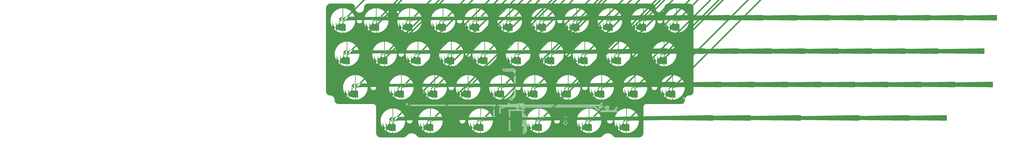
<source format=gbr>
%TF.GenerationSoftware,KiCad,Pcbnew,(7.0.0)*%
%TF.CreationDate,2023-05-14T17:36:31+02:00*%
%TF.ProjectId,travaulta prototype,74726176-6175-46c7-9461-2070726f746f,rev?*%
%TF.SameCoordinates,Original*%
%TF.FileFunction,Copper,L1,Top*%
%TF.FilePolarity,Positive*%
%FSLAX46Y46*%
G04 Gerber Fmt 4.6, Leading zero omitted, Abs format (unit mm)*
G04 Created by KiCad (PCBNEW (7.0.0)) date 2023-05-14 17:36:31*
%MOMM*%
%LPD*%
G01*
G04 APERTURE LIST*
G04 Aperture macros list*
%AMFreePoly0*
4,1,70,0.600000,2.214159,0.320477,2.144936,0.052085,2.040578,-0.200780,1.902795,-0.433976,1.733843,-0.643683,1.536492,-0.826466,1.313972,-0.979332,1.069928,-1.099775,0.808360,-1.185824,0.533550,-1.236068,0.250000,0.000000,0.250000,0.095671,0.230970,0.176777,0.176777,0.230970,0.095671,0.250000,0.000000,0.230970,-0.095671,0.176777,-0.176777,0.095671,-0.230970,0.000000,-0.250000,
-1.236068,-0.250000,-1.185824,-0.533550,-1.099775,-0.808360,-0.979332,-1.069928,-0.826466,-1.313972,-0.643683,-1.536492,-0.433976,-1.733843,-0.200780,-1.902795,0.052085,-2.040578,0.320477,-2.144936,0.600000,-2.214159,0.600000,-5.986652,0.115133,-5.934392,-0.363889,-5.842928,-0.833900,-5.712864,-1.291796,-5.545058,-1.734552,-5.340620,-2.159242,-5.100901,-2.563061,-4.827483,-2.943342,-4.522174,
-3.297572,-4.186989,-3.623410,-3.824144,-3.918705,-3.436035,-4.181506,-3.025227,-4.410075,-2.594434,-4.602904,-2.146500,-4.758719,-1.684386,-4.876489,-1.211145,-4.955438,-0.729902,-4.995043,-0.243838,-4.995043,0.243838,-4.955438,0.729902,-4.876489,1.211145,-4.758719,1.684386,-4.602904,2.146500,-4.410075,2.594434,-4.181506,3.025227,-3.918705,3.436035,-3.623410,3.824144,-3.297572,4.186989,
-2.943342,4.522174,-2.563061,4.827483,-2.159242,5.100901,-1.734552,5.340620,-1.291796,5.545058,-0.833900,5.712864,-0.363889,5.842928,0.115133,5.934392,0.600000,5.986652,0.600000,2.214159,0.600000,2.214159,$1*%
%AMFreePoly1*
4,1,17,0.124698,7.156366,0.180194,7.086777,0.200000,7.000000,0.200000,-7.000000,0.180194,-7.086777,0.124698,-7.156366,0.044504,-7.194986,-0.044504,-7.194986,-0.124698,-7.156366,-0.180194,-7.086777,-0.200000,-7.000000,-0.200000,7.000000,-0.180194,7.086777,-0.124698,7.156366,-0.044504,7.194986,0.044504,7.194986,0.124698,7.156366,0.124698,7.156366,$1*%
G04 Aperture macros list end*
%TA.AperFunction,SMDPad,CuDef*%
%ADD10FreePoly0,0.000000*%
%TD*%
%TA.AperFunction,SMDPad,CuDef*%
%ADD11FreePoly0,180.000000*%
%TD*%
%TA.AperFunction,SMDPad,CuDef*%
%ADD12FreePoly1,0.000000*%
%TD*%
%TA.AperFunction,SMDPad,CuDef*%
%ADD13FreePoly1,180.000000*%
%TD*%
%TA.AperFunction,ComponentPad*%
%ADD14R,1.700000X1.700000*%
%TD*%
%TA.AperFunction,ComponentPad*%
%ADD15O,1.700000X1.700000*%
%TD*%
%TA.AperFunction,ViaPad*%
%ADD16C,0.800000*%
%TD*%
%TA.AperFunction,Conductor*%
%ADD17C,0.250000*%
%TD*%
G04 APERTURE END LIST*
D10*
%TO.P,SW20,1,1*%
%TO.N,ROW1*%
X210137500Y-76200000D03*
D11*
%TO.P,SW20,2,2*%
%TO.N,COL8*%
X212137500Y-76200000D03*
D12*
%TO.P,SW20,3,SG*%
%TO.N,GND*%
X211137500Y-76200000D03*
%TD*%
D11*
%TO.P,SW27,1,1*%
%TO.N,ROW2*%
X164512500Y-95250000D03*
D10*
%TO.P,SW27,2,2*%
%TO.N,COL5*%
X162512500Y-95250000D03*
D13*
%TO.P,SW27,3,SG*%
%TO.N,GND*%
X163512500Y-95250000D03*
%TD*%
D10*
%TO.P,SW15,1,1*%
%TO.N,ROW1*%
X114887500Y-76200000D03*
D11*
%TO.P,SW15,2,2*%
%TO.N,COL3*%
X116887500Y-76200000D03*
D12*
%TO.P,SW15,3,SG*%
%TO.N,GND*%
X115887500Y-76200000D03*
%TD*%
D10*
%TO.P,SW18,1,1*%
%TO.N,ROW1*%
X172037500Y-76200000D03*
D11*
%TO.P,SW18,2,2*%
%TO.N,COL6*%
X174037500Y-76200000D03*
D12*
%TO.P,SW18,3,SG*%
%TO.N,GND*%
X173037500Y-76200000D03*
%TD*%
D10*
%TO.P,SW1,1,1*%
%TO.N,ROW0*%
X52975000Y-57150000D03*
D11*
%TO.P,SW1,2,2*%
%TO.N,COL0*%
X54975000Y-57150000D03*
D12*
%TO.P,SW1,3,SG*%
%TO.N,GND*%
X53975000Y-57150000D03*
%TD*%
D10*
%TO.P,SW9,1,1*%
%TO.N,ROW0*%
X205375000Y-57150000D03*
D11*
%TO.P,SW9,2,2*%
%TO.N,COL8*%
X207375000Y-57150000D03*
D12*
%TO.P,SW9,3,SG*%
%TO.N,GND*%
X206375000Y-57150000D03*
%TD*%
D11*
%TO.P,SW28,1,1*%
%TO.N,ROW2*%
X183562500Y-95250000D03*
D10*
%TO.P,SW28,2,2*%
%TO.N,COL6*%
X181562500Y-95250000D03*
D13*
%TO.P,SW28,3,SG*%
%TO.N,GND*%
X182562500Y-95250000D03*
%TD*%
D10*
%TO.P,SW4,1,1*%
%TO.N,ROW0*%
X110125000Y-57150000D03*
D11*
%TO.P,SW4,2,2*%
%TO.N,COL3*%
X112125000Y-57150000D03*
D12*
%TO.P,SW4,3,SG*%
%TO.N,GND*%
X111125000Y-57150000D03*
%TD*%
D10*
%TO.P,SW17,1,1*%
%TO.N,ROW1*%
X152987500Y-76200000D03*
D11*
%TO.P,SW17,2,2*%
%TO.N,COL5*%
X154987500Y-76200000D03*
D12*
%TO.P,SW17,3,SG*%
%TO.N,GND*%
X153987500Y-76200000D03*
%TD*%
D10*
%TO.P,SW12,1,1*%
%TO.N,ROW1*%
X55358000Y-76200000D03*
D11*
%TO.P,SW12,2,2*%
%TO.N,COL0*%
X57358000Y-76200000D03*
D12*
%TO.P,SW12,3,SG*%
%TO.N,GND*%
X56358000Y-76200000D03*
%TD*%
D11*
%TO.P,SW23,1,1*%
%TO.N,ROW2*%
X88312500Y-95250000D03*
D10*
%TO.P,SW23,2,2*%
%TO.N,COL1*%
X86312500Y-95250000D03*
D13*
%TO.P,SW23,3,SG*%
%TO.N,GND*%
X87312500Y-95250000D03*
%TD*%
D11*
%TO.P,SW34,1,1*%
%TO.N,ROW3*%
X133555000Y-114300000D03*
D10*
%TO.P,SW34,2,2*%
%TO.N,COL3*%
X131555000Y-114300000D03*
D13*
%TO.P,SW34,3,SG*%
%TO.N,GND*%
X132555000Y-114300000D03*
%TD*%
D10*
%TO.P,SW22,1,1*%
%TO.N,ROW2*%
X60120000Y-95250000D03*
D11*
%TO.P,SW22,2,2*%
%TO.N,COL0*%
X62120000Y-95250000D03*
D12*
%TO.P,SW22,3,SG*%
%TO.N,GND*%
X61120000Y-95250000D03*
%TD*%
D10*
%TO.P,SW16,1,1*%
%TO.N,ROW1*%
X133937500Y-76200000D03*
D11*
%TO.P,SW16,2,2*%
%TO.N,COL4*%
X135937500Y-76200000D03*
D12*
%TO.P,SW16,3,SG*%
%TO.N,GND*%
X134937500Y-76200000D03*
%TD*%
D10*
%TO.P,SW14,1,1*%
%TO.N,ROW1*%
X95837500Y-76200000D03*
D11*
%TO.P,SW14,2,2*%
%TO.N,COL2*%
X97837500Y-76200000D03*
D12*
%TO.P,SW14,3,SG*%
%TO.N,GND*%
X96837500Y-76200000D03*
%TD*%
D10*
%TO.P,SW7,1,1*%
%TO.N,ROW0*%
X167275000Y-57150000D03*
D11*
%TO.P,SW7,2,2*%
%TO.N,COL6*%
X169275000Y-57150000D03*
D12*
%TO.P,SW7,3,SG*%
%TO.N,GND*%
X168275000Y-57150000D03*
%TD*%
D11*
%TO.P,SW24,1,1*%
%TO.N,ROW2*%
X107362500Y-95250000D03*
D10*
%TO.P,SW24,2,2*%
%TO.N,COL2*%
X105362500Y-95250000D03*
D13*
%TO.P,SW24,3,SG*%
%TO.N,GND*%
X106362500Y-95250000D03*
%TD*%
D10*
%TO.P,SW11,1,1*%
%TO.N,ROW0*%
X243475000Y-57150000D03*
D11*
%TO.P,SW11,2,2*%
%TO.N,COL10*%
X245475000Y-57150000D03*
D12*
%TO.P,SW11,3,SG*%
%TO.N,GND*%
X244475000Y-57150000D03*
%TD*%
D11*
%TO.P,SW31,1,1*%
%TO.N,ROW2*%
X243095000Y-95250000D03*
D10*
%TO.P,SW31,2,2*%
%TO.N,COL9*%
X241095000Y-95250000D03*
D13*
%TO.P,SW31,3,SG*%
%TO.N,GND*%
X242095000Y-95250000D03*
%TD*%
D10*
%TO.P,SW2,1,1*%
%TO.N,ROW0*%
X72025000Y-57150000D03*
D11*
%TO.P,SW2,2,2*%
%TO.N,COL1*%
X74025000Y-57150000D03*
D12*
%TO.P,SW2,3,SG*%
%TO.N,GND*%
X73025000Y-57150000D03*
%TD*%
D10*
%TO.P,SW5,1,1*%
%TO.N,ROW0*%
X129175000Y-57150000D03*
D11*
%TO.P,SW5,2,2*%
%TO.N,COL4*%
X131175000Y-57150000D03*
D12*
%TO.P,SW5,3,SG*%
%TO.N,GND*%
X130175000Y-57150000D03*
%TD*%
D10*
%TO.P,SW8,1,1*%
%TO.N,ROW0*%
X186325000Y-57150000D03*
D11*
%TO.P,SW8,2,2*%
%TO.N,COL7*%
X188325000Y-57150000D03*
D12*
%TO.P,SW8,3,SG*%
%TO.N,GND*%
X187325000Y-57150000D03*
%TD*%
D10*
%TO.P,SW13,1,1*%
%TO.N,ROW1*%
X76787500Y-76200000D03*
D11*
%TO.P,SW13,2,2*%
%TO.N,COL1*%
X78787500Y-76200000D03*
D12*
%TO.P,SW13,3,SG*%
%TO.N,GND*%
X77787500Y-76200000D03*
%TD*%
D11*
%TO.P,SW21,1,1*%
%TO.N,ROW1*%
X238330000Y-76200000D03*
D10*
%TO.P,SW21,2,2*%
%TO.N,COL9*%
X236330000Y-76200000D03*
D13*
%TO.P,SW21,3,SG*%
%TO.N,GND*%
X237330000Y-76200000D03*
%TD*%
D11*
%TO.P,SW36,1,1*%
%TO.N,ROW3*%
X195470000Y-114300000D03*
D10*
%TO.P,SW36,2,2*%
%TO.N,COL7*%
X193470000Y-114300000D03*
D13*
%TO.P,SW36,3,SG*%
%TO.N,GND*%
X194470000Y-114300000D03*
%TD*%
D11*
%TO.P,SW35,1,1*%
%TO.N,ROW3*%
X166892000Y-114300000D03*
D10*
%TO.P,SW35,2,2*%
%TO.N,COL5*%
X164892000Y-114300000D03*
D13*
%TO.P,SW35,3,SG*%
%TO.N,GND*%
X165892000Y-114300000D03*
%TD*%
D11*
%TO.P,SW25,1,1*%
%TO.N,ROW2*%
X126412500Y-95250000D03*
D10*
%TO.P,SW25,2,2*%
%TO.N,COL3*%
X124412500Y-95250000D03*
D13*
%TO.P,SW25,3,SG*%
%TO.N,GND*%
X125412500Y-95250000D03*
%TD*%
D11*
%TO.P,SW33,1,1*%
%TO.N,ROW3*%
X104980000Y-114300000D03*
D10*
%TO.P,SW33,2,2*%
%TO.N,COL2*%
X102980000Y-114300000D03*
D13*
%TO.P,SW33,3,SG*%
%TO.N,GND*%
X103980000Y-114300000D03*
%TD*%
D11*
%TO.P,SW32,1,1*%
%TO.N,ROW3*%
X83550000Y-114300000D03*
D10*
%TO.P,SW32,2,2*%
%TO.N,COL1*%
X81550000Y-114300000D03*
D13*
%TO.P,SW32,3,SG*%
%TO.N,GND*%
X82550000Y-114300000D03*
%TD*%
D10*
%TO.P,SW3,1,1*%
%TO.N,ROW0*%
X91075000Y-57150000D03*
D11*
%TO.P,SW3,2,2*%
%TO.N,COL2*%
X93075000Y-57150000D03*
D12*
%TO.P,SW3,3,SG*%
%TO.N,GND*%
X92075000Y-57150000D03*
%TD*%
D11*
%TO.P,SW26,1,1*%
%TO.N,ROW2*%
X145462500Y-95250000D03*
D10*
%TO.P,SW26,2,2*%
%TO.N,COL4*%
X143462500Y-95250000D03*
D13*
%TO.P,SW26,3,SG*%
%TO.N,GND*%
X144462500Y-95250000D03*
%TD*%
D10*
%TO.P,SW6,1,1*%
%TO.N,ROW0*%
X148225000Y-57150000D03*
D11*
%TO.P,SW6,2,2*%
%TO.N,COL5*%
X150225000Y-57150000D03*
D12*
%TO.P,SW6,3,SG*%
%TO.N,GND*%
X149225000Y-57150000D03*
%TD*%
D11*
%TO.P,SW30,1,1*%
%TO.N,ROW2*%
X221662500Y-95250000D03*
D10*
%TO.P,SW30,2,2*%
%TO.N,COL8*%
X219662500Y-95250000D03*
D13*
%TO.P,SW30,3,SG*%
%TO.N,GND*%
X220662500Y-95250000D03*
%TD*%
D11*
%TO.P,SW29,1,1*%
%TO.N,ROW2*%
X202612500Y-95250000D03*
D10*
%TO.P,SW29,2,2*%
%TO.N,COL7*%
X200612500Y-95250000D03*
D13*
%TO.P,SW29,3,SG*%
%TO.N,GND*%
X201612500Y-95250000D03*
%TD*%
D11*
%TO.P,SW37,1,1*%
%TO.N,ROW3*%
X216900000Y-114300000D03*
D10*
%TO.P,SW37,2,2*%
%TO.N,COL8*%
X214900000Y-114300000D03*
D13*
%TO.P,SW37,3,SG*%
%TO.N,GND*%
X215900000Y-114300000D03*
%TD*%
D10*
%TO.P,SW10,1,1*%
%TO.N,ROW0*%
X224425000Y-57150000D03*
D11*
%TO.P,SW10,2,2*%
%TO.N,COL9*%
X226425000Y-57150000D03*
D12*
%TO.P,SW10,3,SG*%
%TO.N,GND*%
X225425000Y-57150000D03*
%TD*%
D10*
%TO.P,SW19,1,1*%
%TO.N,ROW1*%
X191087500Y-76200000D03*
D11*
%TO.P,SW19,2,2*%
%TO.N,COL7*%
X193087500Y-76200000D03*
D12*
%TO.P,SW19,3,SG*%
%TO.N,GND*%
X192087500Y-76200000D03*
%TD*%
D14*
%TO.P,SW38,1,A*%
%TO.N,VBAT*%
X180974999Y-113024999D03*
D15*
%TO.P,SW38,2,B*%
%TO.N,BOOT0*%
X180974999Y-115564999D03*
%TD*%
D16*
%TO.N,GND*%
X74295000Y-91313000D03*
X114300000Y-68278054D03*
X135597207Y-104261223D03*
X74457450Y-102146851D03*
X151003000Y-99314000D03*
X111125000Y-107950000D03*
X96463710Y-101616045D03*
X153987500Y-92075000D03*
X177165000Y-109855000D03*
X81280000Y-57277000D03*
X79634279Y-102166606D03*
X153988003Y-102068356D03*
X82550000Y-49999000D03*
X177176938Y-83255788D03*
X183356250Y-119062500D03*
X87249000Y-80010000D03*
X117475000Y-68262500D03*
X47117000Y-76200000D03*
X131445000Y-101854000D03*
X207962500Y-104366597D03*
X103187500Y-83125992D03*
X226028066Y-101600000D03*
X119027099Y-64169317D03*
X77430000Y-51094000D03*
X178593750Y-104324688D03*
X175451935Y-104317849D03*
X231534211Y-101576668D03*
X84198075Y-57286253D03*
X107950000Y-68278054D03*
X137577839Y-104298443D03*
X182499000Y-80010000D03*
X92075000Y-117475000D03*
X117445381Y-65971118D03*
X117475491Y-121047612D03*
X65244068Y-83266471D03*
X113284000Y-114300000D03*
X171831000Y-101981000D03*
X120215418Y-83268437D03*
X156464799Y-64146969D03*
X144653000Y-76200000D03*
X233867827Y-64186346D03*
X158602637Y-85060062D03*
X144688580Y-83212362D03*
X88926415Y-65964205D03*
X142113000Y-110617000D03*
X213758720Y-65997413D03*
X194539821Y-104317849D03*
X175816362Y-65997905D03*
X214425221Y-102091428D03*
X101155500Y-83125992D03*
X75819000Y-120777000D03*
X215272292Y-83233441D03*
X173101000Y-95250000D03*
X141859000Y-80010000D03*
X121059099Y-64169317D03*
X152584000Y-112903000D03*
X144374097Y-116215501D03*
X158753070Y-104320989D03*
X137901311Y-64231533D03*
X47371000Y-50800000D03*
X121095883Y-65974574D03*
X192539949Y-102088341D03*
X82558981Y-83268437D03*
X234950000Y-61087000D03*
X60075298Y-64176230D03*
X160918079Y-102299291D03*
X177839421Y-64193631D03*
X139700000Y-57150000D03*
X99867728Y-65952852D03*
X88900000Y-68262500D03*
X215781779Y-64193139D03*
X154003054Y-85382318D03*
X190232918Y-104293450D03*
X122237500Y-118268750D03*
X120650491Y-121047612D03*
X158750000Y-57150000D03*
X139262558Y-85049380D03*
X99815881Y-64231533D03*
X111125000Y-65960003D03*
X141294558Y-85049380D03*
X142081250Y-106362500D03*
X142081250Y-107950000D03*
X197035308Y-64193631D03*
X122986934Y-104249644D03*
X63212068Y-83266471D03*
X215900000Y-57150000D03*
X187325000Y-102108000D03*
X197044249Y-65997905D03*
X117331079Y-107950000D03*
X114272348Y-65964205D03*
X196850000Y-57150000D03*
X106426000Y-76200000D03*
X98422526Y-65950379D03*
X123825000Y-65951243D03*
X92868750Y-107950000D03*
X86288880Y-104214561D03*
X65253009Y-85070745D03*
X231512224Y-97872127D03*
X120506079Y-107950000D03*
X144716101Y-85427602D03*
X143668750Y-104344178D03*
X92075000Y-104154757D03*
X206505152Y-107452269D03*
X159004000Y-110744000D03*
X209550000Y-101508785D03*
X138303000Y-101981000D03*
X120904000Y-101727000D03*
X78607665Y-65964205D03*
X144653000Y-72517000D03*
X125349000Y-80010000D03*
X77600359Y-104245177D03*
X233876768Y-65990620D03*
X177800000Y-53213000D03*
X82189797Y-64153271D03*
X188111837Y-104311833D03*
X251079000Y-50800000D03*
X85751415Y-65964205D03*
X199852839Y-121754293D03*
X127000000Y-68309162D03*
X92075000Y-68262500D03*
X234146640Y-85107708D03*
X101092000Y-101600000D03*
X173573173Y-104293450D03*
X134874000Y-95250000D03*
X67120529Y-102090937D03*
X111125000Y-104214561D03*
X196338366Y-83219809D03*
X77300138Y-108312928D03*
X133985000Y-101727000D03*
X92075000Y-65964205D03*
X51435000Y-95250000D03*
X96774000Y-95250000D03*
X251206000Y-63500000D03*
X140493750Y-104333809D03*
X80962500Y-60071000D03*
X222758000Y-120650000D03*
X231844768Y-65990620D03*
X124474829Y-107950000D03*
X244094000Y-69723000D03*
X158496799Y-64146969D03*
X184221378Y-107343390D03*
X172415783Y-107530039D03*
X130175000Y-68309162D03*
X160911418Y-104281020D03*
X217417014Y-104354056D03*
X164306250Y-104289692D03*
X187216121Y-107327344D03*
X179217879Y-85060062D03*
X98425000Y-68262500D03*
X95250000Y-68262500D03*
X49530000Y-69850000D03*
X60116776Y-66008155D03*
X98425491Y-121047612D03*
X101847881Y-64231533D03*
X104728337Y-104167899D03*
X87249000Y-72644000D03*
X127000000Y-65951243D03*
X75692000Y-48895000D03*
X177848362Y-65997905D03*
X116496665Y-104176446D03*
X133383834Y-65953835D03*
X139933311Y-64231533D03*
X236537500Y-101600000D03*
X111125000Y-68278054D03*
X87312500Y-107950000D03*
X85725000Y-68262500D03*
X175807421Y-64193631D03*
X123825000Y-68309162D03*
X136525000Y-68262500D03*
X192561494Y-104301005D03*
X175418750Y-107530039D03*
X234950000Y-53340000D03*
X181768750Y-104324688D03*
X118375427Y-104200845D03*
X95250000Y-65964205D03*
X103148167Y-85096043D03*
X153987500Y-88900000D03*
X182499000Y-72390000D03*
X234154774Y-83203271D03*
X82567922Y-85072711D03*
X101899728Y-65952852D03*
X107950000Y-104191230D03*
X133350000Y-68309162D03*
X161131250Y-107950000D03*
X232114640Y-85107708D03*
X178593750Y-107530039D03*
X141285617Y-83245106D03*
X101121020Y-104154757D03*
X175895000Y-101981000D03*
X119063883Y-65974574D03*
X207168750Y-101473000D03*
X198361068Y-85095059D03*
X150018750Y-88900000D03*
X115824000Y-99314000D03*
X247015000Y-89027000D03*
X137872571Y-65974082D03*
X84599922Y-85072711D03*
X141859000Y-72517000D03*
X156473740Y-65951243D03*
X217304292Y-83233441D03*
X132556250Y-104249644D03*
X160634637Y-85060062D03*
X68453000Y-76200000D03*
X201676000Y-76200000D03*
X146681488Y-64206158D03*
X192024000Y-91313000D03*
X231835827Y-64186346D03*
X120650000Y-53213000D03*
X77851000Y-95250000D03*
X158593696Y-83255788D03*
X197643750Y-104323931D03*
X224282000Y-80137000D03*
X160625696Y-83255788D03*
X115607034Y-101739495D03*
X124619241Y-121047612D03*
X170676988Y-104308377D03*
X115824000Y-91313000D03*
X146793645Y-104323439D03*
X122247418Y-83268437D03*
X147066000Y-107315000D03*
X77602279Y-102166606D03*
X120650000Y-60960000D03*
X121126329Y-68333618D03*
X220662500Y-104354056D03*
X114298033Y-104219745D03*
X153321343Y-104242074D03*
X215281233Y-85037715D03*
X183356250Y-109855000D03*
X232122774Y-83203271D03*
X158505740Y-65951243D03*
X126206250Y-104261223D03*
X196329068Y-85095059D03*
X130175000Y-65951243D03*
X213749779Y-64193139D03*
X144653000Y-67691000D03*
X229235000Y-95250000D03*
X65659000Y-76200000D03*
X147896567Y-109273002D03*
X62148776Y-66008155D03*
X101600000Y-57150000D03*
X153987500Y-99218750D03*
X78581250Y-68262500D03*
X122256359Y-85072711D03*
X169545000Y-101981000D03*
X99212437Y-104149937D03*
X243967000Y-85725000D03*
X139904571Y-65974082D03*
X89408000Y-48895000D03*
X224282000Y-72390000D03*
X125349000Y-72517000D03*
X148586409Y-83241559D03*
X67120529Y-104050751D03*
X195003308Y-64193631D03*
X185166000Y-114300000D03*
X157162500Y-99314000D03*
X101911437Y-68262500D03*
X104775000Y-65960003D03*
X189144827Y-108929415D03*
X163576000Y-76200000D03*
X195012249Y-65997905D03*
X120888576Y-104225245D03*
X153288724Y-110807639D03*
X63221009Y-85070745D03*
X211905460Y-101600000D03*
X158750000Y-107950000D03*
X74295000Y-99314000D03*
X144652281Y-64206158D03*
X144653000Y-80010000D03*
X251079000Y-95123000D03*
X148209000Y-101981000D03*
X157956250Y-88900000D03*
X107936174Y-65943466D03*
X114300491Y-121047612D03*
X179208938Y-83255788D03*
X98806000Y-50800000D03*
X211201000Y-95250000D03*
X231521000Y-91186000D03*
X146685000Y-72517000D03*
X98425000Y-108743750D03*
X206375000Y-118268750D03*
X167481250Y-104289692D03*
X62107298Y-64176230D03*
X217313233Y-85037715D03*
X78581250Y-63500000D03*
X146685000Y-80010000D03*
X120224359Y-85072711D03*
X198370366Y-83219809D03*
X181768750Y-107343390D03*
X74441896Y-104246652D03*
X190240765Y-102103407D03*
X214312500Y-104348659D03*
X129381250Y-104261223D03*
X84590981Y-83268437D03*
X188641422Y-121694338D03*
X101116167Y-85096043D03*
X114156079Y-107950000D03*
X84137500Y-68262500D03*
X87312500Y-63500000D03*
X104775000Y-68278054D03*
X150550100Y-110815963D03*
X136558834Y-65953835D03*
X227965000Y-76200000D03*
X184936837Y-104311833D03*
X246473566Y-101666909D03*
X79653498Y-104245177D03*
X177185879Y-85060062D03*
X70970165Y-102114268D03*
X223043750Y-108743750D03*
X203835000Y-114300000D03*
X204787500Y-104370593D03*
X211681401Y-104370102D03*
X139253617Y-83245106D03*
X246062500Y-76200000D03*
X92075000Y-101600000D03*
X146685000Y-67691000D03*
X228600000Y-101600000D03*
X54356000Y-88900000D03*
X177800000Y-60960000D03*
X215790720Y-65997413D03*
X139953601Y-68350091D03*
X228600000Y-98425000D03*
X153346000Y-115062000D03*
X87653038Y-51101306D03*
X84074000Y-69850000D03*
X177165000Y-119062500D03*
X150425000Y-115062000D03*
%TO.N,APLEX_OUT_PIN_0*%
X210352632Y-106976214D03*
X156787000Y-106362500D03*
X156787000Y-104775000D03*
X148431250Y-104775000D03*
X140493750Y-106362500D03*
X140168917Y-111725196D03*
%TO.N,ROW0*%
X243459000Y-57150000D03*
X110109000Y-57150000D03*
X186309000Y-57150000D03*
X148209000Y-57150000D03*
X167259000Y-57150000D03*
X224409000Y-57150000D03*
X129159000Y-57150000D03*
X72009000Y-57150000D03*
X52959000Y-57150000D03*
X91059000Y-57150000D03*
X149495497Y-102108000D03*
X145669000Y-84987000D03*
X205359000Y-57150000D03*
%TO.N,ROW1*%
X55372000Y-76200000D03*
X191135000Y-76200000D03*
X133985000Y-76200000D03*
X147189272Y-84974626D03*
X76708000Y-76200000D03*
X153035000Y-76200000D03*
X210185000Y-76200000D03*
X171958000Y-76200000D03*
X114935000Y-76200000D03*
X150495000Y-102108000D03*
X238252000Y-76200000D03*
X95885000Y-76200000D03*
%TO.N,VBAT*%
X149155000Y-108331000D03*
X201599534Y-104576503D03*
X149158000Y-116524000D03*
X153545858Y-106982709D03*
X156556000Y-117129000D03*
X149189578Y-119489093D03*
X157291782Y-108302925D03*
X90487500Y-104775000D03*
X154781250Y-105533209D03*
%TO.N,COL0*%
X62103000Y-95250000D03*
X54991000Y-57150000D03*
X57277000Y-76200000D03*
%TO.N,COL1*%
X74041000Y-57150000D03*
X81550000Y-114300000D03*
X86233000Y-95250000D03*
X78867000Y-76200000D03*
%TO.N,COL2*%
X93075000Y-57150000D03*
X105362500Y-95250000D03*
X97790000Y-76200000D03*
X102980000Y-114300000D03*
%TO.N,COL3*%
X124412500Y-95250000D03*
X116887500Y-76200000D03*
X131555000Y-114300000D03*
X112125000Y-57150000D03*
%TO.N,COL4*%
X143462500Y-95250000D03*
X135937500Y-76200000D03*
X131175000Y-57150000D03*
%TO.N,COL5*%
X150241000Y-57150000D03*
X162512500Y-95250000D03*
X164846000Y-114300000D03*
X154940000Y-76200000D03*
%TO.N,COL6*%
X169291000Y-57150000D03*
X173990000Y-76200000D03*
X181562500Y-95250000D03*
X204755969Y-106823574D03*
X200668410Y-107440416D03*
%TO.N,COL7*%
X188325000Y-57150000D03*
X200674646Y-106307080D03*
X200612500Y-95250000D03*
X193421000Y-114300000D03*
X204787500Y-107822580D03*
X193040000Y-76200000D03*
%TO.N,COL8*%
X207391000Y-57150000D03*
X214884000Y-114300000D03*
X219662500Y-95250000D03*
X212090000Y-76200000D03*
%TO.N,COL9*%
X241095000Y-95250000D03*
X226441000Y-57150000D03*
X236347000Y-76200000D03*
%TO.N,ROW2*%
X164512500Y-95250000D03*
X221662500Y-95250000D03*
X126412500Y-95250000D03*
X243078000Y-95250000D03*
X202612500Y-95250000D03*
X107362500Y-95250000D03*
X145462500Y-95250000D03*
X60071000Y-95250000D03*
X88312500Y-95250000D03*
X183562500Y-95250000D03*
%TO.N,ROW3*%
X144157368Y-106657415D03*
X104980000Y-114300000D03*
X143668750Y-109537500D03*
X195453000Y-114300000D03*
X216916000Y-114300000D03*
X166878000Y-114300000D03*
X133555000Y-114300000D03*
X83550000Y-114300000D03*
%TO.N,AMUX_SEL_2*%
X157348680Y-121365408D03*
X157353000Y-110744000D03*
%TO.N,AMUX_SEL_1*%
X157357299Y-111755701D03*
X157364941Y-120356364D03*
%TO.N,AMUX_SEL_0*%
X157353500Y-119342500D03*
X157353000Y-112776000D03*
%TO.N,APLEX_EN_PIN_1*%
X145415000Y-106680000D03*
X210343750Y-108997080D03*
%TO.N,COL10*%
X245491000Y-57150000D03*
X248602500Y-101409500D03*
%TD*%
D17*
%TO.N,GND*%
X84188822Y-57277000D02*
X84198075Y-57286253D01*
X81280000Y-57277000D02*
X84188822Y-57277000D01*
%TO.N,APLEX_OUT_PIN_0*%
X200464726Y-108547080D02*
X208781766Y-108547080D01*
X208781766Y-108547080D02*
X210352632Y-106976214D01*
X153987500Y-105118750D02*
X154331250Y-104775000D01*
X148431250Y-104775000D02*
X148775000Y-105118750D01*
X148775000Y-105118750D02*
X153987500Y-105118750D01*
X156787000Y-106362500D02*
X157166291Y-105983209D01*
X197900855Y-105983209D02*
X200464726Y-108547080D01*
X154331250Y-104775000D02*
X156787000Y-104775000D01*
X140168917Y-106687333D02*
X140493750Y-106362500D01*
X140168917Y-111725196D02*
X140168917Y-106687333D01*
X157166291Y-105983209D02*
X197900855Y-105983209D01*
%TO.N,ROW0*%
X145914195Y-85725000D02*
X145669000Y-85479805D01*
X146133201Y-85944006D02*
X145914195Y-85725000D01*
X151812500Y-86345453D02*
X151411053Y-85944006D01*
X151812500Y-99765195D02*
X151812500Y-86518750D01*
X145669000Y-85479805D02*
X145669000Y-84875500D01*
X151411053Y-85944006D02*
X146133201Y-85944006D01*
X151812500Y-86518750D02*
X151812500Y-86345453D01*
X145669000Y-85479805D02*
X145669000Y-84987000D01*
X149495497Y-102108000D02*
X149495497Y-102082198D01*
X149495497Y-102082198D02*
X151812500Y-99765195D01*
%TO.N,ROW1*%
X147189272Y-84974626D02*
X151649626Y-84974626D01*
X151649626Y-84974626D02*
X152262500Y-85587500D01*
X152262500Y-100340500D02*
X150495000Y-102108000D01*
X147193000Y-84836000D02*
X147288250Y-84931250D01*
X152262500Y-85587500D02*
X152262500Y-100340500D01*
%TO.N,VBAT*%
X149155000Y-108331000D02*
X149155000Y-115889000D01*
X157263707Y-108331000D02*
X157291782Y-108302925D01*
X138906250Y-105568750D02*
X154745709Y-105568750D01*
X154781250Y-105533209D02*
X200642828Y-105533209D01*
X154866074Y-108302925D02*
X153545858Y-106982709D01*
X149158000Y-116524000D02*
X149158000Y-115892000D01*
X157291782Y-108302925D02*
X154866074Y-108302925D01*
X156556000Y-109038707D02*
X156556000Y-117129000D01*
X200642828Y-105533209D02*
X201599534Y-104576503D01*
X157291782Y-108302925D02*
X156816925Y-108302925D01*
X149155000Y-115889000D02*
X149155000Y-119454515D01*
X149155000Y-119454515D02*
X149189578Y-119489093D01*
X91281250Y-105568750D02*
X138906250Y-105568750D01*
X157291782Y-108302925D02*
X156556000Y-109038707D01*
X90487500Y-104775000D02*
X91281250Y-105568750D01*
X154745709Y-105568750D02*
X154781250Y-105533209D01*
X149155000Y-108331000D02*
X157263707Y-108331000D01*
X149158000Y-115892000D02*
X149155000Y-115889000D01*
%TO.N,COL6*%
X200668410Y-107440416D02*
X201285252Y-106823574D01*
X201285252Y-106823574D02*
X204755969Y-106823574D01*
%TO.N,COL7*%
X205317324Y-106098574D02*
X205581250Y-106362500D01*
X205581250Y-106362500D02*
X205581250Y-107156250D01*
X200674646Y-106307080D02*
X200883152Y-106098574D01*
X205581250Y-107156250D02*
X204914920Y-107822580D01*
X200883152Y-106098574D02*
X205317324Y-106098574D01*
X204914920Y-107822580D02*
X204787500Y-107822580D01*
%TO.N,ROW3*%
X143668750Y-109537500D02*
X143668750Y-107146033D01*
X143668750Y-107146033D02*
X144157368Y-106657415D01*
%TO.N,AMUX_SEL_2*%
X158579250Y-120166653D02*
X158579250Y-119856250D01*
X157370903Y-110744000D02*
X157353000Y-110744000D01*
X158579250Y-119856250D02*
X158579250Y-111952347D01*
X157380495Y-121365408D02*
X158579250Y-120166653D01*
X157348680Y-121365408D02*
X157380495Y-121365408D01*
X158579250Y-111952347D02*
X157370903Y-110744000D01*
%TO.N,AMUX_SEL_1*%
X157334046Y-120641041D02*
X157334751Y-120641041D01*
X158078500Y-112476902D02*
X157357299Y-111755701D01*
X157391412Y-120341283D02*
X158078500Y-119654195D01*
X158078500Y-119654195D02*
X158078500Y-112476902D01*
%TO.N,AMUX_SEL_0*%
X157353500Y-119342500D02*
X157353500Y-119337000D01*
X157628000Y-119062500D02*
X157628000Y-113051000D01*
X157353000Y-112776000D02*
X157628000Y-113051000D01*
X157353500Y-119337000D02*
X157628000Y-119062500D01*
%TO.N,APLEX_EN_PIN_1*%
X145415000Y-106680000D02*
X145837291Y-106257709D01*
X145837291Y-106257709D02*
X155470209Y-106257709D01*
X156320212Y-107107712D02*
X157113962Y-107107712D01*
X157113962Y-107107712D02*
X157788465Y-106433209D01*
X155470209Y-106257709D02*
X156320212Y-107107712D01*
X157788465Y-106433209D02*
X197714459Y-106433209D01*
X200278330Y-108997080D02*
X210343750Y-108997080D01*
X197714459Y-106433209D02*
X200278330Y-108997080D01*
%TD*%
%TA.AperFunction,Conductor*%
%TO.N,GND*%
G36*
X230200348Y-47475520D02*
G01*
X230298956Y-47481485D01*
X230298956Y-47481499D01*
X230299009Y-47481488D01*
X230471593Y-47492799D01*
X230472909Y-47492963D01*
X230599140Y-47516096D01*
X230599298Y-47516126D01*
X230743441Y-47544797D01*
X230744618Y-47545097D01*
X230872041Y-47584803D01*
X230872119Y-47584829D01*
X231006581Y-47630473D01*
X231007622Y-47630883D01*
X231131044Y-47686431D01*
X231131417Y-47686607D01*
X231138829Y-47690262D01*
X231256886Y-47748482D01*
X231257750Y-47748954D01*
X231323021Y-47788412D01*
X231374440Y-47819496D01*
X231374887Y-47819781D01*
X231490392Y-47896959D01*
X231491108Y-47897477D01*
X231598807Y-47981853D01*
X231599305Y-47982266D01*
X231703474Y-48073620D01*
X231704033Y-48074144D01*
X231800854Y-48170965D01*
X231801378Y-48171524D01*
X231892740Y-48275703D01*
X231893153Y-48276201D01*
X231977513Y-48383879D01*
X231978031Y-48384595D01*
X232055225Y-48500123D01*
X232055510Y-48500570D01*
X232126040Y-48617239D01*
X232126520Y-48618117D01*
X232188395Y-48743588D01*
X232188571Y-48743961D01*
X232244115Y-48867376D01*
X232244525Y-48868417D01*
X232290145Y-49002808D01*
X232290236Y-49003088D01*
X232329896Y-49130363D01*
X232330201Y-49131561D01*
X232358877Y-49275723D01*
X232358910Y-49275897D01*
X232382033Y-49402076D01*
X232382200Y-49403420D01*
X232393519Y-49576116D01*
X232393520Y-49576176D01*
X232393523Y-49576176D01*
X232399479Y-49674636D01*
X232399500Y-49675342D01*
X232399500Y-50074998D01*
X232399499Y-50075000D01*
X232399499Y-50229277D01*
X232399540Y-50229618D01*
X232399541Y-50229627D01*
X232436648Y-50535232D01*
X232436649Y-50535242D01*
X232436691Y-50535581D01*
X232436774Y-50535918D01*
X232436775Y-50535923D01*
X232482446Y-50721216D01*
X232510533Y-50835169D01*
X232510654Y-50835488D01*
X232510656Y-50835494D01*
X232619821Y-51123340D01*
X232619947Y-51123672D01*
X232620107Y-51123977D01*
X232620108Y-51123979D01*
X232638159Y-51158373D01*
X232763339Y-51396883D01*
X232850579Y-51523271D01*
X232938406Y-51650511D01*
X232938618Y-51650817D01*
X232938849Y-51651077D01*
X232938850Y-51651079D01*
X233143001Y-51881518D01*
X233143227Y-51881773D01*
X233374183Y-52086382D01*
X233628118Y-52261661D01*
X233901329Y-52405053D01*
X234189832Y-52514468D01*
X234489419Y-52588309D01*
X234795724Y-52625501D01*
X235103921Y-52625501D01*
X235104277Y-52625501D01*
X235410582Y-52588309D01*
X235710169Y-52514467D01*
X235998672Y-52405052D01*
X236271883Y-52261660D01*
X236525818Y-52086382D01*
X236756774Y-51881773D01*
X236961383Y-51650817D01*
X237136661Y-51396882D01*
X237280053Y-51123671D01*
X237389468Y-50835168D01*
X237463309Y-50535580D01*
X237500501Y-50229276D01*
X237500501Y-50074999D01*
X237500501Y-50074499D01*
X237500501Y-49675359D01*
X237500522Y-49674653D01*
X237502904Y-49635268D01*
X237506487Y-49576047D01*
X237506498Y-49576047D01*
X237506490Y-49575994D01*
X237517802Y-49403400D01*
X237517964Y-49402097D01*
X237541123Y-49275723D01*
X237569801Y-49131549D01*
X237570100Y-49130376D01*
X237609802Y-49002969D01*
X237609826Y-49002897D01*
X237655482Y-48868398D01*
X237655876Y-48867398D01*
X237711451Y-48743915D01*
X237711588Y-48743624D01*
X237773494Y-48618091D01*
X237773940Y-48617275D01*
X237844526Y-48500513D01*
X237844754Y-48500155D01*
X237921975Y-48384585D01*
X237922461Y-48383913D01*
X238006877Y-48276164D01*
X238007239Y-48275728D01*
X238098654Y-48171489D01*
X238099118Y-48170994D01*
X238195994Y-48074119D01*
X238196489Y-48073654D01*
X238300728Y-47982239D01*
X238301164Y-47981877D01*
X238408913Y-47897461D01*
X238409585Y-47896975D01*
X238525155Y-47819754D01*
X238525513Y-47819526D01*
X238642275Y-47748940D01*
X238643091Y-47748494D01*
X238768624Y-47686588D01*
X238768915Y-47686451D01*
X238892398Y-47630876D01*
X238893398Y-47630482D01*
X239027897Y-47584826D01*
X239027969Y-47584802D01*
X239155376Y-47545100D01*
X239156549Y-47544801D01*
X239300756Y-47516116D01*
X239427097Y-47492964D01*
X239428400Y-47492802D01*
X239600994Y-47481490D01*
X239601047Y-47481498D01*
X239601047Y-47481487D01*
X239601077Y-47481484D01*
X239699652Y-47475522D01*
X239700359Y-47475501D01*
X239700500Y-47475501D01*
X251474663Y-47475499D01*
X251475319Y-47475517D01*
X251477479Y-47475638D01*
X251590607Y-47481991D01*
X251772396Y-47492988D01*
X251773597Y-47493126D01*
X251914616Y-47517086D01*
X252070557Y-47545663D01*
X252071665Y-47545923D01*
X252213531Y-47586794D01*
X252213580Y-47586809D01*
X252360589Y-47632619D01*
X252361550Y-47632968D01*
X252499559Y-47690133D01*
X252499838Y-47690253D01*
X252629201Y-47748474D01*
X252638486Y-47752653D01*
X252639343Y-47753082D01*
X252770940Y-47825813D01*
X252771211Y-47825969D01*
X252888642Y-47896959D01*
X252900569Y-47904169D01*
X252901286Y-47904640D01*
X253024248Y-47991886D01*
X253024694Y-47992218D01*
X253143269Y-48085116D01*
X253143849Y-48085602D01*
X253256448Y-48186226D01*
X253256925Y-48186677D01*
X253363320Y-48293072D01*
X253363771Y-48293549D01*
X253464397Y-48406150D01*
X253464883Y-48406730D01*
X253513087Y-48468257D01*
X253557787Y-48525312D01*
X253558091Y-48525720D01*
X253623031Y-48617244D01*
X253645363Y-48648718D01*
X253645834Y-48649435D01*
X253723990Y-48778722D01*
X253724217Y-48779116D01*
X253796918Y-48910661D01*
X253797347Y-48911518D01*
X253859730Y-49050124D01*
X253859870Y-49050449D01*
X253917024Y-49188432D01*
X253917385Y-49189428D01*
X253963159Y-49336319D01*
X253963232Y-49336561D01*
X254004072Y-49478322D01*
X254004337Y-49479452D01*
X254032891Y-49635268D01*
X254032839Y-49635277D01*
X254032919Y-49635417D01*
X254056869Y-49776374D01*
X254057013Y-49777628D01*
X254068025Y-49959690D01*
X254068028Y-49959740D01*
X254074482Y-50074661D01*
X254074500Y-50075317D01*
X254074500Y-97683641D01*
X254074479Y-97684347D01*
X254068518Y-97782897D01*
X254068514Y-97782956D01*
X254057199Y-97955578D01*
X254057032Y-97956922D01*
X254033909Y-98083101D01*
X254033876Y-98083275D01*
X254005201Y-98227437D01*
X254004896Y-98228635D01*
X253965233Y-98355917D01*
X253965142Y-98356197D01*
X253919525Y-98490577D01*
X253919115Y-98491618D01*
X253863568Y-98615040D01*
X253863392Y-98615413D01*
X253801519Y-98740880D01*
X253801039Y-98741758D01*
X253730505Y-98858434D01*
X253730220Y-98858881D01*
X253653035Y-98974396D01*
X253652517Y-98975112D01*
X253568144Y-99082806D01*
X253567731Y-99083304D01*
X253476384Y-99187466D01*
X253475860Y-99188025D01*
X253379025Y-99284860D01*
X253378466Y-99285384D01*
X253274304Y-99376731D01*
X253273806Y-99377144D01*
X253166112Y-99461517D01*
X253165396Y-99462035D01*
X253049881Y-99539220D01*
X253049434Y-99539505D01*
X252932758Y-99610039D01*
X252931880Y-99610519D01*
X252806413Y-99672392D01*
X252806040Y-99672568D01*
X252682618Y-99728115D01*
X252681577Y-99728525D01*
X252547197Y-99774142D01*
X252546917Y-99774233D01*
X252419635Y-99813896D01*
X252418437Y-99814201D01*
X252274275Y-99842876D01*
X252274101Y-99842909D01*
X252147922Y-99866032D01*
X252146578Y-99866199D01*
X251974015Y-99877510D01*
X251973956Y-99877514D01*
X251875347Y-99883479D01*
X251874641Y-99883500D01*
X251734438Y-99883500D01*
X251734375Y-99883487D01*
X251734375Y-99883474D01*
X251734310Y-99883473D01*
X251734306Y-99883473D01*
X251591462Y-99883470D01*
X251591140Y-99883470D01*
X251590826Y-99883505D01*
X251590814Y-99883506D01*
X251306806Y-99915499D01*
X251306803Y-99915499D01*
X251306470Y-99915537D01*
X251306164Y-99915606D01*
X251306145Y-99915610D01*
X251027500Y-99979204D01*
X251027496Y-99979204D01*
X251027181Y-99979277D01*
X251026874Y-99979384D01*
X251026865Y-99979387D01*
X250757094Y-100073779D01*
X250757080Y-100073784D01*
X250756785Y-100073888D01*
X250756497Y-100074026D01*
X250756489Y-100074030D01*
X250498979Y-100198038D01*
X250498972Y-100198041D01*
X250498683Y-100198181D01*
X250498429Y-100198340D01*
X250498410Y-100198351D01*
X250256397Y-100350417D01*
X250256389Y-100350421D01*
X250256121Y-100350591D01*
X250255864Y-100350795D01*
X250255861Y-100350798D01*
X250092566Y-100481022D01*
X250032150Y-100529202D01*
X250031926Y-100529425D01*
X250031917Y-100529434D01*
X249829818Y-100731535D01*
X249829809Y-100731544D01*
X249829586Y-100731768D01*
X249829388Y-100732015D01*
X249829381Y-100732024D01*
X249707043Y-100885435D01*
X249650977Y-100955741D01*
X249650808Y-100956009D01*
X249650803Y-100956017D01*
X249498739Y-101198031D01*
X249498728Y-101198050D01*
X249498569Y-101198304D01*
X249498429Y-101198593D01*
X249498426Y-101198600D01*
X249374421Y-101456111D01*
X249374414Y-101456126D01*
X249374279Y-101456408D01*
X249374175Y-101456704D01*
X249374173Y-101456710D01*
X249279775Y-101726505D01*
X249279774Y-101726510D01*
X249279671Y-101726804D01*
X249279601Y-101727109D01*
X249279600Y-101727114D01*
X249216006Y-102005769D01*
X249216002Y-102005788D01*
X249215933Y-102006094D01*
X249215895Y-102006427D01*
X249215895Y-102006430D01*
X249183904Y-102290438D01*
X249183904Y-102290440D01*
X249183868Y-102290764D01*
X249183868Y-102291086D01*
X249183868Y-102291087D01*
X249183874Y-102433999D01*
X249183874Y-102574639D01*
X249183853Y-102575346D01*
X249177888Y-102673886D01*
X249177884Y-102673945D01*
X249166562Y-102846574D01*
X249166395Y-102847918D01*
X249143267Y-102974091D01*
X249143234Y-102974264D01*
X249114555Y-103118423D01*
X249114250Y-103119621D01*
X249074590Y-103246880D01*
X249074499Y-103247160D01*
X249028869Y-103381568D01*
X249028459Y-103382609D01*
X248972918Y-103506010D01*
X248972742Y-103506383D01*
X248910864Y-103631850D01*
X248910384Y-103632728D01*
X248839851Y-103749401D01*
X248839566Y-103749848D01*
X248762377Y-103865366D01*
X248761859Y-103866082D01*
X248677478Y-103973783D01*
X248677064Y-103974281D01*
X248585738Y-104078417D01*
X248585215Y-104078976D01*
X248488366Y-104175824D01*
X248487807Y-104176348D01*
X248383657Y-104267684D01*
X248383159Y-104268097D01*
X248275454Y-104352478D01*
X248274738Y-104352996D01*
X248159237Y-104430173D01*
X248158790Y-104430458D01*
X248042108Y-104500995D01*
X248041230Y-104501475D01*
X247915767Y-104563349D01*
X247915394Y-104563525D01*
X247791982Y-104619070D01*
X247790941Y-104619480D01*
X247656539Y-104665106D01*
X247656259Y-104665197D01*
X247529001Y-104704855D01*
X247527803Y-104705160D01*
X247383618Y-104733843D01*
X247383444Y-104733876D01*
X247257285Y-104757000D01*
X247255943Y-104757167D01*
X247086426Y-104768297D01*
X247086366Y-104768301D01*
X246984375Y-104774474D01*
X246984367Y-104774352D01*
X246983661Y-104774498D01*
X227299904Y-104774498D01*
X227299896Y-104774500D01*
X227181988Y-104774500D01*
X227181623Y-104774548D01*
X227181608Y-104774549D01*
X226948372Y-104805256D01*
X226948356Y-104805259D01*
X226947985Y-104805308D01*
X226947605Y-104805409D01*
X226947604Y-104805410D01*
X226720386Y-104866293D01*
X226720383Y-104866293D01*
X226720006Y-104866395D01*
X226719643Y-104866545D01*
X226719641Y-104866546D01*
X226502313Y-104956565D01*
X226502304Y-104956569D01*
X226501950Y-104956716D01*
X226501619Y-104956906D01*
X226501609Y-104956912D01*
X226297881Y-105074535D01*
X226297877Y-105074537D01*
X226297549Y-105074727D01*
X226297254Y-105074953D01*
X226297247Y-105074958D01*
X226110602Y-105218175D01*
X226110590Y-105218185D01*
X226110300Y-105218408D01*
X226110036Y-105218671D01*
X226110028Y-105218679D01*
X225943679Y-105385029D01*
X225943671Y-105385037D01*
X225943408Y-105385301D01*
X225943185Y-105385591D01*
X225943175Y-105385603D01*
X225799958Y-105572248D01*
X225799953Y-105572255D01*
X225799727Y-105572550D01*
X225799537Y-105572878D01*
X225799535Y-105572882D01*
X225681912Y-105776610D01*
X225681906Y-105776620D01*
X225681716Y-105776951D01*
X225681569Y-105777305D01*
X225681565Y-105777314D01*
X225591545Y-105994642D01*
X225591394Y-105995007D01*
X225591292Y-105995384D01*
X225591292Y-105995387D01*
X225548273Y-106155935D01*
X225530307Y-106222986D01*
X225530258Y-106223357D01*
X225530255Y-106223373D01*
X225499549Y-106456609D01*
X225499548Y-106456624D01*
X225499500Y-106456989D01*
X225499500Y-106457372D01*
X225499500Y-121224663D01*
X225499482Y-121225319D01*
X225493019Y-121340400D01*
X225493016Y-121340450D01*
X225482012Y-121522369D01*
X225481868Y-121523623D01*
X225457921Y-121664556D01*
X225457894Y-121664705D01*
X225429336Y-121820543D01*
X225429071Y-121821673D01*
X225388224Y-121963458D01*
X225388151Y-121963700D01*
X225342387Y-122110562D01*
X225342026Y-122111558D01*
X225284865Y-122249559D01*
X225284725Y-122249884D01*
X225222350Y-122388474D01*
X225221921Y-122389332D01*
X225149213Y-122520886D01*
X225148986Y-122521279D01*
X225070829Y-122650568D01*
X225070358Y-122651285D01*
X224983106Y-122774255D01*
X224982774Y-122774701D01*
X224889886Y-122893263D01*
X224889400Y-122893843D01*
X224788769Y-123006450D01*
X224788318Y-123006927D01*
X224681925Y-123113320D01*
X224681448Y-123113771D01*
X224568848Y-123214397D01*
X224568268Y-123214883D01*
X224449703Y-123307773D01*
X224449257Y-123308105D01*
X224326278Y-123395363D01*
X224325561Y-123395834D01*
X224196299Y-123473975D01*
X224195906Y-123474202D01*
X224064325Y-123546925D01*
X224063467Y-123547354D01*
X223924884Y-123609724D01*
X223924559Y-123609864D01*
X223786566Y-123667023D01*
X223785570Y-123667384D01*
X223638685Y-123713156D01*
X223638443Y-123713229D01*
X223496674Y-123754071D01*
X223495544Y-123754336D01*
X223339706Y-123782894D01*
X223339557Y-123782921D01*
X223198624Y-123806868D01*
X223197370Y-123807012D01*
X223015501Y-123818013D01*
X223015451Y-123818016D01*
X222900320Y-123824482D01*
X222899664Y-123824500D01*
X209934709Y-123824500D01*
X209934042Y-123824481D01*
X209873331Y-123821014D01*
X209873236Y-123821008D01*
X209669958Y-123807738D01*
X209668726Y-123807592D01*
X209557815Y-123788412D01*
X209557534Y-123788360D01*
X209404662Y-123758052D01*
X209403643Y-123757802D01*
X209287277Y-123723654D01*
X209286833Y-123723513D01*
X209218161Y-123700280D01*
X209147081Y-123676231D01*
X209146278Y-123675926D01*
X209032084Y-123627690D01*
X209031477Y-123627413D01*
X208900756Y-123563172D01*
X208900165Y-123562860D01*
X208792226Y-123501931D01*
X208791494Y-123501482D01*
X208668671Y-123419725D01*
X208668279Y-123419452D01*
X208653195Y-123408498D01*
X208570162Y-123348199D01*
X208569352Y-123347554D01*
X208451954Y-123245037D01*
X208451741Y-123244846D01*
X208419078Y-123214883D01*
X208368785Y-123168748D01*
X208367921Y-123167867D01*
X208234292Y-123016272D01*
X208234229Y-123016199D01*
X208225777Y-123006450D01*
X208193127Y-122968791D01*
X208192718Y-122968291D01*
X208081590Y-122824218D01*
X208081413Y-122823988D01*
X207831191Y-122557231D01*
X207556512Y-122315730D01*
X207556295Y-122315573D01*
X207556287Y-122315567D01*
X207260153Y-122101890D01*
X207260146Y-122101885D01*
X207259914Y-122101718D01*
X207259660Y-122101569D01*
X207259653Y-122101565D01*
X206944398Y-121917323D01*
X206944392Y-121917319D01*
X206944139Y-121917172D01*
X206885835Y-121890240D01*
X206612347Y-121763909D01*
X206612342Y-121763907D01*
X206612104Y-121763797D01*
X206555653Y-121744046D01*
X206267132Y-121643098D01*
X206267116Y-121643093D01*
X206266878Y-121643010D01*
X206093408Y-121600485D01*
X205911910Y-121555992D01*
X205911905Y-121555991D01*
X205911648Y-121555928D01*
X205911386Y-121555890D01*
X205911371Y-121555887D01*
X205549987Y-121503396D01*
X205549969Y-121503394D01*
X205549699Y-121503355D01*
X205549426Y-121503341D01*
X205549407Y-121503340D01*
X205184666Y-121485790D01*
X205184375Y-121485776D01*
X205184084Y-121485790D01*
X204819341Y-121503340D01*
X204819320Y-121503341D01*
X204819050Y-121503355D01*
X204818781Y-121503394D01*
X204818761Y-121503396D01*
X204457377Y-121555887D01*
X204457358Y-121555890D01*
X204457101Y-121555928D01*
X204456847Y-121555990D01*
X204456838Y-121555992D01*
X204102132Y-121642946D01*
X204102126Y-121642947D01*
X204101872Y-121643010D01*
X204101639Y-121643091D01*
X204101617Y-121643098D01*
X203756896Y-121763709D01*
X203756892Y-121763710D01*
X203756645Y-121763797D01*
X203756413Y-121763904D01*
X203756401Y-121763909D01*
X203424875Y-121917049D01*
X203424865Y-121917054D01*
X203424610Y-121917172D01*
X203424365Y-121917315D01*
X203424350Y-121917323D01*
X203109095Y-122101565D01*
X203109078Y-122101575D01*
X203108835Y-122101718D01*
X203108611Y-122101879D01*
X203108595Y-122101890D01*
X202812462Y-122315567D01*
X202812444Y-122315581D01*
X202812238Y-122315730D01*
X202812038Y-122315905D01*
X202812029Y-122315913D01*
X202537771Y-122557044D01*
X202537764Y-122557050D01*
X202537559Y-122557231D01*
X202537372Y-122557429D01*
X202537362Y-122557440D01*
X202287538Y-122823773D01*
X202287531Y-122823780D01*
X202287336Y-122823989D01*
X202287164Y-122824211D01*
X202287158Y-122824219D01*
X202175861Y-122968511D01*
X202175437Y-122969030D01*
X202135571Y-123015006D01*
X202135508Y-123015078D01*
X202000817Y-123167878D01*
X201999949Y-123168763D01*
X201916987Y-123244859D01*
X201916773Y-123245050D01*
X201799405Y-123347534D01*
X201798585Y-123348188D01*
X201700455Y-123419446D01*
X201700063Y-123419719D01*
X201577249Y-123501468D01*
X201576517Y-123501917D01*
X201468579Y-123562843D01*
X201467988Y-123563155D01*
X201337258Y-123627401D01*
X201336651Y-123627678D01*
X201222465Y-123675911D01*
X201221662Y-123676216D01*
X201081899Y-123723506D01*
X201081444Y-123723649D01*
X200965112Y-123757792D01*
X200964093Y-123758043D01*
X200811223Y-123788356D01*
X200810941Y-123788408D01*
X200700025Y-123807594D01*
X200698793Y-123807740D01*
X200493883Y-123821114D01*
X200493789Y-123821120D01*
X200435007Y-123824481D01*
X200434339Y-123824500D01*
X98015961Y-123824500D01*
X98015293Y-123824481D01*
X97954584Y-123821011D01*
X97954489Y-123821005D01*
X97751206Y-123807723D01*
X97749975Y-123807577D01*
X97639080Y-123788395D01*
X97638798Y-123788343D01*
X97485918Y-123758030D01*
X97484899Y-123757780D01*
X97368533Y-123723629D01*
X97368078Y-123723485D01*
X97228329Y-123676201D01*
X97227526Y-123675896D01*
X97113353Y-123627670D01*
X97112746Y-123627393D01*
X96982008Y-123563147D01*
X96981417Y-123562835D01*
X96947241Y-123543545D01*
X96873471Y-123501908D01*
X96872755Y-123501468D01*
X96767864Y-123431652D01*
X96749913Y-123419704D01*
X96749521Y-123419431D01*
X96651417Y-123348195D01*
X96650597Y-123347541D01*
X96605050Y-123307773D01*
X96533161Y-123245005D01*
X96533009Y-123244869D01*
X96488240Y-123203807D01*
X96450045Y-123168774D01*
X96449177Y-123167888D01*
X96315539Y-123016272D01*
X96313123Y-123013530D01*
X96274768Y-122969300D01*
X96274550Y-122969040D01*
X96274537Y-122969024D01*
X96274354Y-122968792D01*
X96268008Y-122960565D01*
X96162663Y-122823989D01*
X95912440Y-122557231D01*
X95637761Y-122315731D01*
X95637544Y-122315574D01*
X95637536Y-122315568D01*
X95341403Y-122101891D01*
X95341396Y-122101886D01*
X95341164Y-122101719D01*
X95340910Y-122101570D01*
X95340903Y-122101566D01*
X95025648Y-121917324D01*
X95025642Y-121917320D01*
X95025389Y-121917173D01*
X94966442Y-121889944D01*
X94693597Y-121763910D01*
X94693592Y-121763908D01*
X94693354Y-121763798D01*
X94636960Y-121744067D01*
X94348381Y-121643099D01*
X94348365Y-121643094D01*
X94348127Y-121643011D01*
X94347862Y-121642946D01*
X93993160Y-121555993D01*
X93993155Y-121555992D01*
X93992898Y-121555929D01*
X93992636Y-121555891D01*
X93992621Y-121555888D01*
X93631237Y-121503397D01*
X93631219Y-121503395D01*
X93630949Y-121503356D01*
X93630676Y-121503342D01*
X93630657Y-121503341D01*
X93265916Y-121485791D01*
X93265625Y-121485777D01*
X93265334Y-121485791D01*
X92900592Y-121503341D01*
X92900571Y-121503342D01*
X92900301Y-121503356D01*
X92900032Y-121503395D01*
X92900012Y-121503397D01*
X92538628Y-121555888D01*
X92538609Y-121555891D01*
X92538352Y-121555929D01*
X92538098Y-121555991D01*
X92538089Y-121555993D01*
X92183383Y-121642947D01*
X92183377Y-121642948D01*
X92183123Y-121643011D01*
X92182890Y-121643092D01*
X92182868Y-121643099D01*
X91838147Y-121763710D01*
X91838143Y-121763711D01*
X91837896Y-121763798D01*
X91837664Y-121763905D01*
X91837652Y-121763910D01*
X91506126Y-121917050D01*
X91506116Y-121917055D01*
X91505861Y-121917173D01*
X91505616Y-121917316D01*
X91505601Y-121917324D01*
X91190346Y-122101566D01*
X91190329Y-122101576D01*
X91190086Y-122101719D01*
X91189862Y-122101880D01*
X91189846Y-122101891D01*
X90893713Y-122315568D01*
X90893695Y-122315582D01*
X90893489Y-122315731D01*
X90893289Y-122315906D01*
X90893280Y-122315914D01*
X90619022Y-122557044D01*
X90619015Y-122557050D01*
X90618810Y-122557231D01*
X90618623Y-122557429D01*
X90618613Y-122557440D01*
X90368789Y-122823773D01*
X90368782Y-122823780D01*
X90368587Y-122823989D01*
X90368415Y-122824211D01*
X90368409Y-122824219D01*
X90257112Y-122968511D01*
X90256687Y-122969030D01*
X90216793Y-123015036D01*
X90216731Y-123015108D01*
X90082070Y-123167868D01*
X90081202Y-123168753D01*
X89998217Y-123244869D01*
X89998003Y-123245060D01*
X89880655Y-123347523D01*
X89879835Y-123348177D01*
X89781690Y-123419445D01*
X89781298Y-123419718D01*
X89658503Y-123501453D01*
X89657771Y-123501902D01*
X89549799Y-123562847D01*
X89549208Y-123563158D01*
X89418531Y-123627379D01*
X89417924Y-123627657D01*
X89303698Y-123675907D01*
X89302895Y-123676212D01*
X89163172Y-123723489D01*
X89162717Y-123723632D01*
X89046349Y-123757787D01*
X89045330Y-123758038D01*
X88892496Y-123788346D01*
X88892214Y-123788398D01*
X88781270Y-123807590D01*
X88780038Y-123807736D01*
X88575043Y-123821119D01*
X88574949Y-123821125D01*
X88516277Y-123824481D01*
X88515609Y-123824500D01*
X75550335Y-123824500D01*
X75549679Y-123824482D01*
X75549661Y-123824481D01*
X75542545Y-123824081D01*
X75434548Y-123818016D01*
X75434498Y-123818013D01*
X75252628Y-123807012D01*
X75251374Y-123806868D01*
X75110441Y-123782921D01*
X75110292Y-123782894D01*
X74954454Y-123754336D01*
X74953324Y-123754071D01*
X74811555Y-123713229D01*
X74811313Y-123713156D01*
X74664428Y-123667384D01*
X74663432Y-123667023D01*
X74525439Y-123609864D01*
X74525114Y-123609724D01*
X74386531Y-123547354D01*
X74385673Y-123546925D01*
X74254092Y-123474202D01*
X74253699Y-123473975D01*
X74124437Y-123395834D01*
X74123720Y-123395363D01*
X74000741Y-123308105D01*
X74000295Y-123307773D01*
X73919991Y-123244859D01*
X73881729Y-123214882D01*
X73881150Y-123214397D01*
X73830073Y-123168752D01*
X73768550Y-123113771D01*
X73768073Y-123113320D01*
X73661680Y-123006927D01*
X73661229Y-123006450D01*
X73560598Y-122893843D01*
X73560112Y-122893263D01*
X73506019Y-122824219D01*
X73467213Y-122774687D01*
X73466905Y-122774272D01*
X73379634Y-122651277D01*
X73379175Y-122650578D01*
X73322632Y-122557044D01*
X73301012Y-122521279D01*
X73300785Y-122520886D01*
X73228077Y-122389332D01*
X73227648Y-122388474D01*
X73165250Y-122249831D01*
X73165161Y-122249624D01*
X73107970Y-122111555D01*
X73107611Y-122110562D01*
X73104808Y-122101566D01*
X73061833Y-121963655D01*
X73061774Y-121963458D01*
X73058027Y-121950452D01*
X73020926Y-121821668D01*
X73020662Y-121820543D01*
X73016833Y-121799651D01*
X72992077Y-121664556D01*
X72988431Y-121643098D01*
X72968126Y-121523594D01*
X72967989Y-121522399D01*
X72956988Y-121340536D01*
X72950517Y-121225319D01*
X72950500Y-121224664D01*
X72950500Y-114300000D01*
X75545095Y-114300000D01*
X75545101Y-114300190D01*
X75545102Y-114300192D01*
X75563286Y-114796111D01*
X75563907Y-114813027D01*
X75563929Y-114813229D01*
X75563930Y-114813238D01*
X75611448Y-115243659D01*
X75620241Y-115323298D01*
X75620280Y-115323513D01*
X75620281Y-115323514D01*
X75713758Y-115827873D01*
X75713763Y-115827896D01*
X75713796Y-115828073D01*
X75713846Y-115828263D01*
X75713847Y-115828268D01*
X75844014Y-116324437D01*
X75844019Y-116324455D01*
X75844068Y-116324640D01*
X75844134Y-116324835D01*
X75844136Y-116324839D01*
X76010289Y-116810133D01*
X76010293Y-116810145D01*
X76010358Y-116810333D01*
X76010437Y-116810518D01*
X76010440Y-116810526D01*
X76211689Y-117282350D01*
X76211696Y-117282364D01*
X76211772Y-117282543D01*
X76211867Y-117282727D01*
X76445138Y-117734682D01*
X76447230Y-117738734D01*
X76715466Y-118176455D01*
X76715595Y-118176635D01*
X76715598Y-118176639D01*
X77014907Y-118593173D01*
X77014913Y-118593181D01*
X77015039Y-118593356D01*
X77344341Y-118987196D01*
X77701603Y-119355862D01*
X77701765Y-119356006D01*
X78084746Y-119697230D01*
X78084754Y-119697236D01*
X78084906Y-119697372D01*
X78492190Y-120009893D01*
X78921270Y-120291745D01*
X79369840Y-120541416D01*
X79835490Y-120757564D01*
X80315720Y-120939028D01*
X80807951Y-121084833D01*
X81309538Y-121194197D01*
X81817788Y-121266531D01*
X82329971Y-121301449D01*
X82843335Y-121298761D01*
X83355124Y-121258482D01*
X83862588Y-121180829D01*
X84363003Y-121066219D01*
X84853680Y-120915267D01*
X85331983Y-120728784D01*
X85795345Y-120507772D01*
X86241275Y-120253418D01*
X86667380Y-119967087D01*
X87071370Y-119650319D01*
X87451075Y-119304813D01*
X87804457Y-118932427D01*
X88129616Y-118535159D01*
X88424808Y-118115145D01*
X88688445Y-117674639D01*
X88919113Y-117216007D01*
X89115571Y-116741714D01*
X89276766Y-116254306D01*
X89401831Y-115756402D01*
X89490095Y-115250675D01*
X89541082Y-114739842D01*
X89552600Y-114300000D01*
X90469551Y-114300000D01*
X90469587Y-114300457D01*
X90487624Y-114529643D01*
X90489317Y-114551148D01*
X90489422Y-114551588D01*
X90489423Y-114551590D01*
X90522007Y-114687315D01*
X90548127Y-114796111D01*
X90548301Y-114796531D01*
X90548303Y-114796537D01*
X90644356Y-115028431D01*
X90644359Y-115028438D01*
X90644534Y-115028859D01*
X90644772Y-115029248D01*
X90644774Y-115029251D01*
X90725879Y-115161602D01*
X90776164Y-115243659D01*
X90776451Y-115243995D01*
X90776454Y-115243999D01*
X90874256Y-115358510D01*
X90939776Y-115435224D01*
X91131341Y-115598836D01*
X91346141Y-115730466D01*
X91346566Y-115730642D01*
X91346568Y-115730643D01*
X91442452Y-115770359D01*
X91578889Y-115826873D01*
X91823852Y-115885683D01*
X92012118Y-115900500D01*
X92137654Y-115900500D01*
X92137882Y-115900500D01*
X92326148Y-115885683D01*
X92571111Y-115826873D01*
X92803859Y-115730466D01*
X93018659Y-115598836D01*
X93210224Y-115435224D01*
X93373836Y-115243659D01*
X93505466Y-115028859D01*
X93601873Y-114796111D01*
X93660683Y-114551148D01*
X93680449Y-114300000D01*
X96975095Y-114300000D01*
X96975101Y-114300190D01*
X96975102Y-114300192D01*
X96993286Y-114796111D01*
X96993907Y-114813027D01*
X96993929Y-114813229D01*
X96993930Y-114813238D01*
X97041448Y-115243659D01*
X97050241Y-115323298D01*
X97050280Y-115323513D01*
X97050281Y-115323514D01*
X97143758Y-115827873D01*
X97143763Y-115827896D01*
X97143796Y-115828073D01*
X97143846Y-115828263D01*
X97143847Y-115828268D01*
X97274014Y-116324437D01*
X97274019Y-116324455D01*
X97274068Y-116324640D01*
X97274134Y-116324835D01*
X97274136Y-116324839D01*
X97440289Y-116810133D01*
X97440293Y-116810145D01*
X97440358Y-116810333D01*
X97440437Y-116810518D01*
X97440440Y-116810526D01*
X97641689Y-117282350D01*
X97641696Y-117282364D01*
X97641772Y-117282543D01*
X97641867Y-117282727D01*
X97875138Y-117734682D01*
X97877230Y-117738734D01*
X98145466Y-118176455D01*
X98145595Y-118176635D01*
X98145598Y-118176639D01*
X98444907Y-118593173D01*
X98444913Y-118593181D01*
X98445039Y-118593356D01*
X98774341Y-118987196D01*
X99131603Y-119355862D01*
X99131765Y-119356006D01*
X99514746Y-119697230D01*
X99514754Y-119697236D01*
X99514906Y-119697372D01*
X99922190Y-120009893D01*
X100351270Y-120291745D01*
X100799840Y-120541416D01*
X101265490Y-120757564D01*
X101745720Y-120939028D01*
X102237951Y-121084833D01*
X102739538Y-121194197D01*
X103247788Y-121266531D01*
X103759971Y-121301449D01*
X104273335Y-121298761D01*
X104785124Y-121258482D01*
X105292588Y-121180829D01*
X105793003Y-121066219D01*
X106283680Y-120915267D01*
X106761983Y-120728784D01*
X107225345Y-120507772D01*
X107671275Y-120253418D01*
X108097380Y-119967087D01*
X108501370Y-119650319D01*
X108881075Y-119304813D01*
X109234457Y-118932427D01*
X109559616Y-118535159D01*
X109854808Y-118115145D01*
X110118445Y-117674639D01*
X110349113Y-117216007D01*
X110545571Y-116741714D01*
X110706766Y-116254306D01*
X110831831Y-115756402D01*
X110920095Y-115250675D01*
X110971082Y-114739842D01*
X110982600Y-114300000D01*
X120632051Y-114300000D01*
X120632087Y-114300457D01*
X120650124Y-114529643D01*
X120651817Y-114551148D01*
X120651922Y-114551588D01*
X120651923Y-114551590D01*
X120684507Y-114687315D01*
X120710627Y-114796111D01*
X120710801Y-114796531D01*
X120710803Y-114796537D01*
X120806856Y-115028431D01*
X120806859Y-115028438D01*
X120807034Y-115028859D01*
X120807272Y-115029248D01*
X120807274Y-115029251D01*
X120888379Y-115161602D01*
X120938664Y-115243659D01*
X120938951Y-115243995D01*
X120938954Y-115243999D01*
X121036756Y-115358510D01*
X121102276Y-115435224D01*
X121293841Y-115598836D01*
X121508641Y-115730466D01*
X121509066Y-115730642D01*
X121509068Y-115730643D01*
X121604952Y-115770359D01*
X121741389Y-115826873D01*
X121986352Y-115885683D01*
X122174618Y-115900500D01*
X122300154Y-115900500D01*
X122300382Y-115900500D01*
X122488648Y-115885683D01*
X122733611Y-115826873D01*
X122966359Y-115730466D01*
X123181159Y-115598836D01*
X123372724Y-115435224D01*
X123536336Y-115243659D01*
X123667966Y-115028859D01*
X123764373Y-114796111D01*
X123823183Y-114551148D01*
X123842949Y-114300000D01*
X125550095Y-114300000D01*
X125550101Y-114300190D01*
X125550102Y-114300192D01*
X125568286Y-114796111D01*
X125568907Y-114813027D01*
X125568929Y-114813229D01*
X125568930Y-114813238D01*
X125616448Y-115243659D01*
X125625241Y-115323298D01*
X125625280Y-115323513D01*
X125625281Y-115323514D01*
X125718758Y-115827873D01*
X125718763Y-115827896D01*
X125718796Y-115828073D01*
X125718846Y-115828263D01*
X125718847Y-115828268D01*
X125849014Y-116324437D01*
X125849019Y-116324455D01*
X125849068Y-116324640D01*
X125849134Y-116324835D01*
X125849136Y-116324839D01*
X126015289Y-116810133D01*
X126015293Y-116810145D01*
X126015358Y-116810333D01*
X126015437Y-116810518D01*
X126015440Y-116810526D01*
X126216689Y-117282350D01*
X126216696Y-117282364D01*
X126216772Y-117282543D01*
X126216867Y-117282727D01*
X126450138Y-117734682D01*
X126452230Y-117738734D01*
X126720466Y-118176455D01*
X126720595Y-118176635D01*
X126720598Y-118176639D01*
X127019907Y-118593173D01*
X127019913Y-118593181D01*
X127020039Y-118593356D01*
X127349341Y-118987196D01*
X127706603Y-119355862D01*
X127706765Y-119356006D01*
X128089746Y-119697230D01*
X128089754Y-119697236D01*
X128089906Y-119697372D01*
X128497190Y-120009893D01*
X128926270Y-120291745D01*
X129374840Y-120541416D01*
X129840490Y-120757564D01*
X130320720Y-120939028D01*
X130812951Y-121084833D01*
X131314538Y-121194197D01*
X131822788Y-121266531D01*
X132334971Y-121301449D01*
X132848335Y-121298761D01*
X133360124Y-121258482D01*
X133867588Y-121180829D01*
X134368003Y-121066219D01*
X134858680Y-120915267D01*
X135336983Y-120728784D01*
X135800345Y-120507772D01*
X136246275Y-120253418D01*
X136672380Y-119967087D01*
X137076370Y-119650319D01*
X137456075Y-119304813D01*
X137809457Y-118932427D01*
X138134616Y-118535159D01*
X138429808Y-118115145D01*
X138693445Y-117674639D01*
X138924113Y-117216007D01*
X139120571Y-116741714D01*
X139281766Y-116254306D01*
X139406831Y-115756402D01*
X139495095Y-115250675D01*
X139546082Y-114739842D01*
X139559521Y-114226646D01*
X139535338Y-113713845D01*
X139473663Y-113204191D01*
X139374828Y-112700424D01*
X139239363Y-112205248D01*
X139067996Y-111721322D01*
X138861647Y-111251247D01*
X138621426Y-110797548D01*
X138348621Y-110362659D01*
X138314587Y-110316328D01*
X138173077Y-110123685D01*
X138044698Y-109948919D01*
X137711290Y-109558548D01*
X137350187Y-109193644D01*
X137332688Y-109178379D01*
X137139558Y-109009900D01*
X136963330Y-108856166D01*
X136943237Y-108841080D01*
X136552970Y-108548060D01*
X136552967Y-108548058D01*
X136552794Y-108547928D01*
X136552615Y-108547813D01*
X136120951Y-108270689D01*
X136120945Y-108270685D01*
X136120787Y-108270584D01*
X136120620Y-108270493D01*
X136120611Y-108270488D01*
X135707151Y-108045998D01*
X135669627Y-108025624D01*
X135669441Y-108025540D01*
X135669425Y-108025532D01*
X135201941Y-107814456D01*
X135201936Y-107814454D01*
X135201739Y-107814365D01*
X135201529Y-107814288D01*
X134719849Y-107638017D01*
X134719841Y-107638014D01*
X134719635Y-107637939D01*
X134719431Y-107637881D01*
X134719413Y-107637875D01*
X134226111Y-107497355D01*
X134226087Y-107497349D01*
X134225904Y-107497297D01*
X134201925Y-107492331D01*
X133723396Y-107393231D01*
X133723375Y-107393227D01*
X133723199Y-107393191D01*
X133723012Y-107393166D01*
X133722998Y-107393164D01*
X133214438Y-107326211D01*
X133214419Y-107326209D01*
X133214220Y-107326183D01*
X133214018Y-107326171D01*
X133214004Y-107326170D01*
X132740573Y-107298872D01*
X132701700Y-107296631D01*
X132701534Y-107296633D01*
X132701509Y-107296633D01*
X132188598Y-107304691D01*
X132188577Y-107304692D01*
X132188392Y-107304695D01*
X132188199Y-107304712D01*
X132188184Y-107304713D01*
X131677264Y-107350312D01*
X131677259Y-107350312D01*
X131677053Y-107350331D01*
X131676846Y-107350364D01*
X131676837Y-107350366D01*
X131170639Y-107433259D01*
X131170622Y-107433262D01*
X131170429Y-107433294D01*
X131170249Y-107433337D01*
X131170225Y-107433342D01*
X130671455Y-107553086D01*
X130671433Y-107553092D01*
X130671242Y-107553138D01*
X130671042Y-107553201D01*
X130671027Y-107553206D01*
X130182390Y-107709150D01*
X130182371Y-107709156D01*
X130182173Y-107709220D01*
X130181986Y-107709295D01*
X130181967Y-107709302D01*
X129706050Y-107900619D01*
X129706032Y-107900626D01*
X129705848Y-107900701D01*
X129705657Y-107900794D01*
X129705647Y-107900799D01*
X129245012Y-108126462D01*
X129245004Y-108126466D01*
X129244827Y-108126553D01*
X129244657Y-108126652D01*
X129244652Y-108126655D01*
X128801754Y-108385463D01*
X128801741Y-108385471D01*
X128801584Y-108385563D01*
X128801425Y-108385672D01*
X128801416Y-108385678D01*
X128378685Y-108676213D01*
X128378675Y-108676220D01*
X128378501Y-108676340D01*
X128378335Y-108676473D01*
X128378326Y-108676480D01*
X127978013Y-108997191D01*
X127977994Y-108997207D01*
X127977851Y-108997322D01*
X127977705Y-108997457D01*
X127977700Y-108997462D01*
X127601939Y-109346639D01*
X127601925Y-109346652D01*
X127601784Y-109346784D01*
X127601652Y-109346925D01*
X127601639Y-109346939D01*
X127252462Y-109722700D01*
X127252322Y-109722851D01*
X127252207Y-109722994D01*
X127252191Y-109723013D01*
X126931480Y-110123326D01*
X126931340Y-110123501D01*
X126931220Y-110123675D01*
X126931213Y-110123685D01*
X126712528Y-110441874D01*
X126640563Y-110546584D01*
X126640471Y-110546741D01*
X126640463Y-110546754D01*
X126381655Y-110989652D01*
X126381553Y-110989827D01*
X126381466Y-110990004D01*
X126381462Y-110990012D01*
X126169660Y-111422355D01*
X126155701Y-111450848D01*
X126155626Y-111451032D01*
X126155619Y-111451050D01*
X125964302Y-111926967D01*
X125964295Y-111926986D01*
X125964220Y-111927173D01*
X125964156Y-111927371D01*
X125964150Y-111927390D01*
X125808206Y-112416027D01*
X125808201Y-112416042D01*
X125808138Y-112416242D01*
X125808092Y-112416433D01*
X125808086Y-112416455D01*
X125688342Y-112915225D01*
X125688337Y-112915249D01*
X125688294Y-112915429D01*
X125688262Y-112915622D01*
X125688259Y-112915639D01*
X125611350Y-113385295D01*
X125605331Y-113422053D01*
X125605312Y-113422259D01*
X125605312Y-113422264D01*
X125559710Y-113933213D01*
X125559708Y-113933241D01*
X125559695Y-113933392D01*
X125559690Y-113933569D01*
X125559690Y-113933576D01*
X125550099Y-114299809D01*
X125550099Y-114299838D01*
X125550095Y-114300000D01*
X123842949Y-114300000D01*
X123823183Y-114048852D01*
X123764373Y-113803889D01*
X123675459Y-113589230D01*
X123668143Y-113571568D01*
X123668142Y-113571566D01*
X123667966Y-113571141D01*
X123536336Y-113356341D01*
X123372724Y-113164776D01*
X123181159Y-113001164D01*
X123180774Y-113000928D01*
X122966751Y-112869774D01*
X122966748Y-112869772D01*
X122966359Y-112869534D01*
X122965938Y-112869359D01*
X122965931Y-112869356D01*
X122734037Y-112773303D01*
X122734031Y-112773301D01*
X122733611Y-112773127D01*
X122733167Y-112773020D01*
X122733166Y-112773020D01*
X122489090Y-112714423D01*
X122489088Y-112714422D01*
X122488648Y-112714317D01*
X122488195Y-112714281D01*
X122488193Y-112714281D01*
X122300608Y-112699517D01*
X122300588Y-112699516D01*
X122300382Y-112699500D01*
X122174618Y-112699500D01*
X122174411Y-112699516D01*
X122174391Y-112699517D01*
X121986806Y-112714281D01*
X121986802Y-112714281D01*
X121986352Y-112714317D01*
X121985913Y-112714422D01*
X121985909Y-112714423D01*
X121741833Y-112773020D01*
X121741828Y-112773021D01*
X121741389Y-112773127D01*
X121740971Y-112773299D01*
X121740962Y-112773303D01*
X121509068Y-112869356D01*
X121509056Y-112869362D01*
X121508641Y-112869534D01*
X121508256Y-112869769D01*
X121508248Y-112869774D01*
X121294225Y-113000928D01*
X121294218Y-113000932D01*
X121293841Y-113001164D01*
X121293509Y-113001446D01*
X121293500Y-113001454D01*
X121102618Y-113164483D01*
X121102611Y-113164489D01*
X121102276Y-113164776D01*
X121101989Y-113165111D01*
X121101983Y-113165118D01*
X120938954Y-113356000D01*
X120938946Y-113356009D01*
X120938664Y-113356341D01*
X120938432Y-113356718D01*
X120938428Y-113356725D01*
X120807274Y-113570748D01*
X120807269Y-113570756D01*
X120807034Y-113571141D01*
X120806862Y-113571556D01*
X120806856Y-113571568D01*
X120710803Y-113803462D01*
X120710799Y-113803471D01*
X120710627Y-113803889D01*
X120710521Y-113804328D01*
X120710520Y-113804333D01*
X120651923Y-114048409D01*
X120651817Y-114048852D01*
X120651781Y-114049302D01*
X120651781Y-114049306D01*
X120637840Y-114226441D01*
X120632051Y-114300000D01*
X110982600Y-114300000D01*
X110984521Y-114226646D01*
X110960338Y-113713845D01*
X110898663Y-113204191D01*
X110799828Y-112700424D01*
X110664363Y-112205248D01*
X110492996Y-111721322D01*
X110286647Y-111251247D01*
X110046426Y-110797548D01*
X109773621Y-110362659D01*
X109739587Y-110316328D01*
X109598077Y-110123685D01*
X109469698Y-109948919D01*
X109136290Y-109558548D01*
X108775187Y-109193644D01*
X108757688Y-109178379D01*
X108564558Y-109009900D01*
X108388330Y-108856166D01*
X108368237Y-108841080D01*
X107977970Y-108548060D01*
X107977967Y-108548058D01*
X107977794Y-108547928D01*
X107977615Y-108547813D01*
X107545951Y-108270689D01*
X107545945Y-108270685D01*
X107545787Y-108270584D01*
X107545620Y-108270493D01*
X107545611Y-108270488D01*
X107132151Y-108045998D01*
X107094627Y-108025624D01*
X107094441Y-108025540D01*
X107094425Y-108025532D01*
X106626941Y-107814456D01*
X106626936Y-107814454D01*
X106626739Y-107814365D01*
X106626529Y-107814288D01*
X106144849Y-107638017D01*
X106144841Y-107638014D01*
X106144635Y-107637939D01*
X106144431Y-107637881D01*
X106144413Y-107637875D01*
X105651111Y-107497355D01*
X105651087Y-107497349D01*
X105650904Y-107497297D01*
X105626925Y-107492331D01*
X105148396Y-107393231D01*
X105148375Y-107393227D01*
X105148199Y-107393191D01*
X105148012Y-107393166D01*
X105147998Y-107393164D01*
X104639438Y-107326211D01*
X104639419Y-107326209D01*
X104639220Y-107326183D01*
X104639018Y-107326171D01*
X104639004Y-107326170D01*
X104165573Y-107298872D01*
X104126700Y-107296631D01*
X104126534Y-107296633D01*
X104126509Y-107296633D01*
X103613598Y-107304691D01*
X103613577Y-107304692D01*
X103613392Y-107304695D01*
X103613199Y-107304712D01*
X103613184Y-107304713D01*
X103102264Y-107350312D01*
X103102259Y-107350312D01*
X103102053Y-107350331D01*
X103101846Y-107350364D01*
X103101837Y-107350366D01*
X102595639Y-107433259D01*
X102595622Y-107433262D01*
X102595429Y-107433294D01*
X102595249Y-107433337D01*
X102595225Y-107433342D01*
X102096455Y-107553086D01*
X102096433Y-107553092D01*
X102096242Y-107553138D01*
X102096042Y-107553201D01*
X102096027Y-107553206D01*
X101607390Y-107709150D01*
X101607371Y-107709156D01*
X101607173Y-107709220D01*
X101606986Y-107709295D01*
X101606967Y-107709302D01*
X101131050Y-107900619D01*
X101131032Y-107900626D01*
X101130848Y-107900701D01*
X101130657Y-107900794D01*
X101130647Y-107900799D01*
X100670012Y-108126462D01*
X100670004Y-108126466D01*
X100669827Y-108126553D01*
X100669657Y-108126652D01*
X100669652Y-108126655D01*
X100226754Y-108385463D01*
X100226741Y-108385471D01*
X100226584Y-108385563D01*
X100226425Y-108385672D01*
X100226416Y-108385678D01*
X99803685Y-108676213D01*
X99803675Y-108676220D01*
X99803501Y-108676340D01*
X99803335Y-108676473D01*
X99803326Y-108676480D01*
X99403013Y-108997191D01*
X99402994Y-108997207D01*
X99402851Y-108997322D01*
X99402705Y-108997457D01*
X99402700Y-108997462D01*
X99026939Y-109346639D01*
X99026925Y-109346652D01*
X99026784Y-109346784D01*
X99026652Y-109346925D01*
X99026639Y-109346939D01*
X98677462Y-109722700D01*
X98677322Y-109722851D01*
X98677207Y-109722994D01*
X98677191Y-109723013D01*
X98356480Y-110123326D01*
X98356340Y-110123501D01*
X98356220Y-110123675D01*
X98356213Y-110123685D01*
X98137528Y-110441874D01*
X98065563Y-110546584D01*
X98065471Y-110546741D01*
X98065463Y-110546754D01*
X97806655Y-110989652D01*
X97806553Y-110989827D01*
X97806466Y-110990004D01*
X97806462Y-110990012D01*
X97594660Y-111422355D01*
X97580701Y-111450848D01*
X97580626Y-111451032D01*
X97580619Y-111451050D01*
X97389302Y-111926967D01*
X97389295Y-111926986D01*
X97389220Y-111927173D01*
X97389156Y-111927371D01*
X97389150Y-111927390D01*
X97233206Y-112416027D01*
X97233201Y-112416042D01*
X97233138Y-112416242D01*
X97233092Y-112416433D01*
X97233086Y-112416455D01*
X97113342Y-112915225D01*
X97113337Y-112915249D01*
X97113294Y-112915429D01*
X97113262Y-112915622D01*
X97113259Y-112915639D01*
X97036350Y-113385295D01*
X97030331Y-113422053D01*
X97030312Y-113422259D01*
X97030312Y-113422264D01*
X96984710Y-113933213D01*
X96984708Y-113933241D01*
X96984695Y-113933392D01*
X96984690Y-113933569D01*
X96984690Y-113933576D01*
X96975099Y-114299809D01*
X96975099Y-114299838D01*
X96975095Y-114300000D01*
X93680449Y-114300000D01*
X93660683Y-114048852D01*
X93601873Y-113803889D01*
X93512959Y-113589230D01*
X93505643Y-113571568D01*
X93505642Y-113571566D01*
X93505466Y-113571141D01*
X93373836Y-113356341D01*
X93210224Y-113164776D01*
X93018659Y-113001164D01*
X93018274Y-113000928D01*
X92804251Y-112869774D01*
X92804248Y-112869772D01*
X92803859Y-112869534D01*
X92803438Y-112869359D01*
X92803431Y-112869356D01*
X92571537Y-112773303D01*
X92571531Y-112773301D01*
X92571111Y-112773127D01*
X92570667Y-112773020D01*
X92570666Y-112773020D01*
X92326590Y-112714423D01*
X92326588Y-112714422D01*
X92326148Y-112714317D01*
X92325695Y-112714281D01*
X92325693Y-112714281D01*
X92138108Y-112699517D01*
X92138088Y-112699516D01*
X92137882Y-112699500D01*
X92012118Y-112699500D01*
X92011911Y-112699516D01*
X92011891Y-112699517D01*
X91824306Y-112714281D01*
X91824302Y-112714281D01*
X91823852Y-112714317D01*
X91823413Y-112714422D01*
X91823409Y-112714423D01*
X91579333Y-112773020D01*
X91579328Y-112773021D01*
X91578889Y-112773127D01*
X91578471Y-112773299D01*
X91578462Y-112773303D01*
X91346568Y-112869356D01*
X91346556Y-112869362D01*
X91346141Y-112869534D01*
X91345756Y-112869769D01*
X91345748Y-112869774D01*
X91131725Y-113000928D01*
X91131718Y-113000932D01*
X91131341Y-113001164D01*
X91131009Y-113001446D01*
X91131000Y-113001454D01*
X90940118Y-113164483D01*
X90940111Y-113164489D01*
X90939776Y-113164776D01*
X90939489Y-113165111D01*
X90939483Y-113165118D01*
X90776454Y-113356000D01*
X90776446Y-113356009D01*
X90776164Y-113356341D01*
X90775932Y-113356718D01*
X90775928Y-113356725D01*
X90644774Y-113570748D01*
X90644769Y-113570756D01*
X90644534Y-113571141D01*
X90644362Y-113571556D01*
X90644356Y-113571568D01*
X90548303Y-113803462D01*
X90548299Y-113803471D01*
X90548127Y-113803889D01*
X90548021Y-113804328D01*
X90548020Y-113804333D01*
X90489423Y-114048409D01*
X90489317Y-114048852D01*
X90489281Y-114049302D01*
X90489281Y-114049306D01*
X90475340Y-114226441D01*
X90469551Y-114300000D01*
X89552600Y-114300000D01*
X89554521Y-114226646D01*
X89530338Y-113713845D01*
X89468663Y-113204191D01*
X89369828Y-112700424D01*
X89234363Y-112205248D01*
X89062996Y-111721322D01*
X88856647Y-111251247D01*
X88616426Y-110797548D01*
X88343621Y-110362659D01*
X88309587Y-110316328D01*
X88168077Y-110123685D01*
X88039698Y-109948919D01*
X87706290Y-109558548D01*
X87345187Y-109193644D01*
X87327688Y-109178379D01*
X87134558Y-109009900D01*
X86958330Y-108856166D01*
X86938237Y-108841080D01*
X86547970Y-108548060D01*
X86547967Y-108548058D01*
X86547794Y-108547928D01*
X86547615Y-108547813D01*
X86115951Y-108270689D01*
X86115945Y-108270685D01*
X86115787Y-108270584D01*
X86115620Y-108270493D01*
X86115611Y-108270488D01*
X85702151Y-108045998D01*
X85664627Y-108025624D01*
X85664441Y-108025540D01*
X85664425Y-108025532D01*
X85196941Y-107814456D01*
X85196936Y-107814454D01*
X85196739Y-107814365D01*
X85196529Y-107814288D01*
X84714849Y-107638017D01*
X84714841Y-107638014D01*
X84714635Y-107637939D01*
X84714431Y-107637881D01*
X84714413Y-107637875D01*
X84221111Y-107497355D01*
X84221087Y-107497349D01*
X84220904Y-107497297D01*
X84196925Y-107492331D01*
X83718396Y-107393231D01*
X83718375Y-107393227D01*
X83718199Y-107393191D01*
X83718012Y-107393166D01*
X83717998Y-107393164D01*
X83209438Y-107326211D01*
X83209419Y-107326209D01*
X83209220Y-107326183D01*
X83209018Y-107326171D01*
X83209004Y-107326170D01*
X82735573Y-107298872D01*
X82696700Y-107296631D01*
X82696534Y-107296633D01*
X82696509Y-107296633D01*
X82183598Y-107304691D01*
X82183577Y-107304692D01*
X82183392Y-107304695D01*
X82183199Y-107304712D01*
X82183184Y-107304713D01*
X81672264Y-107350312D01*
X81672259Y-107350312D01*
X81672053Y-107350331D01*
X81671846Y-107350364D01*
X81671837Y-107350366D01*
X81165639Y-107433259D01*
X81165622Y-107433262D01*
X81165429Y-107433294D01*
X81165249Y-107433337D01*
X81165225Y-107433342D01*
X80666455Y-107553086D01*
X80666433Y-107553092D01*
X80666242Y-107553138D01*
X80666042Y-107553201D01*
X80666027Y-107553206D01*
X80177390Y-107709150D01*
X80177371Y-107709156D01*
X80177173Y-107709220D01*
X80176986Y-107709295D01*
X80176967Y-107709302D01*
X79701050Y-107900619D01*
X79701032Y-107900626D01*
X79700848Y-107900701D01*
X79700657Y-107900794D01*
X79700647Y-107900799D01*
X79240012Y-108126462D01*
X79240004Y-108126466D01*
X79239827Y-108126553D01*
X79239657Y-108126652D01*
X79239652Y-108126655D01*
X78796754Y-108385463D01*
X78796741Y-108385471D01*
X78796584Y-108385563D01*
X78796425Y-108385672D01*
X78796416Y-108385678D01*
X78373685Y-108676213D01*
X78373675Y-108676220D01*
X78373501Y-108676340D01*
X78373335Y-108676473D01*
X78373326Y-108676480D01*
X77973013Y-108997191D01*
X77972994Y-108997207D01*
X77972851Y-108997322D01*
X77972705Y-108997457D01*
X77972700Y-108997462D01*
X77596939Y-109346639D01*
X77596925Y-109346652D01*
X77596784Y-109346784D01*
X77596652Y-109346925D01*
X77596639Y-109346939D01*
X77247462Y-109722700D01*
X77247322Y-109722851D01*
X77247207Y-109722994D01*
X77247191Y-109723013D01*
X76926480Y-110123326D01*
X76926340Y-110123501D01*
X76926220Y-110123675D01*
X76926213Y-110123685D01*
X76707528Y-110441874D01*
X76635563Y-110546584D01*
X76635471Y-110546741D01*
X76635463Y-110546754D01*
X76376655Y-110989652D01*
X76376553Y-110989827D01*
X76376466Y-110990004D01*
X76376462Y-110990012D01*
X76164660Y-111422355D01*
X76150701Y-111450848D01*
X76150626Y-111451032D01*
X76150619Y-111451050D01*
X75959302Y-111926967D01*
X75959295Y-111926986D01*
X75959220Y-111927173D01*
X75959156Y-111927371D01*
X75959150Y-111927390D01*
X75803206Y-112416027D01*
X75803201Y-112416042D01*
X75803138Y-112416242D01*
X75803092Y-112416433D01*
X75803086Y-112416455D01*
X75683342Y-112915225D01*
X75683337Y-112915249D01*
X75683294Y-112915429D01*
X75683262Y-112915622D01*
X75683259Y-112915639D01*
X75606350Y-113385295D01*
X75600331Y-113422053D01*
X75600312Y-113422259D01*
X75600312Y-113422264D01*
X75554710Y-113933213D01*
X75554708Y-113933241D01*
X75554695Y-113933392D01*
X75554690Y-113933569D01*
X75554690Y-113933576D01*
X75545099Y-114299809D01*
X75545099Y-114299838D01*
X75545095Y-114300000D01*
X72950500Y-114300000D01*
X72950500Y-106575002D01*
X72950500Y-106575000D01*
X72950501Y-106575000D01*
X72950501Y-106456989D01*
X72946168Y-106424074D01*
X72919745Y-106223373D01*
X72919744Y-106223372D01*
X72919694Y-106222986D01*
X72858607Y-105995006D01*
X72768285Y-105776950D01*
X72650274Y-105572549D01*
X72578433Y-105478924D01*
X72506825Y-105385602D01*
X72506822Y-105385599D01*
X72506593Y-105385300D01*
X72339700Y-105218408D01*
X72339401Y-105218178D01*
X72339397Y-105218175D01*
X72152752Y-105074958D01*
X72152451Y-105074727D01*
X72030251Y-105004174D01*
X71948390Y-104956911D01*
X71948386Y-104956909D01*
X71948050Y-104956715D01*
X71947688Y-104956565D01*
X71947686Y-104956564D01*
X71761259Y-104879344D01*
X71729995Y-104866394D01*
X71616004Y-104835850D01*
X71502396Y-104805409D01*
X71502394Y-104805408D01*
X71502015Y-104805307D01*
X71501640Y-104805257D01*
X71501627Y-104805255D01*
X71271824Y-104775000D01*
X89881818Y-104775000D01*
X89881918Y-104775760D01*
X89902355Y-104930999D01*
X89902356Y-104931003D01*
X89902456Y-104931762D01*
X89902749Y-104932469D01*
X89902750Y-104932473D01*
X89962667Y-105077125D01*
X89962964Y-105077841D01*
X90059218Y-105203282D01*
X90184659Y-105299536D01*
X90330738Y-105360044D01*
X90487500Y-105380682D01*
X90610225Y-105364524D01*
X90615513Y-105365045D01*
X90620025Y-105367851D01*
X91040669Y-105788495D01*
X91041359Y-105789247D01*
X91068795Y-105821944D01*
X91072431Y-105824043D01*
X91105748Y-105843279D01*
X91106609Y-105843827D01*
X91141566Y-105868304D01*
X91154130Y-105871670D01*
X91156944Y-105872836D01*
X91168205Y-105879338D01*
X91210232Y-105886748D01*
X91211205Y-105886963D01*
X91252443Y-105898014D01*
X91294949Y-105894295D01*
X91295970Y-105894250D01*
X138877775Y-105894250D01*
X138934725Y-105894250D01*
X140083088Y-105894250D01*
X140089903Y-105896440D01*
X140094167Y-105902189D01*
X140094284Y-105909346D01*
X140090211Y-105915232D01*
X140082005Y-105921529D01*
X140065468Y-105934218D01*
X140065003Y-105934823D01*
X140065000Y-105934827D01*
X139985861Y-106037964D01*
X139969214Y-106059659D01*
X139968919Y-106060368D01*
X139968917Y-106060374D01*
X139909000Y-106205026D01*
X139908998Y-106205032D01*
X139908706Y-106205738D01*
X139908606Y-106206495D01*
X139908605Y-106206500D01*
X139889559Y-106351171D01*
X139888068Y-106362500D01*
X139888168Y-106363260D01*
X139904731Y-106489079D01*
X139903263Y-106496456D01*
X139894386Y-106511831D01*
X139893838Y-106512691D01*
X139869951Y-106546807D01*
X139869947Y-106546813D01*
X139869363Y-106547649D01*
X139869098Y-106548635D01*
X139869098Y-106548637D01*
X139865998Y-106560205D01*
X139864830Y-106563025D01*
X139858841Y-106573400D01*
X139858839Y-106573403D01*
X139858329Y-106574288D01*
X139858151Y-106575294D01*
X139858151Y-106575296D01*
X139850919Y-106616306D01*
X139850698Y-106617302D01*
X139839919Y-106657532D01*
X139839653Y-106658526D01*
X139839742Y-106659546D01*
X139839742Y-106659550D01*
X139843372Y-106701033D01*
X139843417Y-106702053D01*
X139843417Y-111212278D01*
X139842210Y-111217453D01*
X139838839Y-111221560D01*
X139741245Y-111296445D01*
X139741240Y-111296449D01*
X139740635Y-111296914D01*
X139740170Y-111297519D01*
X139740166Y-111297524D01*
X139669710Y-111389345D01*
X139644381Y-111422355D01*
X139644086Y-111423064D01*
X139644084Y-111423070D01*
X139584167Y-111567722D01*
X139584165Y-111567728D01*
X139583873Y-111568434D01*
X139583773Y-111569191D01*
X139583772Y-111569196D01*
X139563770Y-111721134D01*
X139563235Y-111725196D01*
X139563335Y-111725956D01*
X139583772Y-111881195D01*
X139583773Y-111881199D01*
X139583873Y-111881958D01*
X139584166Y-111882665D01*
X139584167Y-111882669D01*
X139644084Y-112027321D01*
X139644381Y-112028037D01*
X139687128Y-112083746D01*
X139737506Y-112149401D01*
X139740635Y-112153478D01*
X139866076Y-112249732D01*
X140012155Y-112310240D01*
X140168917Y-112330878D01*
X140325679Y-112310240D01*
X140471758Y-112249732D01*
X140597199Y-112153478D01*
X140693453Y-112028037D01*
X140753961Y-111881958D01*
X140774599Y-111725196D01*
X140772921Y-111712454D01*
X140754061Y-111569196D01*
X140753961Y-111568434D01*
X140693453Y-111422355D01*
X140597199Y-111296914D01*
X140498994Y-111221559D01*
X140495624Y-111217453D01*
X140494417Y-111212278D01*
X140494417Y-109537500D01*
X143063068Y-109537500D01*
X143063168Y-109538260D01*
X143083605Y-109693499D01*
X143083606Y-109693503D01*
X143083706Y-109694262D01*
X143083999Y-109694969D01*
X143084000Y-109694973D01*
X143095615Y-109723013D01*
X143144214Y-109840341D01*
X143240468Y-109965782D01*
X143365909Y-110062036D01*
X143511988Y-110122544D01*
X143668750Y-110143182D01*
X143825512Y-110122544D01*
X143971591Y-110062036D01*
X144097032Y-109965782D01*
X144193286Y-109840341D01*
X144253794Y-109694262D01*
X144274432Y-109537500D01*
X144253794Y-109380738D01*
X144193286Y-109234659D01*
X144097032Y-109109218D01*
X143998827Y-109033863D01*
X143995457Y-109029757D01*
X143994250Y-109024582D01*
X143994250Y-107285705D01*
X143997677Y-107277432D01*
X144024842Y-107250266D01*
X144029354Y-107247460D01*
X144034641Y-107246939D01*
X144157368Y-107263097D01*
X144314130Y-107242459D01*
X144460209Y-107181951D01*
X144585650Y-107085697D01*
X144681904Y-106960256D01*
X144742412Y-106814177D01*
X144763050Y-106657415D01*
X144742412Y-106500653D01*
X144681904Y-106354574D01*
X144585650Y-106229133D01*
X144578143Y-106223373D01*
X144554233Y-106205026D01*
X144460209Y-106132879D01*
X144459495Y-106132583D01*
X144459493Y-106132582D01*
X144314841Y-106072665D01*
X144314837Y-106072664D01*
X144314130Y-106072371D01*
X144313371Y-106072271D01*
X144313367Y-106072270D01*
X144158128Y-106051833D01*
X144157368Y-106051733D01*
X144156608Y-106051833D01*
X144001368Y-106072270D01*
X144001363Y-106072271D01*
X144000606Y-106072371D01*
X143999900Y-106072663D01*
X143999894Y-106072665D01*
X143855242Y-106132582D01*
X143855236Y-106132584D01*
X143854527Y-106132879D01*
X143853913Y-106133349D01*
X143853913Y-106133350D01*
X143729696Y-106228664D01*
X143729691Y-106228668D01*
X143729086Y-106229133D01*
X143728621Y-106229738D01*
X143728617Y-106229743D01*
X143635443Y-106351171D01*
X143632832Y-106354574D01*
X143632537Y-106355283D01*
X143632535Y-106355289D01*
X143572618Y-106499941D01*
X143572616Y-106499947D01*
X143572324Y-106500653D01*
X143572224Y-106501410D01*
X143572223Y-106501415D01*
X143557858Y-106610534D01*
X143551686Y-106657415D01*
X143551786Y-106658175D01*
X143567842Y-106780140D01*
X143567321Y-106785428D01*
X143564515Y-106789940D01*
X143449003Y-106905452D01*
X143448251Y-106906141D01*
X143416341Y-106932917D01*
X143416334Y-106932924D01*
X143415556Y-106933578D01*
X143415045Y-106934461D01*
X143415043Y-106934465D01*
X143394219Y-106970531D01*
X143393671Y-106971391D01*
X143369784Y-107005507D01*
X143369780Y-107005513D01*
X143369196Y-107006349D01*
X143368931Y-107007335D01*
X143368931Y-107007337D01*
X143365831Y-107018905D01*
X143364663Y-107021725D01*
X143358674Y-107032100D01*
X143358672Y-107032103D01*
X143358162Y-107032988D01*
X143357984Y-107033994D01*
X143357984Y-107033996D01*
X143350752Y-107075006D01*
X143350531Y-107076002D01*
X143339752Y-107116232D01*
X143339486Y-107117226D01*
X143339575Y-107118246D01*
X143339575Y-107118250D01*
X143343205Y-107159733D01*
X143343250Y-107160753D01*
X143343250Y-109024582D01*
X143342043Y-109029757D01*
X143338672Y-109033864D01*
X143241078Y-109108749D01*
X143241073Y-109108753D01*
X143240468Y-109109218D01*
X143240003Y-109109823D01*
X143239999Y-109109828D01*
X143157898Y-109216825D01*
X143144214Y-109234659D01*
X143143919Y-109235368D01*
X143143917Y-109235374D01*
X143084000Y-109380026D01*
X143083998Y-109380032D01*
X143083706Y-109380738D01*
X143083606Y-109381495D01*
X143083605Y-109381500D01*
X143065221Y-109521144D01*
X143063068Y-109537500D01*
X140494417Y-109537500D01*
X140494417Y-106978355D01*
X140497320Y-106970641D01*
X140504590Y-106966755D01*
X140560499Y-106959394D01*
X140650512Y-106947544D01*
X140796591Y-106887036D01*
X140922032Y-106790782D01*
X141018286Y-106665341D01*
X141078794Y-106519262D01*
X141099432Y-106362500D01*
X141078794Y-106205738D01*
X141018286Y-106059659D01*
X140922032Y-105934218D01*
X140897288Y-105915231D01*
X140893216Y-105909346D01*
X140893333Y-105902189D01*
X140897597Y-105896440D01*
X140904412Y-105894250D01*
X154295602Y-105894250D01*
X154300777Y-105895457D01*
X154304884Y-105898827D01*
X154316056Y-105913386D01*
X154318429Y-105921529D01*
X154314678Y-105929135D01*
X154306774Y-105932209D01*
X145852011Y-105932209D01*
X145850991Y-105932164D01*
X145809508Y-105928534D01*
X145809504Y-105928534D01*
X145808484Y-105928445D01*
X145807491Y-105928710D01*
X145807490Y-105928711D01*
X145767260Y-105939490D01*
X145766264Y-105939711D01*
X145725254Y-105946943D01*
X145725252Y-105946943D01*
X145724246Y-105947121D01*
X145723361Y-105947631D01*
X145723358Y-105947633D01*
X145712983Y-105953622D01*
X145710163Y-105954790D01*
X145698595Y-105957890D01*
X145698593Y-105957890D01*
X145697607Y-105958155D01*
X145696771Y-105958739D01*
X145696765Y-105958743D01*
X145662649Y-105982630D01*
X145661789Y-105983178D01*
X145625723Y-106004002D01*
X145625719Y-106004004D01*
X145624836Y-106004515D01*
X145624182Y-106005293D01*
X145624175Y-106005300D01*
X145597397Y-106037212D01*
X145596708Y-106037964D01*
X145547525Y-106087147D01*
X145543013Y-106089953D01*
X145537725Y-106090474D01*
X145415760Y-106074418D01*
X145415000Y-106074318D01*
X145414240Y-106074418D01*
X145259000Y-106094855D01*
X145258995Y-106094856D01*
X145258238Y-106094956D01*
X145257532Y-106095248D01*
X145257526Y-106095250D01*
X145112874Y-106155167D01*
X145112868Y-106155169D01*
X145112159Y-106155464D01*
X145111545Y-106155934D01*
X145111545Y-106155935D01*
X144987328Y-106251249D01*
X144987323Y-106251253D01*
X144986718Y-106251718D01*
X144986253Y-106252323D01*
X144986249Y-106252328D01*
X144908265Y-106353960D01*
X144890464Y-106377159D01*
X144890169Y-106377868D01*
X144890167Y-106377874D01*
X144830250Y-106522526D01*
X144830248Y-106522532D01*
X144829956Y-106523238D01*
X144829856Y-106523995D01*
X144829855Y-106524000D01*
X144818638Y-106609205D01*
X144809318Y-106680000D01*
X144809418Y-106680760D01*
X144829855Y-106835999D01*
X144829856Y-106836003D01*
X144829956Y-106836762D01*
X144830249Y-106837469D01*
X144830250Y-106837473D01*
X144890167Y-106982125D01*
X144890464Y-106982841D01*
X144986718Y-107108282D01*
X145112159Y-107204536D01*
X145258238Y-107265044D01*
X145386174Y-107281887D01*
X145408558Y-107284834D01*
X145415000Y-107285682D01*
X145421442Y-107284834D01*
X145443826Y-107281887D01*
X145571762Y-107265044D01*
X145717841Y-107204536D01*
X145843282Y-107108282D01*
X145939536Y-106982841D01*
X146000044Y-106836762D01*
X146020682Y-106680000D01*
X146009680Y-106596434D01*
X146010676Y-106589964D01*
X146014994Y-106585041D01*
X146021280Y-106583209D01*
X153071766Y-106583209D01*
X153079670Y-106586283D01*
X153083421Y-106593889D01*
X153081048Y-106602031D01*
X153069331Y-106617302D01*
X153021790Y-106679257D01*
X153021787Y-106679261D01*
X153021322Y-106679868D01*
X153021028Y-106680576D01*
X153021026Y-106680581D01*
X152961108Y-106825235D01*
X152961106Y-106825241D01*
X152960814Y-106825947D01*
X152960714Y-106826704D01*
X152960713Y-106826709D01*
X152944792Y-106947644D01*
X152940176Y-106982709D01*
X152940276Y-106983469D01*
X152960713Y-107138708D01*
X152960714Y-107138712D01*
X152960814Y-107139471D01*
X152961107Y-107140178D01*
X152961108Y-107140182D01*
X153020852Y-107284416D01*
X153021322Y-107285550D01*
X153084451Y-107367821D01*
X153114919Y-107407529D01*
X153117576Y-107410991D01*
X153243017Y-107507245D01*
X153389096Y-107567753D01*
X153545858Y-107588391D01*
X153668583Y-107572233D01*
X153673871Y-107572754D01*
X153678383Y-107575560D01*
X154088349Y-107985527D01*
X154091776Y-107993800D01*
X154088349Y-108002073D01*
X154080076Y-108005500D01*
X149667918Y-108005500D01*
X149662743Y-108004293D01*
X149658636Y-108000922D01*
X149639326Y-107975757D01*
X149583282Y-107902718D01*
X149580653Y-107900701D01*
X149479834Y-107823340D01*
X149457841Y-107806464D01*
X149457127Y-107806168D01*
X149457125Y-107806167D01*
X149312473Y-107746250D01*
X149312469Y-107746249D01*
X149311762Y-107745956D01*
X149311003Y-107745856D01*
X149310999Y-107745855D01*
X149155760Y-107725418D01*
X149155000Y-107725318D01*
X149154240Y-107725418D01*
X148999000Y-107745855D01*
X148998995Y-107745856D01*
X148998238Y-107745956D01*
X148997532Y-107746248D01*
X148997526Y-107746250D01*
X148852874Y-107806167D01*
X148852868Y-107806169D01*
X148852159Y-107806464D01*
X148851545Y-107806934D01*
X148851545Y-107806935D01*
X148727328Y-107902249D01*
X148727323Y-107902253D01*
X148726718Y-107902718D01*
X148726253Y-107903323D01*
X148726249Y-107903328D01*
X148650480Y-108002073D01*
X148630464Y-108028159D01*
X148630169Y-108028868D01*
X148630167Y-108028874D01*
X148570250Y-108173526D01*
X148570248Y-108173532D01*
X148569956Y-108174238D01*
X148569856Y-108174995D01*
X148569855Y-108175000D01*
X148557272Y-108270584D01*
X148549318Y-108331000D01*
X148549418Y-108331760D01*
X148569855Y-108486999D01*
X148569856Y-108487003D01*
X148569956Y-108487762D01*
X148570249Y-108488469D01*
X148570250Y-108488473D01*
X148630167Y-108633125D01*
X148630464Y-108633841D01*
X148726718Y-108759282D01*
X148815151Y-108827139D01*
X148824922Y-108834636D01*
X148828293Y-108838743D01*
X148829500Y-108843918D01*
X148829500Y-115874280D01*
X148829455Y-115875300D01*
X148825825Y-115916782D01*
X148825825Y-115916785D01*
X148825736Y-115917807D01*
X148826001Y-115918799D01*
X148826002Y-115918800D01*
X148829101Y-115930365D01*
X148829500Y-115933393D01*
X148829500Y-116013384D01*
X148828293Y-116018559D01*
X148824922Y-116022666D01*
X148730328Y-116095249D01*
X148730323Y-116095253D01*
X148729718Y-116095718D01*
X148729253Y-116096323D01*
X148729249Y-116096328D01*
X148633935Y-116220545D01*
X148633464Y-116221159D01*
X148633169Y-116221868D01*
X148633167Y-116221874D01*
X148573250Y-116366526D01*
X148573248Y-116366532D01*
X148572956Y-116367238D01*
X148572856Y-116367995D01*
X148572855Y-116368000D01*
X148563023Y-116442685D01*
X148552318Y-116524000D01*
X148552418Y-116524760D01*
X148572855Y-116679999D01*
X148572856Y-116680003D01*
X148572956Y-116680762D01*
X148573249Y-116681469D01*
X148573250Y-116681473D01*
X148598110Y-116741490D01*
X148633464Y-116826841D01*
X148729718Y-116952282D01*
X148756718Y-116973000D01*
X148824922Y-117025334D01*
X148828293Y-117029441D01*
X148829500Y-117034616D01*
X148829500Y-119002706D01*
X148828293Y-119007881D01*
X148824923Y-119011988D01*
X148788862Y-119039659D01*
X148761296Y-119060811D01*
X148760831Y-119061416D01*
X148760828Y-119061420D01*
X148665983Y-119185026D01*
X148665042Y-119186252D01*
X148664747Y-119186961D01*
X148664745Y-119186967D01*
X148604828Y-119331619D01*
X148604826Y-119331625D01*
X148604534Y-119332331D01*
X148604434Y-119333088D01*
X148604433Y-119333093D01*
X148603295Y-119341740D01*
X148583896Y-119489093D01*
X148583996Y-119489853D01*
X148604433Y-119645092D01*
X148604434Y-119645096D01*
X148604534Y-119645855D01*
X148604827Y-119646562D01*
X148604828Y-119646566D01*
X148656474Y-119771250D01*
X148665042Y-119791934D01*
X148761296Y-119917375D01*
X148886737Y-120013629D01*
X149032816Y-120074137D01*
X149189578Y-120094775D01*
X149346340Y-120074137D01*
X149492419Y-120013629D01*
X149617860Y-119917375D01*
X149714114Y-119791934D01*
X149774622Y-119645855D01*
X149795260Y-119489093D01*
X149774622Y-119332331D01*
X149714114Y-119186252D01*
X149617860Y-119060811D01*
X149492419Y-118964557D01*
X149487720Y-118962610D01*
X149482472Y-118958303D01*
X149480500Y-118951803D01*
X149480500Y-117039220D01*
X149481707Y-117034045D01*
X149485078Y-117029938D01*
X149491078Y-117025334D01*
X149586282Y-116952282D01*
X149682536Y-116826841D01*
X149743044Y-116680762D01*
X149763682Y-116524000D01*
X149743044Y-116367238D01*
X149682536Y-116221159D01*
X149586282Y-116095718D01*
X149488077Y-116020363D01*
X149484707Y-116016257D01*
X149483500Y-116011082D01*
X149483500Y-115906720D01*
X149483545Y-115905700D01*
X149484000Y-115900500D01*
X149487264Y-115863193D01*
X149480899Y-115839439D01*
X149480500Y-115836411D01*
X149480500Y-108843918D01*
X149481707Y-108838743D01*
X149485078Y-108834636D01*
X149494429Y-108827461D01*
X149583282Y-108759282D01*
X149658636Y-108661077D01*
X149662743Y-108657707D01*
X149667918Y-108656500D01*
X156449635Y-108656500D01*
X156456135Y-108658472D01*
X156460444Y-108663723D01*
X156461110Y-108670483D01*
X156457908Y-108676473D01*
X156336253Y-108798126D01*
X156335501Y-108798815D01*
X156303591Y-108825591D01*
X156303584Y-108825598D01*
X156302806Y-108826252D01*
X156302295Y-108827135D01*
X156302293Y-108827139D01*
X156281469Y-108863205D01*
X156280921Y-108864065D01*
X156257034Y-108898181D01*
X156257030Y-108898187D01*
X156256446Y-108899023D01*
X156256181Y-108900009D01*
X156256181Y-108900011D01*
X156253081Y-108911579D01*
X156251913Y-108914399D01*
X156245924Y-108924774D01*
X156245922Y-108924777D01*
X156245412Y-108925662D01*
X156245234Y-108926668D01*
X156245234Y-108926670D01*
X156238002Y-108967680D01*
X156237781Y-108968676D01*
X156229967Y-108997840D01*
X156226736Y-109009900D01*
X156226825Y-109010920D01*
X156226825Y-109010924D01*
X156230455Y-109052407D01*
X156230500Y-109053427D01*
X156230500Y-116616082D01*
X156229293Y-116621257D01*
X156225922Y-116625364D01*
X156128328Y-116700249D01*
X156128323Y-116700253D01*
X156127718Y-116700718D01*
X156127253Y-116701323D01*
X156127249Y-116701328D01*
X156031935Y-116825545D01*
X156031464Y-116826159D01*
X156031169Y-116826868D01*
X156031167Y-116826874D01*
X155971250Y-116971526D01*
X155971248Y-116971532D01*
X155970956Y-116972238D01*
X155970856Y-116972995D01*
X155970855Y-116973000D01*
X155950418Y-117128240D01*
X155950318Y-117129000D01*
X155950418Y-117129760D01*
X155970855Y-117284999D01*
X155970856Y-117285003D01*
X155970956Y-117285762D01*
X155971249Y-117286469D01*
X155971250Y-117286473D01*
X156031167Y-117431125D01*
X156031464Y-117431841D01*
X156127718Y-117557282D01*
X156253159Y-117653536D01*
X156399238Y-117714044D01*
X156556000Y-117734682D01*
X156712762Y-117714044D01*
X156858841Y-117653536D01*
X156984282Y-117557282D01*
X157080536Y-117431841D01*
X157141044Y-117285762D01*
X157161682Y-117129000D01*
X157141044Y-116972238D01*
X157080536Y-116826159D01*
X156984282Y-116700718D01*
X156886077Y-116625363D01*
X156882707Y-116621257D01*
X156881500Y-116616082D01*
X156881500Y-113182425D01*
X156883690Y-113175610D01*
X156889439Y-113171346D01*
X156896596Y-113171229D01*
X156902481Y-113175302D01*
X156924718Y-113204282D01*
X157050159Y-113300536D01*
X157196238Y-113361044D01*
X157243792Y-113367304D01*
X157292327Y-113373695D01*
X157299597Y-113377581D01*
X157302500Y-113385295D01*
X157302500Y-118733271D01*
X157299597Y-118740985D01*
X157292327Y-118744871D01*
X157197500Y-118757355D01*
X157197495Y-118757356D01*
X157196738Y-118757456D01*
X157196032Y-118757748D01*
X157196026Y-118757750D01*
X157051374Y-118817667D01*
X157051368Y-118817669D01*
X157050659Y-118817964D01*
X157050045Y-118818434D01*
X157050045Y-118818435D01*
X156925828Y-118913749D01*
X156925823Y-118913753D01*
X156925218Y-118914218D01*
X156924753Y-118914823D01*
X156924749Y-118914828D01*
X156829435Y-119039045D01*
X156828964Y-119039659D01*
X156828669Y-119040368D01*
X156828667Y-119040374D01*
X156768750Y-119185026D01*
X156768748Y-119185032D01*
X156768456Y-119185738D01*
X156768356Y-119186495D01*
X156768355Y-119186500D01*
X156749157Y-119332331D01*
X156747818Y-119342500D01*
X156747918Y-119343260D01*
X156768355Y-119498499D01*
X156768356Y-119498503D01*
X156768456Y-119499262D01*
X156768749Y-119499969D01*
X156768750Y-119499973D01*
X156828667Y-119644625D01*
X156828964Y-119645341D01*
X156925218Y-119770782D01*
X156925828Y-119771250D01*
X157021339Y-119844538D01*
X157025375Y-119850302D01*
X157025376Y-119857338D01*
X157021340Y-119863102D01*
X156937266Y-119927616D01*
X156936659Y-119928082D01*
X156936194Y-119928687D01*
X156936191Y-119928691D01*
X156860771Y-120026981D01*
X156840405Y-120053523D01*
X156840110Y-120054232D01*
X156840108Y-120054238D01*
X156780191Y-120198890D01*
X156780189Y-120198896D01*
X156779897Y-120199602D01*
X156779797Y-120200359D01*
X156779796Y-120200364D01*
X156761244Y-120341284D01*
X156759259Y-120356364D01*
X156759359Y-120357124D01*
X156779796Y-120512363D01*
X156779797Y-120512367D01*
X156779897Y-120513126D01*
X156780190Y-120513833D01*
X156780191Y-120513837D01*
X156791571Y-120541310D01*
X156840405Y-120659205D01*
X156936659Y-120784646D01*
X156990600Y-120826037D01*
X157015789Y-120845365D01*
X157019824Y-120851129D01*
X157019824Y-120858165D01*
X157015789Y-120863929D01*
X156948992Y-120915185D01*
X156920398Y-120937126D01*
X156919933Y-120937731D01*
X156919930Y-120937735D01*
X156824615Y-121061953D01*
X156824144Y-121062567D01*
X156823849Y-121063276D01*
X156823847Y-121063282D01*
X156763930Y-121207934D01*
X156763928Y-121207940D01*
X156763636Y-121208646D01*
X156763536Y-121209403D01*
X156763535Y-121209408D01*
X156751418Y-121301449D01*
X156742998Y-121365408D01*
X156743098Y-121366168D01*
X156763535Y-121521407D01*
X156763536Y-121521411D01*
X156763636Y-121522170D01*
X156763929Y-121522877D01*
X156763930Y-121522881D01*
X156821259Y-121661285D01*
X156824144Y-121668249D01*
X156920398Y-121793690D01*
X157045839Y-121889944D01*
X157191918Y-121950452D01*
X157348680Y-121971090D01*
X157505442Y-121950452D01*
X157651521Y-121889944D01*
X157776962Y-121793690D01*
X157873216Y-121668249D01*
X157933724Y-121522170D01*
X157954362Y-121365408D01*
X157945942Y-121301449D01*
X157941906Y-121270794D01*
X157942427Y-121265506D01*
X157945231Y-121260996D01*
X158799011Y-120407216D01*
X158799741Y-120406547D01*
X158832444Y-120379108D01*
X158853794Y-120342126D01*
X158854319Y-120341303D01*
X158878804Y-120306337D01*
X158882169Y-120293772D01*
X158883335Y-120290959D01*
X158889838Y-120279698D01*
X158897249Y-120237664D01*
X158897461Y-120236706D01*
X158908514Y-120195460D01*
X158904795Y-120152949D01*
X158904750Y-120151929D01*
X158904750Y-115015144D01*
X158907953Y-115007101D01*
X158915807Y-115003462D01*
X158924014Y-115006217D01*
X158928079Y-115013860D01*
X158953448Y-115243659D01*
X158962241Y-115323298D01*
X158962280Y-115323513D01*
X158962281Y-115323514D01*
X159055758Y-115827873D01*
X159055763Y-115827896D01*
X159055796Y-115828073D01*
X159055846Y-115828263D01*
X159055847Y-115828268D01*
X159186014Y-116324437D01*
X159186019Y-116324455D01*
X159186068Y-116324640D01*
X159186134Y-116324835D01*
X159186136Y-116324839D01*
X159352289Y-116810133D01*
X159352293Y-116810145D01*
X159352358Y-116810333D01*
X159352437Y-116810518D01*
X159352440Y-116810526D01*
X159553689Y-117282350D01*
X159553696Y-117282364D01*
X159553772Y-117282543D01*
X159553867Y-117282727D01*
X159787138Y-117734682D01*
X159789230Y-117738734D01*
X160057466Y-118176455D01*
X160057595Y-118176635D01*
X160057598Y-118176639D01*
X160356907Y-118593173D01*
X160356913Y-118593181D01*
X160357039Y-118593356D01*
X160686341Y-118987196D01*
X161043603Y-119355862D01*
X161043765Y-119356006D01*
X161426746Y-119697230D01*
X161426754Y-119697236D01*
X161426906Y-119697372D01*
X161834190Y-120009893D01*
X162263270Y-120291745D01*
X162711840Y-120541416D01*
X163177490Y-120757564D01*
X163657720Y-120939028D01*
X164149951Y-121084833D01*
X164651538Y-121194197D01*
X165159788Y-121266531D01*
X165671971Y-121301449D01*
X166185335Y-121298761D01*
X166697124Y-121258482D01*
X167204588Y-121180829D01*
X167705003Y-121066219D01*
X168195680Y-120915267D01*
X168673983Y-120728784D01*
X169137345Y-120507772D01*
X169583275Y-120253418D01*
X170009380Y-119967087D01*
X170413370Y-119650319D01*
X170793075Y-119304813D01*
X171146457Y-118932427D01*
X171471616Y-118535159D01*
X171766808Y-118115145D01*
X172030445Y-117674639D01*
X172261113Y-117216007D01*
X172457571Y-116741714D01*
X172618766Y-116254306D01*
X172743831Y-115756402D01*
X172832095Y-115250675D01*
X172883082Y-114739842D01*
X172894600Y-114300000D01*
X174607051Y-114300000D01*
X174607087Y-114300457D01*
X174625124Y-114529643D01*
X174626817Y-114551148D01*
X174626922Y-114551588D01*
X174626923Y-114551590D01*
X174659507Y-114687315D01*
X174685627Y-114796111D01*
X174685801Y-114796531D01*
X174685803Y-114796537D01*
X174781856Y-115028431D01*
X174781859Y-115028438D01*
X174782034Y-115028859D01*
X174782272Y-115029248D01*
X174782274Y-115029251D01*
X174863379Y-115161602D01*
X174913664Y-115243659D01*
X174913951Y-115243995D01*
X174913954Y-115243999D01*
X175011756Y-115358510D01*
X175077276Y-115435224D01*
X175268841Y-115598836D01*
X175483641Y-115730466D01*
X175484066Y-115730642D01*
X175484068Y-115730643D01*
X175579952Y-115770359D01*
X175716389Y-115826873D01*
X175961352Y-115885683D01*
X176149618Y-115900500D01*
X176275154Y-115900500D01*
X176275382Y-115900500D01*
X176463648Y-115885683D01*
X176708611Y-115826873D01*
X176941359Y-115730466D01*
X177156159Y-115598836D01*
X177195776Y-115565000D01*
X179919417Y-115565000D01*
X179919473Y-115565569D01*
X179938268Y-115756402D01*
X179939700Y-115770934D01*
X179939867Y-115771485D01*
X179939868Y-115771489D01*
X179967686Y-115863193D01*
X179999768Y-115968954D01*
X180000041Y-115969465D01*
X180000042Y-115969467D01*
X180067274Y-116095249D01*
X180097315Y-116151450D01*
X180097679Y-116151893D01*
X180097682Y-116151898D01*
X180181726Y-116254306D01*
X180228590Y-116311410D01*
X180229036Y-116311776D01*
X180388101Y-116442317D01*
X180388104Y-116442319D01*
X180388550Y-116442685D01*
X180571046Y-116540232D01*
X180769066Y-116600300D01*
X180975000Y-116620583D01*
X181180934Y-116600300D01*
X181378954Y-116540232D01*
X181561450Y-116442685D01*
X181721410Y-116311410D01*
X181852685Y-116151450D01*
X181950232Y-115968954D01*
X182010300Y-115770934D01*
X182030583Y-115565000D01*
X182010300Y-115359066D01*
X181950232Y-115161046D01*
X181852685Y-114978550D01*
X181721410Y-114818590D01*
X181714889Y-114813238D01*
X181561898Y-114687682D01*
X181561893Y-114687679D01*
X181561450Y-114687315D01*
X181560940Y-114687042D01*
X181560938Y-114687041D01*
X181379467Y-114590042D01*
X181379465Y-114590041D01*
X181378954Y-114589768D01*
X181253097Y-114551590D01*
X181181489Y-114529868D01*
X181181485Y-114529867D01*
X181180934Y-114529700D01*
X181180362Y-114529643D01*
X181180359Y-114529643D01*
X180975569Y-114509473D01*
X180975000Y-114509417D01*
X180974431Y-114509473D01*
X180769640Y-114529643D01*
X180769635Y-114529643D01*
X180769066Y-114529700D01*
X180768516Y-114529866D01*
X180768510Y-114529868D01*
X180571602Y-114589599D01*
X180571598Y-114589600D01*
X180571046Y-114589768D01*
X180570538Y-114590039D01*
X180570532Y-114590042D01*
X180389061Y-114687041D01*
X180389054Y-114687045D01*
X180388550Y-114687315D01*
X180388110Y-114687675D01*
X180388101Y-114687682D01*
X180229036Y-114818223D01*
X180229030Y-114818228D01*
X180228590Y-114818590D01*
X180228228Y-114819030D01*
X180228223Y-114819036D01*
X180097682Y-114978101D01*
X180097675Y-114978110D01*
X180097315Y-114978550D01*
X180097045Y-114979054D01*
X180097041Y-114979061D01*
X180000042Y-115160532D01*
X180000039Y-115160538D01*
X179999768Y-115161046D01*
X179999600Y-115161598D01*
X179999599Y-115161602D01*
X179939868Y-115358510D01*
X179939866Y-115358516D01*
X179939700Y-115359066D01*
X179939643Y-115359635D01*
X179939643Y-115359640D01*
X179932199Y-115435224D01*
X179919417Y-115565000D01*
X177195776Y-115565000D01*
X177347724Y-115435224D01*
X177511336Y-115243659D01*
X177642966Y-115028859D01*
X177739373Y-114796111D01*
X177798183Y-114551148D01*
X177817949Y-114300000D01*
X187465095Y-114300000D01*
X187465101Y-114300190D01*
X187465102Y-114300192D01*
X187483286Y-114796111D01*
X187483907Y-114813027D01*
X187483929Y-114813229D01*
X187483930Y-114813238D01*
X187531448Y-115243659D01*
X187540241Y-115323298D01*
X187540280Y-115323513D01*
X187540281Y-115323514D01*
X187633758Y-115827873D01*
X187633763Y-115827896D01*
X187633796Y-115828073D01*
X187633846Y-115828263D01*
X187633847Y-115828268D01*
X187764014Y-116324437D01*
X187764019Y-116324455D01*
X187764068Y-116324640D01*
X187764134Y-116324835D01*
X187764136Y-116324839D01*
X187930289Y-116810133D01*
X187930293Y-116810145D01*
X187930358Y-116810333D01*
X187930437Y-116810518D01*
X187930440Y-116810526D01*
X188131689Y-117282350D01*
X188131696Y-117282364D01*
X188131772Y-117282543D01*
X188131867Y-117282727D01*
X188365138Y-117734682D01*
X188367230Y-117738734D01*
X188635466Y-118176455D01*
X188635595Y-118176635D01*
X188635598Y-118176639D01*
X188934907Y-118593173D01*
X188934913Y-118593181D01*
X188935039Y-118593356D01*
X189264341Y-118987196D01*
X189621603Y-119355862D01*
X189621765Y-119356006D01*
X190004746Y-119697230D01*
X190004754Y-119697236D01*
X190004906Y-119697372D01*
X190412190Y-120009893D01*
X190841270Y-120291745D01*
X191289840Y-120541416D01*
X191755490Y-120757564D01*
X192235720Y-120939028D01*
X192727951Y-121084833D01*
X193229538Y-121194197D01*
X193737788Y-121266531D01*
X194249971Y-121301449D01*
X194763335Y-121298761D01*
X195275124Y-121258482D01*
X195782588Y-121180829D01*
X196283003Y-121066219D01*
X196773680Y-120915267D01*
X197251983Y-120728784D01*
X197715345Y-120507772D01*
X198161275Y-120253418D01*
X198587380Y-119967087D01*
X198991370Y-119650319D01*
X199371075Y-119304813D01*
X199724457Y-118932427D01*
X200049616Y-118535159D01*
X200344808Y-118115145D01*
X200608445Y-117674639D01*
X200839113Y-117216007D01*
X201035571Y-116741714D01*
X201196766Y-116254306D01*
X201321831Y-115756402D01*
X201410095Y-115250675D01*
X201461082Y-114739842D01*
X201472600Y-114300000D01*
X204769551Y-114300000D01*
X204769587Y-114300457D01*
X204787624Y-114529643D01*
X204789317Y-114551148D01*
X204789422Y-114551588D01*
X204789423Y-114551590D01*
X204822007Y-114687315D01*
X204848127Y-114796111D01*
X204848301Y-114796531D01*
X204848303Y-114796537D01*
X204944356Y-115028431D01*
X204944359Y-115028438D01*
X204944534Y-115028859D01*
X204944772Y-115029248D01*
X204944774Y-115029251D01*
X205025879Y-115161602D01*
X205076164Y-115243659D01*
X205076451Y-115243995D01*
X205076454Y-115243999D01*
X205174256Y-115358510D01*
X205239776Y-115435224D01*
X205431341Y-115598836D01*
X205646141Y-115730466D01*
X205646566Y-115730642D01*
X205646568Y-115730643D01*
X205742452Y-115770359D01*
X205878889Y-115826873D01*
X206123852Y-115885683D01*
X206312118Y-115900500D01*
X206437654Y-115900500D01*
X206437882Y-115900500D01*
X206626148Y-115885683D01*
X206871111Y-115826873D01*
X207103859Y-115730466D01*
X207318659Y-115598836D01*
X207510224Y-115435224D01*
X207673836Y-115243659D01*
X207805466Y-115028859D01*
X207901873Y-114796111D01*
X207960683Y-114551148D01*
X207980449Y-114300000D01*
X208895095Y-114300000D01*
X208895101Y-114300190D01*
X208895102Y-114300192D01*
X208913286Y-114796111D01*
X208913907Y-114813027D01*
X208913929Y-114813229D01*
X208913930Y-114813238D01*
X208961448Y-115243659D01*
X208970241Y-115323298D01*
X208970280Y-115323513D01*
X208970281Y-115323514D01*
X209063758Y-115827873D01*
X209063763Y-115827896D01*
X209063796Y-115828073D01*
X209063846Y-115828263D01*
X209063847Y-115828268D01*
X209194014Y-116324437D01*
X209194019Y-116324455D01*
X209194068Y-116324640D01*
X209194134Y-116324835D01*
X209194136Y-116324839D01*
X209360289Y-116810133D01*
X209360293Y-116810145D01*
X209360358Y-116810333D01*
X209360437Y-116810518D01*
X209360440Y-116810526D01*
X209561689Y-117282350D01*
X209561696Y-117282364D01*
X209561772Y-117282543D01*
X209561867Y-117282727D01*
X209795138Y-117734682D01*
X209797230Y-117738734D01*
X210065466Y-118176455D01*
X210065595Y-118176635D01*
X210065598Y-118176639D01*
X210364907Y-118593173D01*
X210364913Y-118593181D01*
X210365039Y-118593356D01*
X210694341Y-118987196D01*
X211051603Y-119355862D01*
X211051765Y-119356006D01*
X211434746Y-119697230D01*
X211434754Y-119697236D01*
X211434906Y-119697372D01*
X211842190Y-120009893D01*
X212271270Y-120291745D01*
X212719840Y-120541416D01*
X213185490Y-120757564D01*
X213665720Y-120939028D01*
X214157951Y-121084833D01*
X214659538Y-121194197D01*
X215167788Y-121266531D01*
X215679971Y-121301449D01*
X216193335Y-121298761D01*
X216705124Y-121258482D01*
X217212588Y-121180829D01*
X217713003Y-121066219D01*
X218203680Y-120915267D01*
X218681983Y-120728784D01*
X219145345Y-120507772D01*
X219591275Y-120253418D01*
X220017380Y-119967087D01*
X220421370Y-119650319D01*
X220801075Y-119304813D01*
X221154457Y-118932427D01*
X221479616Y-118535159D01*
X221774808Y-118115145D01*
X222038445Y-117674639D01*
X222269113Y-117216007D01*
X222465571Y-116741714D01*
X222626766Y-116254306D01*
X222751831Y-115756402D01*
X222840095Y-115250675D01*
X222891082Y-114739842D01*
X222904521Y-114226646D01*
X222880338Y-113713845D01*
X222818663Y-113204191D01*
X222719828Y-112700424D01*
X222584363Y-112205248D01*
X222412996Y-111721322D01*
X222206647Y-111251247D01*
X221966426Y-110797548D01*
X221693621Y-110362659D01*
X221659587Y-110316328D01*
X221518077Y-110123685D01*
X221389698Y-109948919D01*
X221056290Y-109558548D01*
X220695187Y-109193644D01*
X220677688Y-109178379D01*
X220484558Y-109009900D01*
X220308330Y-108856166D01*
X220288237Y-108841080D01*
X219897970Y-108548060D01*
X219897967Y-108548058D01*
X219897794Y-108547928D01*
X219897615Y-108547813D01*
X219465951Y-108270689D01*
X219465945Y-108270685D01*
X219465787Y-108270584D01*
X219465620Y-108270493D01*
X219465611Y-108270488D01*
X219052151Y-108045998D01*
X219014627Y-108025624D01*
X219014441Y-108025540D01*
X219014425Y-108025532D01*
X218546941Y-107814456D01*
X218546936Y-107814454D01*
X218546739Y-107814365D01*
X218546529Y-107814288D01*
X218064849Y-107638017D01*
X218064841Y-107638014D01*
X218064635Y-107637939D01*
X218064431Y-107637881D01*
X218064413Y-107637875D01*
X217571111Y-107497355D01*
X217571087Y-107497349D01*
X217570904Y-107497297D01*
X217546925Y-107492331D01*
X217068396Y-107393231D01*
X217068375Y-107393227D01*
X217068199Y-107393191D01*
X217068012Y-107393166D01*
X217067998Y-107393164D01*
X216559438Y-107326211D01*
X216559419Y-107326209D01*
X216559220Y-107326183D01*
X216559018Y-107326171D01*
X216559004Y-107326170D01*
X216085573Y-107298872D01*
X216046700Y-107296631D01*
X216046534Y-107296633D01*
X216046509Y-107296633D01*
X215533598Y-107304691D01*
X215533577Y-107304692D01*
X215533392Y-107304695D01*
X215533199Y-107304712D01*
X215533184Y-107304713D01*
X215022264Y-107350312D01*
X215022259Y-107350312D01*
X215022053Y-107350331D01*
X215021846Y-107350364D01*
X215021837Y-107350366D01*
X214515639Y-107433259D01*
X214515622Y-107433262D01*
X214515429Y-107433294D01*
X214515249Y-107433337D01*
X214515225Y-107433342D01*
X214016455Y-107553086D01*
X214016433Y-107553092D01*
X214016242Y-107553138D01*
X214016042Y-107553201D01*
X214016027Y-107553206D01*
X213527390Y-107709150D01*
X213527371Y-107709156D01*
X213527173Y-107709220D01*
X213526986Y-107709295D01*
X213526967Y-107709302D01*
X213051050Y-107900619D01*
X213051032Y-107900626D01*
X213050848Y-107900701D01*
X213050657Y-107900794D01*
X213050647Y-107900799D01*
X212590012Y-108126462D01*
X212590004Y-108126466D01*
X212589827Y-108126553D01*
X212589657Y-108126652D01*
X212589652Y-108126655D01*
X212146754Y-108385463D01*
X212146741Y-108385471D01*
X212146584Y-108385563D01*
X212146425Y-108385672D01*
X212146416Y-108385678D01*
X211723685Y-108676213D01*
X211723675Y-108676220D01*
X211723501Y-108676340D01*
X211723335Y-108676473D01*
X211723326Y-108676480D01*
X211323013Y-108997191D01*
X211322994Y-108997207D01*
X211322851Y-108997322D01*
X211322705Y-108997457D01*
X211322700Y-108997462D01*
X210946939Y-109346639D01*
X210946925Y-109346652D01*
X210946784Y-109346784D01*
X210946652Y-109346925D01*
X210946639Y-109346939D01*
X210597462Y-109722700D01*
X210597322Y-109722851D01*
X210597207Y-109722994D01*
X210597191Y-109723013D01*
X210276480Y-110123326D01*
X210276340Y-110123501D01*
X210276220Y-110123675D01*
X210276213Y-110123685D01*
X210057528Y-110441874D01*
X209985563Y-110546584D01*
X209985471Y-110546741D01*
X209985463Y-110546754D01*
X209726655Y-110989652D01*
X209726553Y-110989827D01*
X209726466Y-110990004D01*
X209726462Y-110990012D01*
X209514660Y-111422355D01*
X209500701Y-111450848D01*
X209500626Y-111451032D01*
X209500619Y-111451050D01*
X209309302Y-111926967D01*
X209309295Y-111926986D01*
X209309220Y-111927173D01*
X209309156Y-111927371D01*
X209309150Y-111927390D01*
X209153206Y-112416027D01*
X209153201Y-112416042D01*
X209153138Y-112416242D01*
X209153092Y-112416433D01*
X209153086Y-112416455D01*
X209033342Y-112915225D01*
X209033337Y-112915249D01*
X209033294Y-112915429D01*
X209033262Y-112915622D01*
X209033259Y-112915639D01*
X208956350Y-113385295D01*
X208950331Y-113422053D01*
X208950312Y-113422259D01*
X208950312Y-113422264D01*
X208904710Y-113933213D01*
X208904708Y-113933241D01*
X208904695Y-113933392D01*
X208904690Y-113933569D01*
X208904690Y-113933576D01*
X208895099Y-114299809D01*
X208895099Y-114299838D01*
X208895095Y-114300000D01*
X207980449Y-114300000D01*
X207960683Y-114048852D01*
X207901873Y-113803889D01*
X207812959Y-113589230D01*
X207805643Y-113571568D01*
X207805642Y-113571566D01*
X207805466Y-113571141D01*
X207673836Y-113356341D01*
X207510224Y-113164776D01*
X207318659Y-113001164D01*
X207318274Y-113000928D01*
X207104251Y-112869774D01*
X207104248Y-112869772D01*
X207103859Y-112869534D01*
X207103438Y-112869359D01*
X207103431Y-112869356D01*
X206871537Y-112773303D01*
X206871531Y-112773301D01*
X206871111Y-112773127D01*
X206870667Y-112773020D01*
X206870666Y-112773020D01*
X206626590Y-112714423D01*
X206626588Y-112714422D01*
X206626148Y-112714317D01*
X206625695Y-112714281D01*
X206625693Y-112714281D01*
X206438108Y-112699517D01*
X206438088Y-112699516D01*
X206437882Y-112699500D01*
X206312118Y-112699500D01*
X206311911Y-112699516D01*
X206311891Y-112699517D01*
X206124306Y-112714281D01*
X206124302Y-112714281D01*
X206123852Y-112714317D01*
X206123413Y-112714422D01*
X206123409Y-112714423D01*
X205879333Y-112773020D01*
X205879328Y-112773021D01*
X205878889Y-112773127D01*
X205878471Y-112773299D01*
X205878462Y-112773303D01*
X205646568Y-112869356D01*
X205646556Y-112869362D01*
X205646141Y-112869534D01*
X205645756Y-112869769D01*
X205645748Y-112869774D01*
X205431725Y-113000928D01*
X205431718Y-113000932D01*
X205431341Y-113001164D01*
X205431009Y-113001446D01*
X205431000Y-113001454D01*
X205240118Y-113164483D01*
X205240111Y-113164489D01*
X205239776Y-113164776D01*
X205239489Y-113165111D01*
X205239483Y-113165118D01*
X205076454Y-113356000D01*
X205076446Y-113356009D01*
X205076164Y-113356341D01*
X205075932Y-113356718D01*
X205075928Y-113356725D01*
X204944774Y-113570748D01*
X204944769Y-113570756D01*
X204944534Y-113571141D01*
X204944362Y-113571556D01*
X204944356Y-113571568D01*
X204848303Y-113803462D01*
X204848299Y-113803471D01*
X204848127Y-113803889D01*
X204848021Y-113804328D01*
X204848020Y-113804333D01*
X204789423Y-114048409D01*
X204789317Y-114048852D01*
X204789281Y-114049302D01*
X204789281Y-114049306D01*
X204775340Y-114226441D01*
X204769551Y-114300000D01*
X201472600Y-114300000D01*
X201474521Y-114226646D01*
X201450338Y-113713845D01*
X201388663Y-113204191D01*
X201289828Y-112700424D01*
X201154363Y-112205248D01*
X200982996Y-111721322D01*
X200776647Y-111251247D01*
X200536426Y-110797548D01*
X200263621Y-110362659D01*
X200229587Y-110316328D01*
X200088077Y-110123685D01*
X199959698Y-109948919D01*
X199626290Y-109558548D01*
X199265187Y-109193644D01*
X199247688Y-109178379D01*
X199054558Y-109009900D01*
X198878330Y-108856166D01*
X198858237Y-108841080D01*
X198467970Y-108548060D01*
X198467967Y-108548058D01*
X198467794Y-108547928D01*
X198467615Y-108547813D01*
X198035951Y-108270689D01*
X198035945Y-108270685D01*
X198035787Y-108270584D01*
X198035620Y-108270493D01*
X198035611Y-108270488D01*
X197622151Y-108045998D01*
X197584627Y-108025624D01*
X197584441Y-108025540D01*
X197584425Y-108025532D01*
X197116941Y-107814456D01*
X197116936Y-107814454D01*
X197116739Y-107814365D01*
X197116529Y-107814288D01*
X196634849Y-107638017D01*
X196634841Y-107638014D01*
X196634635Y-107637939D01*
X196634431Y-107637881D01*
X196634413Y-107637875D01*
X196141111Y-107497355D01*
X196141087Y-107497349D01*
X196140904Y-107497297D01*
X196116925Y-107492331D01*
X195638396Y-107393231D01*
X195638375Y-107393227D01*
X195638199Y-107393191D01*
X195638012Y-107393166D01*
X195637998Y-107393164D01*
X195129438Y-107326211D01*
X195129419Y-107326209D01*
X195129220Y-107326183D01*
X195129018Y-107326171D01*
X195129004Y-107326170D01*
X194655573Y-107298872D01*
X194616700Y-107296631D01*
X194616534Y-107296633D01*
X194616509Y-107296633D01*
X194103598Y-107304691D01*
X194103577Y-107304692D01*
X194103392Y-107304695D01*
X194103199Y-107304712D01*
X194103184Y-107304713D01*
X193592264Y-107350312D01*
X193592259Y-107350312D01*
X193592053Y-107350331D01*
X193591846Y-107350364D01*
X193591837Y-107350366D01*
X193085639Y-107433259D01*
X193085622Y-107433262D01*
X193085429Y-107433294D01*
X193085249Y-107433337D01*
X193085225Y-107433342D01*
X192586455Y-107553086D01*
X192586433Y-107553092D01*
X192586242Y-107553138D01*
X192586042Y-107553201D01*
X192586027Y-107553206D01*
X192097390Y-107709150D01*
X192097371Y-107709156D01*
X192097173Y-107709220D01*
X192096986Y-107709295D01*
X192096967Y-107709302D01*
X191621050Y-107900619D01*
X191621032Y-107900626D01*
X191620848Y-107900701D01*
X191620657Y-107900794D01*
X191620647Y-107900799D01*
X191160012Y-108126462D01*
X191160004Y-108126466D01*
X191159827Y-108126553D01*
X191159657Y-108126652D01*
X191159652Y-108126655D01*
X190716754Y-108385463D01*
X190716741Y-108385471D01*
X190716584Y-108385563D01*
X190716425Y-108385672D01*
X190716416Y-108385678D01*
X190293685Y-108676213D01*
X190293675Y-108676220D01*
X190293501Y-108676340D01*
X190293335Y-108676473D01*
X190293326Y-108676480D01*
X189893013Y-108997191D01*
X189892994Y-108997207D01*
X189892851Y-108997322D01*
X189892705Y-108997457D01*
X189892700Y-108997462D01*
X189516939Y-109346639D01*
X189516925Y-109346652D01*
X189516784Y-109346784D01*
X189516652Y-109346925D01*
X189516639Y-109346939D01*
X189167462Y-109722700D01*
X189167322Y-109722851D01*
X189167207Y-109722994D01*
X189167191Y-109723013D01*
X188846480Y-110123326D01*
X188846340Y-110123501D01*
X188846220Y-110123675D01*
X188846213Y-110123685D01*
X188627528Y-110441874D01*
X188555563Y-110546584D01*
X188555471Y-110546741D01*
X188555463Y-110546754D01*
X188296655Y-110989652D01*
X188296553Y-110989827D01*
X188296466Y-110990004D01*
X188296462Y-110990012D01*
X188084660Y-111422355D01*
X188070701Y-111450848D01*
X188070626Y-111451032D01*
X188070619Y-111451050D01*
X187879302Y-111926967D01*
X187879295Y-111926986D01*
X187879220Y-111927173D01*
X187879156Y-111927371D01*
X187879150Y-111927390D01*
X187723206Y-112416027D01*
X187723201Y-112416042D01*
X187723138Y-112416242D01*
X187723092Y-112416433D01*
X187723086Y-112416455D01*
X187603342Y-112915225D01*
X187603337Y-112915249D01*
X187603294Y-112915429D01*
X187603262Y-112915622D01*
X187603259Y-112915639D01*
X187526350Y-113385295D01*
X187520331Y-113422053D01*
X187520312Y-113422259D01*
X187520312Y-113422264D01*
X187474710Y-113933213D01*
X187474708Y-113933241D01*
X187474695Y-113933392D01*
X187474690Y-113933569D01*
X187474690Y-113933576D01*
X187465099Y-114299809D01*
X187465099Y-114299838D01*
X187465095Y-114300000D01*
X177817949Y-114300000D01*
X177798183Y-114048852D01*
X177761186Y-113894748D01*
X179924500Y-113894748D01*
X179936133Y-113953231D01*
X179980448Y-114019552D01*
X180046769Y-114063867D01*
X180105252Y-114075500D01*
X181844168Y-114075500D01*
X181844748Y-114075500D01*
X181903231Y-114063867D01*
X181969552Y-114019552D01*
X182013867Y-113953231D01*
X182025500Y-113894748D01*
X182025500Y-112155252D01*
X182013867Y-112096769D01*
X181969552Y-112030448D01*
X181903231Y-111986133D01*
X181902102Y-111985908D01*
X181902101Y-111985908D01*
X181845317Y-111974613D01*
X181845315Y-111974612D01*
X181844748Y-111974500D01*
X180105252Y-111974500D01*
X180104685Y-111974612D01*
X180104682Y-111974613D01*
X180047898Y-111985908D01*
X180047896Y-111985908D01*
X180046769Y-111986133D01*
X180045813Y-111986771D01*
X180045810Y-111986773D01*
X179981406Y-112029807D01*
X179981403Y-112029809D01*
X179980448Y-112030448D01*
X179979809Y-112031403D01*
X179979807Y-112031406D01*
X179936773Y-112095810D01*
X179936771Y-112095813D01*
X179936133Y-112096769D01*
X179935908Y-112097896D01*
X179935908Y-112097898D01*
X179924613Y-112154682D01*
X179924500Y-112155252D01*
X179924500Y-113894748D01*
X177761186Y-113894748D01*
X177739373Y-113803889D01*
X177650459Y-113589230D01*
X177643143Y-113571568D01*
X177643142Y-113571566D01*
X177642966Y-113571141D01*
X177511336Y-113356341D01*
X177347724Y-113164776D01*
X177156159Y-113001164D01*
X177155774Y-113000928D01*
X176941751Y-112869774D01*
X176941748Y-112869772D01*
X176941359Y-112869534D01*
X176940938Y-112869359D01*
X176940931Y-112869356D01*
X176709037Y-112773303D01*
X176709031Y-112773301D01*
X176708611Y-112773127D01*
X176708167Y-112773020D01*
X176708166Y-112773020D01*
X176464090Y-112714423D01*
X176464088Y-112714422D01*
X176463648Y-112714317D01*
X176463195Y-112714281D01*
X176463193Y-112714281D01*
X176275608Y-112699517D01*
X176275588Y-112699516D01*
X176275382Y-112699500D01*
X176149618Y-112699500D01*
X176149411Y-112699516D01*
X176149391Y-112699517D01*
X175961806Y-112714281D01*
X175961802Y-112714281D01*
X175961352Y-112714317D01*
X175960913Y-112714422D01*
X175960909Y-112714423D01*
X175716833Y-112773020D01*
X175716828Y-112773021D01*
X175716389Y-112773127D01*
X175715971Y-112773299D01*
X175715962Y-112773303D01*
X175484068Y-112869356D01*
X175484056Y-112869362D01*
X175483641Y-112869534D01*
X175483256Y-112869769D01*
X175483248Y-112869774D01*
X175269225Y-113000928D01*
X175269218Y-113000932D01*
X175268841Y-113001164D01*
X175268509Y-113001446D01*
X175268500Y-113001454D01*
X175077618Y-113164483D01*
X175077611Y-113164489D01*
X175077276Y-113164776D01*
X175076989Y-113165111D01*
X175076983Y-113165118D01*
X174913954Y-113356000D01*
X174913946Y-113356009D01*
X174913664Y-113356341D01*
X174913432Y-113356718D01*
X174913428Y-113356725D01*
X174782274Y-113570748D01*
X174782269Y-113570756D01*
X174782034Y-113571141D01*
X174781862Y-113571556D01*
X174781856Y-113571568D01*
X174685803Y-113803462D01*
X174685799Y-113803471D01*
X174685627Y-113803889D01*
X174685521Y-113804328D01*
X174685520Y-113804333D01*
X174626923Y-114048409D01*
X174626817Y-114048852D01*
X174626781Y-114049302D01*
X174626781Y-114049306D01*
X174612840Y-114226441D01*
X174607051Y-114300000D01*
X172894600Y-114300000D01*
X172896521Y-114226646D01*
X172872338Y-113713845D01*
X172810663Y-113204191D01*
X172711828Y-112700424D01*
X172576363Y-112205248D01*
X172404996Y-111721322D01*
X172198647Y-111251247D01*
X171958426Y-110797548D01*
X171685621Y-110362659D01*
X171651587Y-110316328D01*
X171510077Y-110123685D01*
X171381698Y-109948919D01*
X171048290Y-109558548D01*
X170687187Y-109193644D01*
X170669688Y-109178379D01*
X170476558Y-109009900D01*
X170300330Y-108856166D01*
X170280237Y-108841080D01*
X169889970Y-108548060D01*
X169889967Y-108548058D01*
X169889794Y-108547928D01*
X169889615Y-108547813D01*
X169457951Y-108270689D01*
X169457945Y-108270685D01*
X169457787Y-108270584D01*
X169457620Y-108270493D01*
X169457611Y-108270488D01*
X169044151Y-108045998D01*
X169006627Y-108025624D01*
X169006441Y-108025540D01*
X169006425Y-108025532D01*
X168538941Y-107814456D01*
X168538936Y-107814454D01*
X168538739Y-107814365D01*
X168538529Y-107814288D01*
X168056849Y-107638017D01*
X168056841Y-107638014D01*
X168056635Y-107637939D01*
X168056431Y-107637881D01*
X168056413Y-107637875D01*
X167563111Y-107497355D01*
X167563087Y-107497349D01*
X167562904Y-107497297D01*
X167538925Y-107492331D01*
X167060396Y-107393231D01*
X167060375Y-107393227D01*
X167060199Y-107393191D01*
X167060012Y-107393166D01*
X167059998Y-107393164D01*
X166551438Y-107326211D01*
X166551419Y-107326209D01*
X166551220Y-107326183D01*
X166551018Y-107326171D01*
X166551004Y-107326170D01*
X166077573Y-107298872D01*
X166038700Y-107296631D01*
X166038534Y-107296633D01*
X166038509Y-107296633D01*
X165525598Y-107304691D01*
X165525577Y-107304692D01*
X165525392Y-107304695D01*
X165525199Y-107304712D01*
X165525184Y-107304713D01*
X165014264Y-107350312D01*
X165014259Y-107350312D01*
X165014053Y-107350331D01*
X165013846Y-107350364D01*
X165013837Y-107350366D01*
X164507639Y-107433259D01*
X164507622Y-107433262D01*
X164507429Y-107433294D01*
X164507249Y-107433337D01*
X164507225Y-107433342D01*
X164008455Y-107553086D01*
X164008433Y-107553092D01*
X164008242Y-107553138D01*
X164008042Y-107553201D01*
X164008027Y-107553206D01*
X163519390Y-107709150D01*
X163519371Y-107709156D01*
X163519173Y-107709220D01*
X163518986Y-107709295D01*
X163518967Y-107709302D01*
X163043050Y-107900619D01*
X163043032Y-107900626D01*
X163042848Y-107900701D01*
X163042657Y-107900794D01*
X163042647Y-107900799D01*
X162582012Y-108126462D01*
X162582004Y-108126466D01*
X162581827Y-108126553D01*
X162581657Y-108126652D01*
X162581652Y-108126655D01*
X162138754Y-108385463D01*
X162138741Y-108385471D01*
X162138584Y-108385563D01*
X162138425Y-108385672D01*
X162138416Y-108385678D01*
X161715685Y-108676213D01*
X161715675Y-108676220D01*
X161715501Y-108676340D01*
X161715335Y-108676473D01*
X161715326Y-108676480D01*
X161315013Y-108997191D01*
X161314994Y-108997207D01*
X161314851Y-108997322D01*
X161314705Y-108997457D01*
X161314700Y-108997462D01*
X160938939Y-109346639D01*
X160938925Y-109346652D01*
X160938784Y-109346784D01*
X160938652Y-109346925D01*
X160938639Y-109346939D01*
X160589462Y-109722700D01*
X160589322Y-109722851D01*
X160589207Y-109722994D01*
X160589191Y-109723013D01*
X160268480Y-110123326D01*
X160268340Y-110123501D01*
X160268220Y-110123675D01*
X160268213Y-110123685D01*
X160049528Y-110441874D01*
X159977563Y-110546584D01*
X159977471Y-110546741D01*
X159977463Y-110546754D01*
X159718655Y-110989652D01*
X159718553Y-110989827D01*
X159718466Y-110990004D01*
X159718462Y-110990012D01*
X159506660Y-111422355D01*
X159492701Y-111450848D01*
X159492626Y-111451032D01*
X159492619Y-111451050D01*
X159301302Y-111926967D01*
X159301295Y-111926986D01*
X159301220Y-111927173D01*
X159301156Y-111927371D01*
X159301150Y-111927390D01*
X159145206Y-112416027D01*
X159145201Y-112416042D01*
X159145138Y-112416242D01*
X159145092Y-112416433D01*
X159145086Y-112416455D01*
X159025342Y-112915225D01*
X159025337Y-112915249D01*
X159025294Y-112915429D01*
X159025262Y-112915622D01*
X159025259Y-112915639D01*
X158948350Y-113385295D01*
X158942331Y-113422053D01*
X158942312Y-113422259D01*
X158942312Y-113422264D01*
X158928104Y-113581463D01*
X158924153Y-113589230D01*
X158915929Y-113592111D01*
X158907995Y-113588510D01*
X158904750Y-113580423D01*
X158904750Y-111967067D01*
X158904795Y-111966047D01*
X158908424Y-111924564D01*
X158908514Y-111923540D01*
X158897463Y-111882302D01*
X158897246Y-111881319D01*
X158897224Y-111881195D01*
X158889838Y-111839302D01*
X158883336Y-111828041D01*
X158882170Y-111825227D01*
X158878804Y-111812663D01*
X158854327Y-111777706D01*
X158853779Y-111776845D01*
X158832956Y-111740779D01*
X158832444Y-111739892D01*
X158799745Y-111712454D01*
X158798993Y-111711764D01*
X157947934Y-110860705D01*
X157945128Y-110856193D01*
X157944607Y-110850905D01*
X157958582Y-110744760D01*
X157958682Y-110744000D01*
X157938044Y-110587238D01*
X157877536Y-110441159D01*
X157781282Y-110315718D01*
X157655841Y-110219464D01*
X157655127Y-110219168D01*
X157655125Y-110219167D01*
X157510473Y-110159250D01*
X157510469Y-110159249D01*
X157509762Y-110158956D01*
X157509003Y-110158856D01*
X157508999Y-110158855D01*
X157353760Y-110138418D01*
X157353000Y-110138318D01*
X157352240Y-110138418D01*
X157197000Y-110158855D01*
X157196995Y-110158856D01*
X157196238Y-110158956D01*
X157195532Y-110159248D01*
X157195526Y-110159250D01*
X157050874Y-110219167D01*
X157050868Y-110219169D01*
X157050159Y-110219464D01*
X157049545Y-110219934D01*
X157049545Y-110219935D01*
X156925328Y-110315249D01*
X156925323Y-110315253D01*
X156924718Y-110315718D01*
X156924253Y-110316323D01*
X156924249Y-110316328D01*
X156907947Y-110337575D01*
X156902718Y-110344390D01*
X156902482Y-110344697D01*
X156896596Y-110348771D01*
X156889439Y-110348654D01*
X156883690Y-110344390D01*
X156881500Y-110337575D01*
X156881500Y-109178379D01*
X156884927Y-109170106D01*
X156946284Y-109108749D01*
X157159257Y-108895774D01*
X157163767Y-108892970D01*
X157169055Y-108892449D01*
X157226491Y-108900011D01*
X157291782Y-108908607D01*
X157448544Y-108887969D01*
X157594623Y-108827461D01*
X157720064Y-108731207D01*
X157816318Y-108605766D01*
X157876826Y-108459687D01*
X157897464Y-108302925D01*
X157876826Y-108146163D01*
X157816318Y-108000084D01*
X157720064Y-107874643D01*
X157594623Y-107778389D01*
X157593909Y-107778093D01*
X157593907Y-107778092D01*
X157449255Y-107718175D01*
X157449251Y-107718174D01*
X157448544Y-107717881D01*
X157447785Y-107717781D01*
X157447781Y-107717780D01*
X157292542Y-107697343D01*
X157291782Y-107697243D01*
X157291022Y-107697343D01*
X157135782Y-107717780D01*
X157135777Y-107717781D01*
X157135020Y-107717881D01*
X157134314Y-107718173D01*
X157134308Y-107718175D01*
X156989656Y-107778092D01*
X156989650Y-107778094D01*
X156988941Y-107778389D01*
X156988327Y-107778859D01*
X156988327Y-107778860D01*
X156864110Y-107874174D01*
X156864105Y-107874178D01*
X156863500Y-107874643D01*
X156863035Y-107875248D01*
X156863031Y-107875253D01*
X156788146Y-107972847D01*
X156784039Y-107976218D01*
X156778864Y-107977425D01*
X155005747Y-107977425D01*
X154997474Y-107973998D01*
X154138709Y-107115234D01*
X154135903Y-107110722D01*
X154135382Y-107105434D01*
X154151440Y-106983469D01*
X154151540Y-106982709D01*
X154130902Y-106825947D01*
X154070394Y-106679868D01*
X154010667Y-106602031D01*
X154008295Y-106593889D01*
X154012046Y-106586283D01*
X154019950Y-106583209D01*
X155330537Y-106583209D01*
X155338810Y-106586636D01*
X156079631Y-107327457D01*
X156080321Y-107328209D01*
X156107757Y-107360906D01*
X156108644Y-107361418D01*
X156144710Y-107382241D01*
X156145571Y-107382789D01*
X156180528Y-107407266D01*
X156193092Y-107410632D01*
X156195906Y-107411798D01*
X156207167Y-107418300D01*
X156249194Y-107425710D01*
X156250167Y-107425925D01*
X156291405Y-107436976D01*
X156333915Y-107433257D01*
X156334936Y-107433212D01*
X157099242Y-107433212D01*
X157100262Y-107433257D01*
X157142769Y-107436976D01*
X157184015Y-107425923D01*
X157184973Y-107425711D01*
X157227007Y-107418300D01*
X157238268Y-107411797D01*
X157241081Y-107410631D01*
X157253646Y-107407266D01*
X157288612Y-107382781D01*
X157289435Y-107382256D01*
X157326417Y-107360906D01*
X157353858Y-107328201D01*
X157354527Y-107327471D01*
X157919864Y-106762136D01*
X157928138Y-106758709D01*
X197574787Y-106758709D01*
X197583060Y-106762136D01*
X200037749Y-109216825D01*
X200038439Y-109217577D01*
X200053372Y-109235374D01*
X200065875Y-109250274D01*
X200066762Y-109250786D01*
X200102828Y-109271609D01*
X200103689Y-109272157D01*
X200138646Y-109296634D01*
X200151210Y-109300000D01*
X200154024Y-109301166D01*
X200165285Y-109307668D01*
X200207319Y-109315079D01*
X200208292Y-109315294D01*
X200249523Y-109326343D01*
X200292021Y-109322625D01*
X200293042Y-109322580D01*
X209830832Y-109322580D01*
X209836007Y-109323787D01*
X209840113Y-109327157D01*
X209915468Y-109425362D01*
X210040909Y-109521616D01*
X210186988Y-109582124D01*
X210343750Y-109602762D01*
X210500512Y-109582124D01*
X210646591Y-109521616D01*
X210772032Y-109425362D01*
X210868286Y-109299921D01*
X210928794Y-109153842D01*
X210949432Y-108997080D01*
X210928794Y-108840318D01*
X210868286Y-108694239D01*
X210772032Y-108568798D01*
X210646591Y-108472544D01*
X210645877Y-108472248D01*
X210645875Y-108472247D01*
X210501223Y-108412330D01*
X210501219Y-108412329D01*
X210500512Y-108412036D01*
X210499753Y-108411936D01*
X210499749Y-108411935D01*
X210344510Y-108391498D01*
X210343750Y-108391398D01*
X210342990Y-108391498D01*
X210187750Y-108411935D01*
X210187745Y-108411936D01*
X210186988Y-108412036D01*
X210186282Y-108412328D01*
X210186276Y-108412330D01*
X210041624Y-108472247D01*
X210041618Y-108472249D01*
X210040909Y-108472544D01*
X210040295Y-108473014D01*
X210040295Y-108473015D01*
X209916078Y-108568329D01*
X209916073Y-108568333D01*
X209915468Y-108568798D01*
X209915003Y-108569403D01*
X209914999Y-108569408D01*
X209853059Y-108650131D01*
X209844660Y-108661078D01*
X209840114Y-108667002D01*
X209836007Y-108670373D01*
X209830832Y-108671580D01*
X209145838Y-108671580D01*
X209137565Y-108668153D01*
X209134138Y-108659880D01*
X209137565Y-108651607D01*
X209403709Y-108385463D01*
X210220107Y-107569063D01*
X210224617Y-107566259D01*
X210229905Y-107565738D01*
X210283194Y-107572754D01*
X210352632Y-107581896D01*
X210509394Y-107561258D01*
X210655473Y-107500750D01*
X210780914Y-107404496D01*
X210877168Y-107279055D01*
X210937676Y-107132976D01*
X210958314Y-106976214D01*
X210937676Y-106819452D01*
X210877168Y-106673373D01*
X210780914Y-106547932D01*
X210655473Y-106451678D01*
X210654759Y-106451382D01*
X210654757Y-106451381D01*
X210510105Y-106391464D01*
X210510101Y-106391463D01*
X210509394Y-106391170D01*
X210508635Y-106391070D01*
X210508631Y-106391069D01*
X210353392Y-106370632D01*
X210352632Y-106370532D01*
X210351872Y-106370632D01*
X210196632Y-106391069D01*
X210196627Y-106391070D01*
X210195870Y-106391170D01*
X210195164Y-106391462D01*
X210195158Y-106391464D01*
X210050506Y-106451381D01*
X210050500Y-106451383D01*
X210049791Y-106451678D01*
X210049177Y-106452148D01*
X210049177Y-106452149D01*
X209924960Y-106547463D01*
X209924955Y-106547467D01*
X209924350Y-106547932D01*
X209923885Y-106548537D01*
X209923881Y-106548542D01*
X209834259Y-106665341D01*
X209828096Y-106673373D01*
X209827801Y-106674082D01*
X209827799Y-106674088D01*
X209767882Y-106818740D01*
X209767880Y-106818746D01*
X209767588Y-106819452D01*
X209767488Y-106820209D01*
X209767487Y-106820214D01*
X209756175Y-106906141D01*
X209746950Y-106976214D01*
X209747050Y-106976974D01*
X209763106Y-107098939D01*
X209762585Y-107104227D01*
X209759779Y-107108739D01*
X208650367Y-108218153D01*
X208646571Y-108220689D01*
X208642094Y-108221580D01*
X205261976Y-108221580D01*
X205254072Y-108218506D01*
X205250321Y-108210900D01*
X205252694Y-108202758D01*
X205273993Y-108175000D01*
X205312036Y-108125421D01*
X205372544Y-107979342D01*
X205393182Y-107822580D01*
X205391848Y-107812448D01*
X205392369Y-107807161D01*
X205395173Y-107802651D01*
X205801011Y-107396813D01*
X205801741Y-107396144D01*
X205834444Y-107368705D01*
X205855794Y-107331723D01*
X205856319Y-107330900D01*
X205880804Y-107295934D01*
X205884169Y-107283369D01*
X205885335Y-107280556D01*
X205891838Y-107269295D01*
X205899249Y-107227261D01*
X205899461Y-107226303D01*
X205910514Y-107185057D01*
X205906795Y-107142550D01*
X205906750Y-107141530D01*
X205906750Y-106377220D01*
X205906795Y-106376200D01*
X205907291Y-106370532D01*
X205910514Y-106333693D01*
X205899463Y-106292455D01*
X205899246Y-106291472D01*
X205892344Y-106252328D01*
X205891838Y-106249455D01*
X205885336Y-106238194D01*
X205884170Y-106235380D01*
X205880804Y-106222816D01*
X205856327Y-106187859D01*
X205855779Y-106186998D01*
X205837401Y-106155167D01*
X205834444Y-106150045D01*
X205801745Y-106122607D01*
X205800993Y-106121917D01*
X205557903Y-105878827D01*
X205557213Y-105878075D01*
X205547625Y-105866648D01*
X205529779Y-105845380D01*
X205528892Y-105844867D01*
X205528891Y-105844867D01*
X205492824Y-105824043D01*
X205491963Y-105823495D01*
X205457846Y-105799607D01*
X205457847Y-105799607D01*
X205457008Y-105799020D01*
X205455423Y-105798595D01*
X205444447Y-105795654D01*
X205441630Y-105794487D01*
X205430369Y-105787986D01*
X205429363Y-105787808D01*
X205429359Y-105787807D01*
X205388349Y-105780576D01*
X205387353Y-105780355D01*
X205347124Y-105769576D01*
X205347123Y-105769575D01*
X205346131Y-105769310D01*
X205345109Y-105769399D01*
X205345106Y-105769399D01*
X205303624Y-105773029D01*
X205302604Y-105773074D01*
X200956950Y-105773074D01*
X200952473Y-105772183D01*
X200930032Y-105762887D01*
X200906216Y-105753022D01*
X200900561Y-105748063D01*
X200899094Y-105740686D01*
X200902420Y-105733941D01*
X201467009Y-105169352D01*
X201471519Y-105166548D01*
X201476807Y-105166027D01*
X201480764Y-105166548D01*
X201599534Y-105182185D01*
X201756296Y-105161547D01*
X201902375Y-105101039D01*
X202027816Y-105004785D01*
X202124070Y-104879344D01*
X202184578Y-104733265D01*
X202205216Y-104576503D01*
X202184578Y-104419741D01*
X202124070Y-104273662D01*
X202027816Y-104148221D01*
X201902375Y-104051967D01*
X201901661Y-104051671D01*
X201901659Y-104051670D01*
X201757007Y-103991753D01*
X201757003Y-103991752D01*
X201756296Y-103991459D01*
X201755537Y-103991359D01*
X201755533Y-103991358D01*
X201600294Y-103970921D01*
X201599534Y-103970821D01*
X201598774Y-103970921D01*
X201443534Y-103991358D01*
X201443529Y-103991359D01*
X201442772Y-103991459D01*
X201442066Y-103991751D01*
X201442060Y-103991753D01*
X201297408Y-104051670D01*
X201297402Y-104051672D01*
X201296693Y-104051967D01*
X201296079Y-104052437D01*
X201296079Y-104052438D01*
X201171862Y-104147752D01*
X201171857Y-104147756D01*
X201171252Y-104148221D01*
X201170787Y-104148826D01*
X201170783Y-104148831D01*
X201075469Y-104273048D01*
X201074998Y-104273662D01*
X201074703Y-104274371D01*
X201074701Y-104274377D01*
X201014784Y-104419029D01*
X201014782Y-104419035D01*
X201014490Y-104419741D01*
X201014390Y-104420498D01*
X201014389Y-104420503D01*
X200995555Y-104563567D01*
X200993852Y-104576503D01*
X200993952Y-104577263D01*
X201010008Y-104699228D01*
X201009487Y-104704516D01*
X201006681Y-104709028D01*
X200511429Y-105204282D01*
X200507633Y-105206818D01*
X200503156Y-105207709D01*
X157235610Y-105207709D01*
X157227706Y-105204635D01*
X157223955Y-105197029D01*
X157226328Y-105188887D01*
X157244446Y-105165274D01*
X157311536Y-105077841D01*
X157372044Y-104931762D01*
X157392682Y-104775000D01*
X157372044Y-104618238D01*
X157311536Y-104472159D01*
X157215282Y-104346718D01*
X157089841Y-104250464D01*
X157089127Y-104250168D01*
X157089125Y-104250167D01*
X156944473Y-104190250D01*
X156944469Y-104190249D01*
X156943762Y-104189956D01*
X156943003Y-104189856D01*
X156942999Y-104189855D01*
X156787760Y-104169418D01*
X156787000Y-104169318D01*
X156786240Y-104169418D01*
X156631000Y-104189855D01*
X156630995Y-104189856D01*
X156630238Y-104189956D01*
X156629532Y-104190248D01*
X156629526Y-104190250D01*
X156484874Y-104250167D01*
X156484868Y-104250169D01*
X156484159Y-104250464D01*
X156483545Y-104250934D01*
X156483545Y-104250935D01*
X156359328Y-104346249D01*
X156359323Y-104346253D01*
X156358718Y-104346718D01*
X156358253Y-104347323D01*
X156358249Y-104347328D01*
X156283364Y-104444922D01*
X156279257Y-104448293D01*
X156274082Y-104449500D01*
X154345970Y-104449500D01*
X154344950Y-104449455D01*
X154303467Y-104445825D01*
X154303463Y-104445825D01*
X154302443Y-104445736D01*
X154301450Y-104446001D01*
X154301449Y-104446002D01*
X154261219Y-104456781D01*
X154260223Y-104457002D01*
X154219213Y-104464234D01*
X154219211Y-104464234D01*
X154218205Y-104464412D01*
X154217320Y-104464922D01*
X154217317Y-104464924D01*
X154206942Y-104470913D01*
X154204122Y-104472081D01*
X154192554Y-104475181D01*
X154192552Y-104475181D01*
X154191566Y-104475446D01*
X154190730Y-104476030D01*
X154190724Y-104476034D01*
X154156608Y-104499921D01*
X154155748Y-104500469D01*
X154119682Y-104521293D01*
X154119678Y-104521295D01*
X154118795Y-104521806D01*
X154118141Y-104522584D01*
X154118134Y-104522591D01*
X154091356Y-104554503D01*
X154090667Y-104555255D01*
X153856101Y-104789823D01*
X153852305Y-104792359D01*
X153847828Y-104793250D01*
X149047871Y-104793250D01*
X149041585Y-104791418D01*
X149037267Y-104786495D01*
X149036271Y-104780024D01*
X149036832Y-104775761D01*
X149036832Y-104775759D01*
X149036932Y-104775000D01*
X149016294Y-104618238D01*
X148955786Y-104472159D01*
X148859532Y-104346718D01*
X148734091Y-104250464D01*
X148733377Y-104250168D01*
X148733375Y-104250167D01*
X148588723Y-104190250D01*
X148588719Y-104190249D01*
X148588012Y-104189956D01*
X148587253Y-104189856D01*
X148587249Y-104189855D01*
X148432010Y-104169418D01*
X148431250Y-104169318D01*
X148430490Y-104169418D01*
X148275250Y-104189855D01*
X148275245Y-104189856D01*
X148274488Y-104189956D01*
X148273782Y-104190248D01*
X148273776Y-104190250D01*
X148129124Y-104250167D01*
X148129118Y-104250169D01*
X148128409Y-104250464D01*
X148127795Y-104250934D01*
X148127795Y-104250935D01*
X148003578Y-104346249D01*
X148003573Y-104346253D01*
X148002968Y-104346718D01*
X148002503Y-104347323D01*
X148002499Y-104347328D01*
X147907670Y-104470913D01*
X147906714Y-104472159D01*
X147906419Y-104472868D01*
X147906417Y-104472874D01*
X147846500Y-104617526D01*
X147846498Y-104617532D01*
X147846206Y-104618238D01*
X147846106Y-104618995D01*
X147846105Y-104619000D01*
X147826422Y-104768513D01*
X147825568Y-104775000D01*
X147825668Y-104775760D01*
X147846105Y-104930999D01*
X147846106Y-104931003D01*
X147846206Y-104931762D01*
X147846499Y-104932469D01*
X147846500Y-104932473D01*
X147906417Y-105077125D01*
X147906714Y-105077841D01*
X148002968Y-105203282D01*
X148023034Y-105218679D01*
X148027711Y-105222268D01*
X148031784Y-105228154D01*
X148031667Y-105235311D01*
X148027403Y-105241060D01*
X148020588Y-105243250D01*
X138934725Y-105243250D01*
X91420922Y-105243250D01*
X91412649Y-105239823D01*
X91080351Y-104907525D01*
X91077545Y-104903013D01*
X91077024Y-104897725D01*
X91081163Y-104866292D01*
X91093182Y-104775000D01*
X91072544Y-104618238D01*
X91012036Y-104472159D01*
X90915782Y-104346718D01*
X90790341Y-104250464D01*
X90789627Y-104250168D01*
X90789625Y-104250167D01*
X90644973Y-104190250D01*
X90644969Y-104190249D01*
X90644262Y-104189956D01*
X90643503Y-104189856D01*
X90643499Y-104189855D01*
X90488260Y-104169418D01*
X90487500Y-104169318D01*
X90486740Y-104169418D01*
X90331500Y-104189855D01*
X90331495Y-104189856D01*
X90330738Y-104189956D01*
X90330032Y-104190248D01*
X90330026Y-104190250D01*
X90185374Y-104250167D01*
X90185368Y-104250169D01*
X90184659Y-104250464D01*
X90184045Y-104250934D01*
X90184045Y-104250935D01*
X90059828Y-104346249D01*
X90059823Y-104346253D01*
X90059218Y-104346718D01*
X90058753Y-104347323D01*
X90058749Y-104347328D01*
X89963920Y-104470913D01*
X89962964Y-104472159D01*
X89962669Y-104472868D01*
X89962667Y-104472874D01*
X89902750Y-104617526D01*
X89902748Y-104617532D01*
X89902456Y-104618238D01*
X89902356Y-104618995D01*
X89902355Y-104619000D01*
X89882672Y-104768513D01*
X89881818Y-104775000D01*
X71271824Y-104775000D01*
X71268391Y-104774548D01*
X71268377Y-104774547D01*
X71268012Y-104774499D01*
X71267629Y-104774499D01*
X51466359Y-104774499D01*
X51465653Y-104774478D01*
X51367046Y-104768513D01*
X51366987Y-104768509D01*
X51194419Y-104757198D01*
X51193075Y-104757031D01*
X51066904Y-104733909D01*
X51066730Y-104733876D01*
X50922561Y-104705199D01*
X50921363Y-104704894D01*
X50794086Y-104665233D01*
X50793806Y-104665142D01*
X50659418Y-104619523D01*
X50658377Y-104619113D01*
X50534959Y-104563567D01*
X50534586Y-104563391D01*
X50409122Y-104501520D01*
X50408244Y-104501040D01*
X50291556Y-104430499D01*
X50291109Y-104430214D01*
X50175607Y-104353038D01*
X50174891Y-104352520D01*
X50067195Y-104268146D01*
X50066697Y-104267733D01*
X49962520Y-104176372D01*
X49961961Y-104175848D01*
X49865150Y-104079037D01*
X49864626Y-104078478D01*
X49773265Y-103974301D01*
X49772852Y-103973803D01*
X49688478Y-103866107D01*
X49687960Y-103865391D01*
X49610784Y-103749889D01*
X49610499Y-103749442D01*
X49610474Y-103749401D01*
X49539952Y-103632743D01*
X49539484Y-103631888D01*
X49477593Y-103506383D01*
X49477431Y-103506039D01*
X49421885Y-103382621D01*
X49421475Y-103381580D01*
X49421471Y-103381568D01*
X49375841Y-103247147D01*
X49375783Y-103246969D01*
X49336100Y-103119621D01*
X49335799Y-103118437D01*
X49307122Y-102974268D01*
X49307089Y-102974094D01*
X49283965Y-102847909D01*
X49283801Y-102846592D01*
X49272486Y-102673945D01*
X49266520Y-102575330D01*
X49266500Y-102574625D01*
X49266500Y-102291090D01*
X49266500Y-102291087D01*
X49266500Y-102290766D01*
X49234426Y-102006101D01*
X49170681Y-101726818D01*
X49076068Y-101456427D01*
X48951775Y-101198330D01*
X48951607Y-101198063D01*
X48951604Y-101198057D01*
X48828373Y-101001939D01*
X48799365Y-100955773D01*
X48620757Y-100731805D01*
X48418195Y-100529243D01*
X48194226Y-100350634D01*
X48122972Y-100305862D01*
X47951941Y-100198395D01*
X47951929Y-100198388D01*
X47951669Y-100198225D01*
X47874048Y-100160844D01*
X47693867Y-100074074D01*
X47693866Y-100074073D01*
X47693572Y-100073932D01*
X47693270Y-100073826D01*
X47693262Y-100073823D01*
X47423496Y-99979428D01*
X47423492Y-99979426D01*
X47423181Y-99979318D01*
X47412333Y-99976842D01*
X47144222Y-99915647D01*
X47144206Y-99915644D01*
X47143898Y-99915574D01*
X47143561Y-99915536D01*
X46859558Y-99883536D01*
X46859547Y-99883535D01*
X46859233Y-99883500D01*
X46858909Y-99883500D01*
X46575359Y-99883500D01*
X46574653Y-99883479D01*
X46476042Y-99877514D01*
X46475983Y-99877510D01*
X46303420Y-99866199D01*
X46302076Y-99866032D01*
X46175897Y-99842909D01*
X46175723Y-99842876D01*
X46031561Y-99814201D01*
X46030363Y-99813896D01*
X45903081Y-99774233D01*
X45902801Y-99774142D01*
X45768421Y-99728525D01*
X45767380Y-99728115D01*
X45643958Y-99672568D01*
X45643585Y-99672392D01*
X45518118Y-99610519D01*
X45517240Y-99610039D01*
X45400564Y-99539505D01*
X45400117Y-99539220D01*
X45284602Y-99462035D01*
X45283886Y-99461517D01*
X45176192Y-99377144D01*
X45175694Y-99376731D01*
X45071532Y-99285384D01*
X45070973Y-99284860D01*
X44974138Y-99188025D01*
X44973614Y-99187466D01*
X44882267Y-99083304D01*
X44881854Y-99082806D01*
X44797481Y-98975112D01*
X44796963Y-98974396D01*
X44719778Y-98858881D01*
X44719493Y-98858434D01*
X44698969Y-98824483D01*
X44648954Y-98741749D01*
X44648484Y-98740890D01*
X44586605Y-98615412D01*
X44586430Y-98615040D01*
X44530883Y-98491618D01*
X44530473Y-98490577D01*
X44484828Y-98356113D01*
X44484805Y-98356043D01*
X44445097Y-98228615D01*
X44444802Y-98227458D01*
X44416111Y-98083217D01*
X44416105Y-98083185D01*
X44392964Y-97956909D01*
X44392800Y-97955592D01*
X44381494Y-97783104D01*
X44375521Y-97684347D01*
X44375500Y-97683641D01*
X44375500Y-95323354D01*
X54115479Y-95323354D01*
X54115487Y-95323541D01*
X54115488Y-95323558D01*
X54136203Y-95762817D01*
X54139662Y-95836155D01*
X54139688Y-95836373D01*
X54139689Y-95836380D01*
X54201311Y-96345600D01*
X54201313Y-96345618D01*
X54201337Y-96345809D01*
X54201376Y-96346012D01*
X54201377Y-96346013D01*
X54286143Y-96778073D01*
X54300172Y-96849576D01*
X54300231Y-96849792D01*
X54300233Y-96849800D01*
X54435578Y-97344539D01*
X54435583Y-97344557D01*
X54435637Y-97344752D01*
X54435703Y-97344939D01*
X54435707Y-97344951D01*
X54558581Y-97691936D01*
X54607004Y-97828678D01*
X54607085Y-97828862D01*
X54607086Y-97828865D01*
X54784369Y-98232727D01*
X54813353Y-98298753D01*
X54813453Y-98298941D01*
X54813455Y-98298946D01*
X54843768Y-98356197D01*
X55053574Y-98752452D01*
X55053692Y-98752640D01*
X55249725Y-99065145D01*
X55326379Y-99187341D01*
X55326504Y-99187511D01*
X55326510Y-99187520D01*
X55545263Y-99485315D01*
X55630302Y-99601081D01*
X55816924Y-99819587D01*
X55953440Y-99979428D01*
X55963710Y-99991452D01*
X56324813Y-100356356D01*
X56711670Y-100693834D01*
X57122206Y-101002072D01*
X57554213Y-101279416D01*
X58005373Y-101524376D01*
X58005568Y-101524464D01*
X58005574Y-101524467D01*
X58098140Y-101566262D01*
X58473261Y-101735635D01*
X58955365Y-101912061D01*
X58955584Y-101912123D01*
X58955586Y-101912124D01*
X59448888Y-102052644D01*
X59448894Y-102052645D01*
X59449096Y-102052703D01*
X59951801Y-102156809D01*
X60460780Y-102223817D01*
X60973300Y-102253369D01*
X61486608Y-102245305D01*
X61997947Y-102199669D01*
X62504571Y-102116706D01*
X63003758Y-101996862D01*
X63492827Y-101840780D01*
X63969152Y-101649299D01*
X64430173Y-101423447D01*
X64873416Y-101164437D01*
X65296499Y-100873660D01*
X65697149Y-100552678D01*
X66073216Y-100203216D01*
X66422678Y-99827149D01*
X66743660Y-99426499D01*
X67034437Y-99003416D01*
X67293447Y-98560173D01*
X67519299Y-98099152D01*
X67710780Y-97622827D01*
X67866862Y-97133758D01*
X67986706Y-96634571D01*
X68069669Y-96127947D01*
X68115305Y-95616608D01*
X68124905Y-95250000D01*
X69832051Y-95250000D01*
X69851817Y-95501148D01*
X69910627Y-95746111D01*
X69910801Y-95746531D01*
X69910803Y-95746537D01*
X70006856Y-95978431D01*
X70006859Y-95978438D01*
X70007034Y-95978859D01*
X70007272Y-95979248D01*
X70007274Y-95979251D01*
X70098527Y-96128162D01*
X70138664Y-96193659D01*
X70138951Y-96193995D01*
X70138954Y-96193999D01*
X70268434Y-96345600D01*
X70302276Y-96385224D01*
X70493841Y-96548836D01*
X70708641Y-96680466D01*
X70709066Y-96680642D01*
X70709068Y-96680643D01*
X70825015Y-96728669D01*
X70941389Y-96776873D01*
X71186352Y-96835683D01*
X71374618Y-96850500D01*
X71500154Y-96850500D01*
X71500382Y-96850500D01*
X71688648Y-96835683D01*
X71933611Y-96776873D01*
X72166359Y-96680466D01*
X72381159Y-96548836D01*
X72572724Y-96385224D01*
X72736336Y-96193659D01*
X72867966Y-95978859D01*
X72964373Y-95746111D01*
X73023183Y-95501148D01*
X73042949Y-95250000D01*
X80307595Y-95250000D01*
X80307601Y-95250190D01*
X80307602Y-95250192D01*
X80325786Y-95746111D01*
X80326407Y-95763027D01*
X80326429Y-95763229D01*
X80326430Y-95763238D01*
X80373948Y-96193659D01*
X80382741Y-96273298D01*
X80382780Y-96273513D01*
X80382781Y-96273514D01*
X80476258Y-96777873D01*
X80476263Y-96777896D01*
X80476296Y-96778073D01*
X80476346Y-96778263D01*
X80476347Y-96778268D01*
X80606514Y-97274437D01*
X80606519Y-97274455D01*
X80606568Y-97274640D01*
X80606634Y-97274835D01*
X80606636Y-97274839D01*
X80772789Y-97760133D01*
X80772793Y-97760145D01*
X80772858Y-97760333D01*
X80772937Y-97760518D01*
X80772940Y-97760526D01*
X80974189Y-98232350D01*
X80974196Y-98232364D01*
X80974272Y-98232543D01*
X80974367Y-98232727D01*
X81171885Y-98615412D01*
X81209730Y-98688734D01*
X81477966Y-99126455D01*
X81478095Y-99126635D01*
X81478098Y-99126639D01*
X81777407Y-99543173D01*
X81777413Y-99543181D01*
X81777539Y-99543356D01*
X81777674Y-99543517D01*
X81777676Y-99543520D01*
X82061944Y-99883500D01*
X82106841Y-99937196D01*
X82106989Y-99937349D01*
X82106992Y-99937352D01*
X82292971Y-100129267D01*
X82464103Y-100305862D01*
X82581565Y-100410517D01*
X82847246Y-100647230D01*
X82847254Y-100647236D01*
X82847406Y-100647372D01*
X83254690Y-100959893D01*
X83683770Y-101241745D01*
X83683963Y-101241852D01*
X83683964Y-101241853D01*
X83704890Y-101253500D01*
X84132340Y-101491416D01*
X84597990Y-101707564D01*
X85078220Y-101889028D01*
X85288238Y-101951238D01*
X85503772Y-102015082D01*
X85570451Y-102034833D01*
X86072038Y-102144197D01*
X86580288Y-102216531D01*
X87092471Y-102251449D01*
X87605835Y-102248761D01*
X88117624Y-102208482D01*
X88625088Y-102130829D01*
X89125503Y-102016219D01*
X89616180Y-101865267D01*
X90094483Y-101678784D01*
X90557845Y-101457772D01*
X91003775Y-101203418D01*
X91429880Y-100917087D01*
X91833870Y-100600319D01*
X92213575Y-100254813D01*
X92566957Y-99882427D01*
X92892116Y-99485159D01*
X93187308Y-99065145D01*
X93450945Y-98624639D01*
X93681613Y-98166007D01*
X93878071Y-97691714D01*
X94039266Y-97204306D01*
X94164331Y-96706402D01*
X94252595Y-96200675D01*
X94303582Y-95689842D01*
X94315100Y-95250000D01*
X99357595Y-95250000D01*
X99357601Y-95250190D01*
X99357602Y-95250192D01*
X99375786Y-95746111D01*
X99376407Y-95763027D01*
X99376429Y-95763229D01*
X99376430Y-95763238D01*
X99423948Y-96193659D01*
X99432741Y-96273298D01*
X99432780Y-96273513D01*
X99432781Y-96273514D01*
X99526258Y-96777873D01*
X99526263Y-96777896D01*
X99526296Y-96778073D01*
X99526346Y-96778263D01*
X99526347Y-96778268D01*
X99656514Y-97274437D01*
X99656519Y-97274455D01*
X99656568Y-97274640D01*
X99656634Y-97274835D01*
X99656636Y-97274839D01*
X99822789Y-97760133D01*
X99822793Y-97760145D01*
X99822858Y-97760333D01*
X99822937Y-97760518D01*
X99822940Y-97760526D01*
X100024189Y-98232350D01*
X100024196Y-98232364D01*
X100024272Y-98232543D01*
X100024367Y-98232727D01*
X100221885Y-98615412D01*
X100259730Y-98688734D01*
X100527966Y-99126455D01*
X100528095Y-99126635D01*
X100528098Y-99126639D01*
X100827407Y-99543173D01*
X100827413Y-99543181D01*
X100827539Y-99543356D01*
X100827674Y-99543517D01*
X100827676Y-99543520D01*
X101111944Y-99883500D01*
X101156841Y-99937196D01*
X101156989Y-99937349D01*
X101156992Y-99937352D01*
X101342971Y-100129267D01*
X101514103Y-100305862D01*
X101631565Y-100410517D01*
X101897246Y-100647230D01*
X101897254Y-100647236D01*
X101897406Y-100647372D01*
X102304690Y-100959893D01*
X102733770Y-101241745D01*
X102733963Y-101241852D01*
X102733964Y-101241853D01*
X102754890Y-101253500D01*
X103182340Y-101491416D01*
X103647990Y-101707564D01*
X104128220Y-101889028D01*
X104338238Y-101951238D01*
X104553772Y-102015082D01*
X104620451Y-102034833D01*
X105122038Y-102144197D01*
X105630288Y-102216531D01*
X106142471Y-102251449D01*
X106655835Y-102248761D01*
X107167624Y-102208482D01*
X107675088Y-102130829D01*
X108175503Y-102016219D01*
X108666180Y-101865267D01*
X109144483Y-101678784D01*
X109607845Y-101457772D01*
X110053775Y-101203418D01*
X110479880Y-100917087D01*
X110883870Y-100600319D01*
X111263575Y-100254813D01*
X111616957Y-99882427D01*
X111942116Y-99485159D01*
X112237308Y-99065145D01*
X112500945Y-98624639D01*
X112731613Y-98166007D01*
X112928071Y-97691714D01*
X113089266Y-97204306D01*
X113214331Y-96706402D01*
X113302595Y-96200675D01*
X113353582Y-95689842D01*
X113365100Y-95250000D01*
X114282051Y-95250000D01*
X114301817Y-95501148D01*
X114360627Y-95746111D01*
X114360801Y-95746531D01*
X114360803Y-95746537D01*
X114456856Y-95978431D01*
X114456859Y-95978438D01*
X114457034Y-95978859D01*
X114457272Y-95979248D01*
X114457274Y-95979251D01*
X114548527Y-96128162D01*
X114588664Y-96193659D01*
X114588951Y-96193995D01*
X114588954Y-96193999D01*
X114718434Y-96345600D01*
X114752276Y-96385224D01*
X114943841Y-96548836D01*
X115158641Y-96680466D01*
X115159066Y-96680642D01*
X115159068Y-96680643D01*
X115275015Y-96728669D01*
X115391389Y-96776873D01*
X115636352Y-96835683D01*
X115824618Y-96850500D01*
X115950154Y-96850500D01*
X115950382Y-96850500D01*
X116138648Y-96835683D01*
X116383611Y-96776873D01*
X116616359Y-96680466D01*
X116831159Y-96548836D01*
X117022724Y-96385224D01*
X117186336Y-96193659D01*
X117317966Y-95978859D01*
X117414373Y-95746111D01*
X117473183Y-95501148D01*
X117492949Y-95250000D01*
X118407595Y-95250000D01*
X118407601Y-95250190D01*
X118407602Y-95250192D01*
X118425786Y-95746111D01*
X118426407Y-95763027D01*
X118426429Y-95763229D01*
X118426430Y-95763238D01*
X118473948Y-96193659D01*
X118482741Y-96273298D01*
X118482780Y-96273513D01*
X118482781Y-96273514D01*
X118576258Y-96777873D01*
X118576263Y-96777896D01*
X118576296Y-96778073D01*
X118576346Y-96778263D01*
X118576347Y-96778268D01*
X118706514Y-97274437D01*
X118706519Y-97274455D01*
X118706568Y-97274640D01*
X118706634Y-97274835D01*
X118706636Y-97274839D01*
X118872789Y-97760133D01*
X118872793Y-97760145D01*
X118872858Y-97760333D01*
X118872937Y-97760518D01*
X118872940Y-97760526D01*
X119074189Y-98232350D01*
X119074196Y-98232364D01*
X119074272Y-98232543D01*
X119074367Y-98232727D01*
X119271885Y-98615412D01*
X119309730Y-98688734D01*
X119577966Y-99126455D01*
X119578095Y-99126635D01*
X119578098Y-99126639D01*
X119877407Y-99543173D01*
X119877413Y-99543181D01*
X119877539Y-99543356D01*
X119877674Y-99543517D01*
X119877676Y-99543520D01*
X120161944Y-99883500D01*
X120206841Y-99937196D01*
X120206989Y-99937349D01*
X120206992Y-99937352D01*
X120392971Y-100129267D01*
X120564103Y-100305862D01*
X120681565Y-100410517D01*
X120947246Y-100647230D01*
X120947254Y-100647236D01*
X120947406Y-100647372D01*
X121354690Y-100959893D01*
X121783770Y-101241745D01*
X121783963Y-101241852D01*
X121783964Y-101241853D01*
X121804890Y-101253500D01*
X122232340Y-101491416D01*
X122697990Y-101707564D01*
X123178220Y-101889028D01*
X123388238Y-101951238D01*
X123603772Y-102015082D01*
X123670451Y-102034833D01*
X124172038Y-102144197D01*
X124680288Y-102216531D01*
X125192471Y-102251449D01*
X125705835Y-102248761D01*
X126217624Y-102208482D01*
X126725088Y-102130829D01*
X127225503Y-102016219D01*
X127716180Y-101865267D01*
X128194483Y-101678784D01*
X128657845Y-101457772D01*
X129103775Y-101203418D01*
X129529880Y-100917087D01*
X129933870Y-100600319D01*
X130313575Y-100254813D01*
X130666957Y-99882427D01*
X130992116Y-99485159D01*
X131287308Y-99065145D01*
X131550945Y-98624639D01*
X131781613Y-98166007D01*
X131978071Y-97691714D01*
X132139266Y-97204306D01*
X132264331Y-96706402D01*
X132352595Y-96200675D01*
X132403582Y-95689842D01*
X132415100Y-95250000D01*
X137457595Y-95250000D01*
X137457601Y-95250190D01*
X137457602Y-95250192D01*
X137475786Y-95746111D01*
X137476407Y-95763027D01*
X137476429Y-95763229D01*
X137476430Y-95763238D01*
X137523948Y-96193659D01*
X137532741Y-96273298D01*
X137532780Y-96273513D01*
X137532781Y-96273514D01*
X137626258Y-96777873D01*
X137626263Y-96777896D01*
X137626296Y-96778073D01*
X137626346Y-96778263D01*
X137626347Y-96778268D01*
X137756514Y-97274437D01*
X137756519Y-97274455D01*
X137756568Y-97274640D01*
X137756634Y-97274835D01*
X137756636Y-97274839D01*
X137922789Y-97760133D01*
X137922793Y-97760145D01*
X137922858Y-97760333D01*
X137922937Y-97760518D01*
X137922940Y-97760526D01*
X138124189Y-98232350D01*
X138124196Y-98232364D01*
X138124272Y-98232543D01*
X138124367Y-98232727D01*
X138321885Y-98615412D01*
X138359730Y-98688734D01*
X138627966Y-99126455D01*
X138628095Y-99126635D01*
X138628098Y-99126639D01*
X138927407Y-99543173D01*
X138927413Y-99543181D01*
X138927539Y-99543356D01*
X138927674Y-99543517D01*
X138927676Y-99543520D01*
X139211944Y-99883500D01*
X139256841Y-99937196D01*
X139256989Y-99937349D01*
X139256992Y-99937352D01*
X139442971Y-100129267D01*
X139614103Y-100305862D01*
X139731565Y-100410517D01*
X139997246Y-100647230D01*
X139997254Y-100647236D01*
X139997406Y-100647372D01*
X140404690Y-100959893D01*
X140833770Y-101241745D01*
X140833963Y-101241852D01*
X140833964Y-101241853D01*
X140854890Y-101253500D01*
X141282340Y-101491416D01*
X141747990Y-101707564D01*
X142228220Y-101889028D01*
X142438238Y-101951238D01*
X142653772Y-102015082D01*
X142720451Y-102034833D01*
X143222038Y-102144197D01*
X143730288Y-102216531D01*
X144242471Y-102251449D01*
X144755835Y-102248761D01*
X145267624Y-102208482D01*
X145775088Y-102130829D01*
X146275503Y-102016219D01*
X146766180Y-101865267D01*
X147244483Y-101678784D01*
X147707845Y-101457772D01*
X148153775Y-101203418D01*
X148579880Y-100917087D01*
X148983870Y-100600319D01*
X149363575Y-100254813D01*
X149716957Y-99882427D01*
X150042116Y-99485159D01*
X150337308Y-99065145D01*
X150600945Y-98624639D01*
X150831613Y-98166007D01*
X151028071Y-97691714D01*
X151189266Y-97204306D01*
X151314331Y-96706402D01*
X151402595Y-96200675D01*
X151453582Y-95689842D01*
X151463604Y-95307130D01*
X151467191Y-95299003D01*
X151475453Y-95295738D01*
X151483627Y-95299218D01*
X151487000Y-95307437D01*
X151487000Y-99625523D01*
X151486109Y-99630000D01*
X151483573Y-99633796D01*
X149605222Y-101512145D01*
X149600710Y-101514951D01*
X149595422Y-101515472D01*
X149496257Y-101502418D01*
X149495497Y-101502318D01*
X149494737Y-101502418D01*
X149339497Y-101522855D01*
X149339492Y-101522856D01*
X149338735Y-101522956D01*
X149338029Y-101523248D01*
X149338023Y-101523250D01*
X149193371Y-101583167D01*
X149193365Y-101583169D01*
X149192656Y-101583464D01*
X149192042Y-101583934D01*
X149192042Y-101583935D01*
X149067825Y-101679249D01*
X149067820Y-101679253D01*
X149067215Y-101679718D01*
X149066750Y-101680323D01*
X149066746Y-101680328D01*
X149024379Y-101735543D01*
X148970961Y-101805159D01*
X148970666Y-101805868D01*
X148970664Y-101805874D01*
X148910747Y-101950526D01*
X148910745Y-101950532D01*
X148910453Y-101951238D01*
X148910353Y-101951995D01*
X148910352Y-101952000D01*
X148889915Y-102107240D01*
X148889815Y-102108000D01*
X148889915Y-102108760D01*
X148910352Y-102263999D01*
X148910353Y-102264003D01*
X148910453Y-102264762D01*
X148910746Y-102265469D01*
X148910747Y-102265473D01*
X148921088Y-102290438D01*
X148970961Y-102410841D01*
X149067215Y-102536282D01*
X149192656Y-102632536D01*
X149338735Y-102693044D01*
X149495497Y-102713682D01*
X149652259Y-102693044D01*
X149798338Y-102632536D01*
X149923779Y-102536282D01*
X149985967Y-102455235D01*
X149991730Y-102451200D01*
X149998766Y-102451200D01*
X150004529Y-102455235D01*
X150066718Y-102536282D01*
X150192159Y-102632536D01*
X150338238Y-102693044D01*
X150495000Y-102713682D01*
X150651762Y-102693044D01*
X150797841Y-102632536D01*
X150923282Y-102536282D01*
X151019536Y-102410841D01*
X151080044Y-102264762D01*
X151100682Y-102108000D01*
X151087309Y-102006430D01*
X151084524Y-101985273D01*
X151085045Y-101979985D01*
X151087849Y-101975475D01*
X152482267Y-100581058D01*
X152482997Y-100580389D01*
X152515694Y-100552955D01*
X152537044Y-100515972D01*
X152537569Y-100515149D01*
X152562053Y-100480184D01*
X152565418Y-100467623D01*
X152566582Y-100464812D01*
X152573088Y-100453545D01*
X152580501Y-100411500D01*
X152580713Y-100410542D01*
X152591763Y-100369307D01*
X152588045Y-100326808D01*
X152588000Y-100325788D01*
X152588000Y-96070876D01*
X152590371Y-96063814D01*
X152596524Y-96059615D01*
X152603964Y-96059981D01*
X152609676Y-96064763D01*
X152648395Y-96127947D01*
X152688664Y-96193659D01*
X152688951Y-96193995D01*
X152688954Y-96193999D01*
X152818434Y-96345600D01*
X152852276Y-96385224D01*
X153043841Y-96548836D01*
X153258641Y-96680466D01*
X153259066Y-96680642D01*
X153259068Y-96680643D01*
X153375015Y-96728669D01*
X153491389Y-96776873D01*
X153736352Y-96835683D01*
X153924618Y-96850500D01*
X154050154Y-96850500D01*
X154050382Y-96850500D01*
X154238648Y-96835683D01*
X154483611Y-96776873D01*
X154716359Y-96680466D01*
X154931159Y-96548836D01*
X155122724Y-96385224D01*
X155286336Y-96193659D01*
X155417966Y-95978859D01*
X155514373Y-95746111D01*
X155573183Y-95501148D01*
X155592949Y-95250000D01*
X156507595Y-95250000D01*
X156507601Y-95250190D01*
X156507602Y-95250192D01*
X156525786Y-95746111D01*
X156526407Y-95763027D01*
X156526429Y-95763229D01*
X156526430Y-95763238D01*
X156573948Y-96193659D01*
X156582741Y-96273298D01*
X156582780Y-96273513D01*
X156582781Y-96273514D01*
X156676258Y-96777873D01*
X156676263Y-96777896D01*
X156676296Y-96778073D01*
X156676346Y-96778263D01*
X156676347Y-96778268D01*
X156806514Y-97274437D01*
X156806519Y-97274455D01*
X156806568Y-97274640D01*
X156806634Y-97274835D01*
X156806636Y-97274839D01*
X156972789Y-97760133D01*
X156972793Y-97760145D01*
X156972858Y-97760333D01*
X156972937Y-97760518D01*
X156972940Y-97760526D01*
X157174189Y-98232350D01*
X157174196Y-98232364D01*
X157174272Y-98232543D01*
X157174367Y-98232727D01*
X157371885Y-98615412D01*
X157409730Y-98688734D01*
X157677966Y-99126455D01*
X157678095Y-99126635D01*
X157678098Y-99126639D01*
X157977407Y-99543173D01*
X157977413Y-99543181D01*
X157977539Y-99543356D01*
X157977674Y-99543517D01*
X157977676Y-99543520D01*
X158261944Y-99883500D01*
X158306841Y-99937196D01*
X158306989Y-99937349D01*
X158306992Y-99937352D01*
X158492971Y-100129267D01*
X158664103Y-100305862D01*
X158781565Y-100410517D01*
X159047246Y-100647230D01*
X159047254Y-100647236D01*
X159047406Y-100647372D01*
X159454690Y-100959893D01*
X159883770Y-101241745D01*
X159883963Y-101241852D01*
X159883964Y-101241853D01*
X159904890Y-101253500D01*
X160332340Y-101491416D01*
X160797990Y-101707564D01*
X161278220Y-101889028D01*
X161488238Y-101951238D01*
X161703772Y-102015082D01*
X161770451Y-102034833D01*
X162272038Y-102144197D01*
X162780288Y-102216531D01*
X163292471Y-102251449D01*
X163805835Y-102248761D01*
X164317624Y-102208482D01*
X164825088Y-102130829D01*
X165325503Y-102016219D01*
X165816180Y-101865267D01*
X166294483Y-101678784D01*
X166757845Y-101457772D01*
X167203775Y-101203418D01*
X167629880Y-100917087D01*
X168033870Y-100600319D01*
X168413575Y-100254813D01*
X168766957Y-99882427D01*
X169092116Y-99485159D01*
X169387308Y-99065145D01*
X169650945Y-98624639D01*
X169881613Y-98166007D01*
X170078071Y-97691714D01*
X170239266Y-97204306D01*
X170364331Y-96706402D01*
X170452595Y-96200675D01*
X170503582Y-95689842D01*
X170515100Y-95250000D01*
X175557595Y-95250000D01*
X175557601Y-95250190D01*
X175557602Y-95250192D01*
X175575786Y-95746111D01*
X175576407Y-95763027D01*
X175576429Y-95763229D01*
X175576430Y-95763238D01*
X175623948Y-96193659D01*
X175632741Y-96273298D01*
X175632780Y-96273513D01*
X175632781Y-96273514D01*
X175726258Y-96777873D01*
X175726263Y-96777896D01*
X175726296Y-96778073D01*
X175726346Y-96778263D01*
X175726347Y-96778268D01*
X175856514Y-97274437D01*
X175856519Y-97274455D01*
X175856568Y-97274640D01*
X175856634Y-97274835D01*
X175856636Y-97274839D01*
X176022789Y-97760133D01*
X176022793Y-97760145D01*
X176022858Y-97760333D01*
X176022937Y-97760518D01*
X176022940Y-97760526D01*
X176224189Y-98232350D01*
X176224196Y-98232364D01*
X176224272Y-98232543D01*
X176224367Y-98232727D01*
X176421885Y-98615412D01*
X176459730Y-98688734D01*
X176727966Y-99126455D01*
X176728095Y-99126635D01*
X176728098Y-99126639D01*
X177027407Y-99543173D01*
X177027413Y-99543181D01*
X177027539Y-99543356D01*
X177027674Y-99543517D01*
X177027676Y-99543520D01*
X177311944Y-99883500D01*
X177356841Y-99937196D01*
X177356989Y-99937349D01*
X177356992Y-99937352D01*
X177542971Y-100129267D01*
X177714103Y-100305862D01*
X177831565Y-100410517D01*
X178097246Y-100647230D01*
X178097254Y-100647236D01*
X178097406Y-100647372D01*
X178504690Y-100959893D01*
X178933770Y-101241745D01*
X178933963Y-101241852D01*
X178933964Y-101241853D01*
X178954890Y-101253500D01*
X179382340Y-101491416D01*
X179847990Y-101707564D01*
X180328220Y-101889028D01*
X180538238Y-101951238D01*
X180753772Y-102015082D01*
X180820451Y-102034833D01*
X181322038Y-102144197D01*
X181830288Y-102216531D01*
X182342471Y-102251449D01*
X182855835Y-102248761D01*
X183367624Y-102208482D01*
X183875088Y-102130829D01*
X184375503Y-102016219D01*
X184866180Y-101865267D01*
X185344483Y-101678784D01*
X185807845Y-101457772D01*
X186253775Y-101203418D01*
X186679880Y-100917087D01*
X187083870Y-100600319D01*
X187463575Y-100254813D01*
X187816957Y-99882427D01*
X188142116Y-99485159D01*
X188437308Y-99065145D01*
X188700945Y-98624639D01*
X188931613Y-98166007D01*
X189128071Y-97691714D01*
X189289266Y-97204306D01*
X189414331Y-96706402D01*
X189502595Y-96200675D01*
X189553582Y-95689842D01*
X189565100Y-95250000D01*
X190482051Y-95250000D01*
X190501817Y-95501148D01*
X190560627Y-95746111D01*
X190560801Y-95746531D01*
X190560803Y-95746537D01*
X190656856Y-95978431D01*
X190656859Y-95978438D01*
X190657034Y-95978859D01*
X190657272Y-95979248D01*
X190657274Y-95979251D01*
X190748527Y-96128162D01*
X190788664Y-96193659D01*
X190788951Y-96193995D01*
X190788954Y-96193999D01*
X190918434Y-96345600D01*
X190952276Y-96385224D01*
X191143841Y-96548836D01*
X191358641Y-96680466D01*
X191359066Y-96680642D01*
X191359068Y-96680643D01*
X191475015Y-96728669D01*
X191591389Y-96776873D01*
X191836352Y-96835683D01*
X192024618Y-96850500D01*
X192150154Y-96850500D01*
X192150382Y-96850500D01*
X192338648Y-96835683D01*
X192583611Y-96776873D01*
X192816359Y-96680466D01*
X193031159Y-96548836D01*
X193222724Y-96385224D01*
X193386336Y-96193659D01*
X193517966Y-95978859D01*
X193614373Y-95746111D01*
X193673183Y-95501148D01*
X193692949Y-95250000D01*
X194607595Y-95250000D01*
X194607601Y-95250190D01*
X194607602Y-95250192D01*
X194625786Y-95746111D01*
X194626407Y-95763027D01*
X194626429Y-95763229D01*
X194626430Y-95763238D01*
X194673948Y-96193659D01*
X194682741Y-96273298D01*
X194682780Y-96273513D01*
X194682781Y-96273514D01*
X194776258Y-96777873D01*
X194776263Y-96777896D01*
X194776296Y-96778073D01*
X194776346Y-96778263D01*
X194776347Y-96778268D01*
X194906514Y-97274437D01*
X194906519Y-97274455D01*
X194906568Y-97274640D01*
X194906634Y-97274835D01*
X194906636Y-97274839D01*
X195072789Y-97760133D01*
X195072793Y-97760145D01*
X195072858Y-97760333D01*
X195072937Y-97760518D01*
X195072940Y-97760526D01*
X195274189Y-98232350D01*
X195274196Y-98232364D01*
X195274272Y-98232543D01*
X195274367Y-98232727D01*
X195471885Y-98615412D01*
X195509730Y-98688734D01*
X195777966Y-99126455D01*
X195778095Y-99126635D01*
X195778098Y-99126639D01*
X196077407Y-99543173D01*
X196077413Y-99543181D01*
X196077539Y-99543356D01*
X196077674Y-99543517D01*
X196077676Y-99543520D01*
X196361944Y-99883500D01*
X196406841Y-99937196D01*
X196406989Y-99937349D01*
X196406992Y-99937352D01*
X196592971Y-100129267D01*
X196764103Y-100305862D01*
X196881565Y-100410517D01*
X197147246Y-100647230D01*
X197147254Y-100647236D01*
X197147406Y-100647372D01*
X197554690Y-100959893D01*
X197983770Y-101241745D01*
X197983963Y-101241852D01*
X197983964Y-101241853D01*
X198004890Y-101253500D01*
X198432340Y-101491416D01*
X198897990Y-101707564D01*
X199378220Y-101889028D01*
X199588238Y-101951238D01*
X199803772Y-102015082D01*
X199870451Y-102034833D01*
X200372038Y-102144197D01*
X200880288Y-102216531D01*
X201392471Y-102251449D01*
X201905835Y-102248761D01*
X202417624Y-102208482D01*
X202925088Y-102130829D01*
X203425503Y-102016219D01*
X203916180Y-101865267D01*
X204394483Y-101678784D01*
X204857845Y-101457772D01*
X205303775Y-101203418D01*
X205729880Y-100917087D01*
X206133870Y-100600319D01*
X206513575Y-100254813D01*
X206866957Y-99882427D01*
X207192116Y-99485159D01*
X207487308Y-99065145D01*
X207750945Y-98624639D01*
X207981613Y-98166007D01*
X208178071Y-97691714D01*
X208339266Y-97204306D01*
X208464331Y-96706402D01*
X208552595Y-96200675D01*
X208603582Y-95689842D01*
X208615100Y-95250000D01*
X213657595Y-95250000D01*
X213657601Y-95250190D01*
X213657602Y-95250192D01*
X213675786Y-95746111D01*
X213676407Y-95763027D01*
X213676429Y-95763229D01*
X213676430Y-95763238D01*
X213723948Y-96193659D01*
X213732741Y-96273298D01*
X213732780Y-96273513D01*
X213732781Y-96273514D01*
X213826258Y-96777873D01*
X213826263Y-96777896D01*
X213826296Y-96778073D01*
X213826346Y-96778263D01*
X213826347Y-96778268D01*
X213956514Y-97274437D01*
X213956519Y-97274455D01*
X213956568Y-97274640D01*
X213956634Y-97274835D01*
X213956636Y-97274839D01*
X214122789Y-97760133D01*
X214122793Y-97760145D01*
X214122858Y-97760333D01*
X214122937Y-97760518D01*
X214122940Y-97760526D01*
X214324189Y-98232350D01*
X214324196Y-98232364D01*
X214324272Y-98232543D01*
X214324367Y-98232727D01*
X214521885Y-98615412D01*
X214559730Y-98688734D01*
X214827966Y-99126455D01*
X214828095Y-99126635D01*
X214828098Y-99126639D01*
X215127407Y-99543173D01*
X215127413Y-99543181D01*
X215127539Y-99543356D01*
X215127674Y-99543517D01*
X215127676Y-99543520D01*
X215411944Y-99883500D01*
X215456841Y-99937196D01*
X215456989Y-99937349D01*
X215456992Y-99937352D01*
X215642971Y-100129267D01*
X215814103Y-100305862D01*
X215931565Y-100410517D01*
X216197246Y-100647230D01*
X216197254Y-100647236D01*
X216197406Y-100647372D01*
X216604690Y-100959893D01*
X217033770Y-101241745D01*
X217033963Y-101241852D01*
X217033964Y-101241853D01*
X217054890Y-101253500D01*
X217482340Y-101491416D01*
X217947990Y-101707564D01*
X218428220Y-101889028D01*
X218638238Y-101951238D01*
X218853772Y-102015082D01*
X218920451Y-102034833D01*
X219422038Y-102144197D01*
X219930288Y-102216531D01*
X220442471Y-102251449D01*
X220955835Y-102248761D01*
X221467624Y-102208482D01*
X221975088Y-102130829D01*
X222475503Y-102016219D01*
X222966180Y-101865267D01*
X223444483Y-101678784D01*
X223907845Y-101457772D01*
X224353775Y-101203418D01*
X224779880Y-100917087D01*
X225183870Y-100600319D01*
X225563575Y-100254813D01*
X225916957Y-99882427D01*
X226242116Y-99485159D01*
X226537308Y-99065145D01*
X226800945Y-98624639D01*
X227031613Y-98166007D01*
X227228071Y-97691714D01*
X227389266Y-97204306D01*
X227514331Y-96706402D01*
X227602595Y-96200675D01*
X227653582Y-95689842D01*
X227665100Y-95250000D01*
X230169551Y-95250000D01*
X230189317Y-95501148D01*
X230248127Y-95746111D01*
X230248301Y-95746531D01*
X230248303Y-95746537D01*
X230344356Y-95978431D01*
X230344359Y-95978438D01*
X230344534Y-95978859D01*
X230344772Y-95979248D01*
X230344774Y-95979251D01*
X230436027Y-96128162D01*
X230476164Y-96193659D01*
X230476451Y-96193995D01*
X230476454Y-96193999D01*
X230605934Y-96345600D01*
X230639776Y-96385224D01*
X230831341Y-96548836D01*
X231046141Y-96680466D01*
X231046566Y-96680642D01*
X231046568Y-96680643D01*
X231162515Y-96728669D01*
X231278889Y-96776873D01*
X231523852Y-96835683D01*
X231712118Y-96850500D01*
X231837654Y-96850500D01*
X231837882Y-96850500D01*
X232026148Y-96835683D01*
X232271111Y-96776873D01*
X232503859Y-96680466D01*
X232718659Y-96548836D01*
X232910224Y-96385224D01*
X233073836Y-96193659D01*
X233205466Y-95978859D01*
X233301873Y-95746111D01*
X233360683Y-95501148D01*
X233380449Y-95250000D01*
X235090095Y-95250000D01*
X235090101Y-95250190D01*
X235090102Y-95250192D01*
X235108286Y-95746111D01*
X235108907Y-95763027D01*
X235108929Y-95763229D01*
X235108930Y-95763238D01*
X235156448Y-96193659D01*
X235165241Y-96273298D01*
X235165280Y-96273513D01*
X235165281Y-96273514D01*
X235258758Y-96777873D01*
X235258763Y-96777896D01*
X235258796Y-96778073D01*
X235258846Y-96778263D01*
X235258847Y-96778268D01*
X235389014Y-97274437D01*
X235389019Y-97274455D01*
X235389068Y-97274640D01*
X235389134Y-97274835D01*
X235389136Y-97274839D01*
X235555289Y-97760133D01*
X235555293Y-97760145D01*
X235555358Y-97760333D01*
X235555437Y-97760518D01*
X235555440Y-97760526D01*
X235756689Y-98232350D01*
X235756696Y-98232364D01*
X235756772Y-98232543D01*
X235756867Y-98232727D01*
X235954385Y-98615412D01*
X235992230Y-98688734D01*
X236260466Y-99126455D01*
X236260595Y-99126635D01*
X236260598Y-99126639D01*
X236559907Y-99543173D01*
X236559913Y-99543181D01*
X236560039Y-99543356D01*
X236560174Y-99543517D01*
X236560176Y-99543520D01*
X236844444Y-99883500D01*
X236889341Y-99937196D01*
X236889489Y-99937349D01*
X236889492Y-99937352D01*
X237075471Y-100129267D01*
X237246603Y-100305862D01*
X237364065Y-100410517D01*
X237629746Y-100647230D01*
X237629754Y-100647236D01*
X237629906Y-100647372D01*
X238037190Y-100959893D01*
X238466270Y-101241745D01*
X238466463Y-101241852D01*
X238466464Y-101241853D01*
X238487390Y-101253500D01*
X238914840Y-101491416D01*
X239380490Y-101707564D01*
X239860720Y-101889028D01*
X240070738Y-101951238D01*
X240286272Y-102015082D01*
X240352951Y-102034833D01*
X240854538Y-102144197D01*
X241362788Y-102216531D01*
X241874971Y-102251449D01*
X242388335Y-102248761D01*
X242900124Y-102208482D01*
X243407588Y-102130829D01*
X243908003Y-102016219D01*
X244398680Y-101865267D01*
X244876983Y-101678784D01*
X245340345Y-101457772D01*
X245424975Y-101409500D01*
X247996818Y-101409500D01*
X247996918Y-101410260D01*
X248017355Y-101565499D01*
X248017356Y-101565503D01*
X248017456Y-101566262D01*
X248017749Y-101566969D01*
X248017750Y-101566973D01*
X248075947Y-101707472D01*
X248077964Y-101712341D01*
X248174218Y-101837782D01*
X248299659Y-101934036D01*
X248445738Y-101994544D01*
X248602500Y-102015182D01*
X248759262Y-101994544D01*
X248905341Y-101934036D01*
X249030782Y-101837782D01*
X249127036Y-101712341D01*
X249187544Y-101566262D01*
X249208182Y-101409500D01*
X249187544Y-101252738D01*
X249127036Y-101106659D01*
X249030782Y-100981218D01*
X248905341Y-100884964D01*
X248904627Y-100884668D01*
X248904625Y-100884667D01*
X248759973Y-100824750D01*
X248759969Y-100824749D01*
X248759262Y-100824456D01*
X248758503Y-100824356D01*
X248758499Y-100824355D01*
X248603260Y-100803918D01*
X248602500Y-100803818D01*
X248601740Y-100803918D01*
X248446500Y-100824355D01*
X248446495Y-100824356D01*
X248445738Y-100824456D01*
X248445032Y-100824748D01*
X248445026Y-100824750D01*
X248300374Y-100884667D01*
X248300368Y-100884669D01*
X248299659Y-100884964D01*
X248299045Y-100885434D01*
X248299045Y-100885435D01*
X248174828Y-100980749D01*
X248174823Y-100980753D01*
X248174218Y-100981218D01*
X248173753Y-100981823D01*
X248173749Y-100981828D01*
X248100296Y-101077555D01*
X248077964Y-101106659D01*
X248077669Y-101107368D01*
X248077667Y-101107374D01*
X248017750Y-101252026D01*
X248017748Y-101252032D01*
X248017456Y-101252738D01*
X248017356Y-101253495D01*
X248017355Y-101253500D01*
X248013931Y-101279511D01*
X247996818Y-101409500D01*
X245424975Y-101409500D01*
X245786275Y-101203418D01*
X246212380Y-100917087D01*
X246616370Y-100600319D01*
X246996075Y-100254813D01*
X247349457Y-99882427D01*
X247674616Y-99485159D01*
X247969808Y-99065145D01*
X248233445Y-98624639D01*
X248464113Y-98166007D01*
X248660571Y-97691714D01*
X248821766Y-97204306D01*
X248946831Y-96706402D01*
X249035095Y-96200675D01*
X249086082Y-95689842D01*
X249099521Y-95176646D01*
X249075338Y-94663845D01*
X249013663Y-94154191D01*
X248914828Y-93650424D01*
X248779363Y-93155248D01*
X248607996Y-92671322D01*
X248401647Y-92201247D01*
X248161426Y-91747548D01*
X247888621Y-91312659D01*
X247584698Y-90898919D01*
X247251290Y-90508548D01*
X246890187Y-90143644D01*
X246503330Y-89806166D01*
X246264010Y-89626480D01*
X246092970Y-89498060D01*
X246092967Y-89498058D01*
X246092794Y-89497928D01*
X245779001Y-89296476D01*
X245660951Y-89220689D01*
X245660945Y-89220685D01*
X245660787Y-89220584D01*
X245660620Y-89220493D01*
X245660611Y-89220488D01*
X245270525Y-89008689D01*
X245209627Y-88975624D01*
X245209441Y-88975540D01*
X245209425Y-88975532D01*
X244741941Y-88764456D01*
X244741936Y-88764454D01*
X244741739Y-88764365D01*
X244741529Y-88764288D01*
X244259849Y-88588017D01*
X244259841Y-88588014D01*
X244259635Y-88587939D01*
X244259431Y-88587881D01*
X244259413Y-88587875D01*
X243766111Y-88447355D01*
X243766087Y-88447349D01*
X243765904Y-88447297D01*
X243741925Y-88442331D01*
X243263396Y-88343231D01*
X243263375Y-88343227D01*
X243263199Y-88343191D01*
X243263012Y-88343166D01*
X243262998Y-88343164D01*
X242754438Y-88276211D01*
X242754419Y-88276209D01*
X242754220Y-88276183D01*
X242754018Y-88276171D01*
X242754004Y-88276170D01*
X242275016Y-88248552D01*
X242241700Y-88246631D01*
X242241534Y-88246633D01*
X242241509Y-88246633D01*
X241728598Y-88254691D01*
X241728577Y-88254692D01*
X241728392Y-88254695D01*
X241728199Y-88254712D01*
X241728184Y-88254713D01*
X241217264Y-88300312D01*
X241217259Y-88300312D01*
X241217053Y-88300331D01*
X241216846Y-88300364D01*
X241216837Y-88300366D01*
X240710639Y-88383259D01*
X240710622Y-88383262D01*
X240710429Y-88383294D01*
X240710249Y-88383337D01*
X240710225Y-88383342D01*
X240211455Y-88503086D01*
X240211433Y-88503092D01*
X240211242Y-88503138D01*
X240211042Y-88503201D01*
X240211027Y-88503206D01*
X239722390Y-88659150D01*
X239722371Y-88659156D01*
X239722173Y-88659220D01*
X239721986Y-88659295D01*
X239721967Y-88659302D01*
X239246050Y-88850619D01*
X239246032Y-88850626D01*
X239245848Y-88850701D01*
X239245657Y-88850794D01*
X239245647Y-88850799D01*
X238785012Y-89076462D01*
X238785004Y-89076466D01*
X238784827Y-89076553D01*
X238784657Y-89076652D01*
X238784652Y-89076655D01*
X238341754Y-89335463D01*
X238341741Y-89335471D01*
X238341584Y-89335563D01*
X238341425Y-89335672D01*
X238341416Y-89335678D01*
X237918685Y-89626213D01*
X237918675Y-89626220D01*
X237918501Y-89626340D01*
X237918329Y-89626477D01*
X237918326Y-89626480D01*
X237518013Y-89947191D01*
X237517994Y-89947207D01*
X237517851Y-89947322D01*
X237517705Y-89947457D01*
X237517700Y-89947462D01*
X237141939Y-90296639D01*
X237141925Y-90296652D01*
X237141784Y-90296784D01*
X237141652Y-90296925D01*
X237141639Y-90296939D01*
X236792462Y-90672700D01*
X236792322Y-90672851D01*
X236792207Y-90672994D01*
X236792191Y-90673013D01*
X236518201Y-91015009D01*
X236471340Y-91073501D01*
X236471220Y-91073675D01*
X236471213Y-91073685D01*
X236223113Y-91434673D01*
X236180563Y-91496584D01*
X236180471Y-91496741D01*
X236180463Y-91496754D01*
X235921655Y-91939652D01*
X235921553Y-91939827D01*
X235921466Y-91940004D01*
X235921462Y-91940012D01*
X235728453Y-92333993D01*
X235695701Y-92400848D01*
X235695626Y-92401032D01*
X235695619Y-92401050D01*
X235504302Y-92876967D01*
X235504295Y-92876986D01*
X235504220Y-92877173D01*
X235504156Y-92877371D01*
X235504150Y-92877390D01*
X235348206Y-93366027D01*
X235348201Y-93366042D01*
X235348138Y-93366242D01*
X235348092Y-93366433D01*
X235348086Y-93366455D01*
X235228342Y-93865225D01*
X235228337Y-93865249D01*
X235228294Y-93865429D01*
X235228262Y-93865622D01*
X235228259Y-93865639D01*
X235145366Y-94371837D01*
X235145331Y-94372053D01*
X235145312Y-94372259D01*
X235145312Y-94372264D01*
X235099710Y-94883213D01*
X235099708Y-94883241D01*
X235099695Y-94883392D01*
X235099690Y-94883569D01*
X235099690Y-94883576D01*
X235090099Y-95249809D01*
X235090099Y-95249838D01*
X235090095Y-95250000D01*
X233380449Y-95250000D01*
X233360683Y-94998852D01*
X233301873Y-94753889D01*
X233205466Y-94521141D01*
X233073836Y-94306341D01*
X232910224Y-94114776D01*
X232718659Y-93951164D01*
X232718274Y-93950928D01*
X232504251Y-93819774D01*
X232504248Y-93819772D01*
X232503859Y-93819534D01*
X232503438Y-93819359D01*
X232503431Y-93819356D01*
X232271537Y-93723303D01*
X232271531Y-93723301D01*
X232271111Y-93723127D01*
X232270667Y-93723020D01*
X232270666Y-93723020D01*
X232026590Y-93664423D01*
X232026588Y-93664422D01*
X232026148Y-93664317D01*
X232025695Y-93664281D01*
X232025693Y-93664281D01*
X231838108Y-93649517D01*
X231838088Y-93649516D01*
X231837882Y-93649500D01*
X231712118Y-93649500D01*
X231711911Y-93649516D01*
X231711891Y-93649517D01*
X231524306Y-93664281D01*
X231524302Y-93664281D01*
X231523852Y-93664317D01*
X231523413Y-93664422D01*
X231523409Y-93664423D01*
X231279333Y-93723020D01*
X231279328Y-93723021D01*
X231278889Y-93723127D01*
X231278471Y-93723299D01*
X231278462Y-93723303D01*
X231046568Y-93819356D01*
X231046556Y-93819362D01*
X231046141Y-93819534D01*
X231045756Y-93819769D01*
X231045748Y-93819774D01*
X230831725Y-93950928D01*
X230831718Y-93950932D01*
X230831341Y-93951164D01*
X230831009Y-93951446D01*
X230831000Y-93951454D01*
X230640118Y-94114483D01*
X230640111Y-94114489D01*
X230639776Y-94114776D01*
X230639489Y-94115111D01*
X230639483Y-94115118D01*
X230476454Y-94306000D01*
X230476446Y-94306009D01*
X230476164Y-94306341D01*
X230475932Y-94306718D01*
X230475928Y-94306725D01*
X230344774Y-94520748D01*
X230344769Y-94520756D01*
X230344534Y-94521141D01*
X230344362Y-94521556D01*
X230344356Y-94521568D01*
X230248303Y-94753462D01*
X230248299Y-94753471D01*
X230248127Y-94753889D01*
X230248021Y-94754328D01*
X230248020Y-94754333D01*
X230234618Y-94810158D01*
X230189317Y-94998852D01*
X230189281Y-94999302D01*
X230189281Y-94999306D01*
X230175340Y-95176441D01*
X230169551Y-95250000D01*
X227665100Y-95250000D01*
X227667021Y-95176646D01*
X227642838Y-94663845D01*
X227581163Y-94154191D01*
X227482328Y-93650424D01*
X227346863Y-93155248D01*
X227175496Y-92671322D01*
X226969147Y-92201247D01*
X226728926Y-91747548D01*
X226456121Y-91312659D01*
X226152198Y-90898919D01*
X225818790Y-90508548D01*
X225457687Y-90143644D01*
X225070830Y-89806166D01*
X224831510Y-89626480D01*
X224660470Y-89498060D01*
X224660467Y-89498058D01*
X224660294Y-89497928D01*
X224346501Y-89296476D01*
X224228451Y-89220689D01*
X224228445Y-89220685D01*
X224228287Y-89220584D01*
X224228120Y-89220493D01*
X224228111Y-89220488D01*
X223838025Y-89008689D01*
X223777127Y-88975624D01*
X223776941Y-88975540D01*
X223776925Y-88975532D01*
X223309441Y-88764456D01*
X223309436Y-88764454D01*
X223309239Y-88764365D01*
X223309029Y-88764288D01*
X222827349Y-88588017D01*
X222827341Y-88588014D01*
X222827135Y-88587939D01*
X222826931Y-88587881D01*
X222826913Y-88587875D01*
X222333611Y-88447355D01*
X222333587Y-88447349D01*
X222333404Y-88447297D01*
X222309425Y-88442331D01*
X221830896Y-88343231D01*
X221830875Y-88343227D01*
X221830699Y-88343191D01*
X221830512Y-88343166D01*
X221830498Y-88343164D01*
X221321938Y-88276211D01*
X221321919Y-88276209D01*
X221321720Y-88276183D01*
X221321518Y-88276171D01*
X221321504Y-88276170D01*
X220842516Y-88248552D01*
X220809200Y-88246631D01*
X220809034Y-88246633D01*
X220809009Y-88246633D01*
X220296098Y-88254691D01*
X220296077Y-88254692D01*
X220295892Y-88254695D01*
X220295699Y-88254712D01*
X220295684Y-88254713D01*
X219784764Y-88300312D01*
X219784759Y-88300312D01*
X219784553Y-88300331D01*
X219784346Y-88300364D01*
X219784337Y-88300366D01*
X219278139Y-88383259D01*
X219278122Y-88383262D01*
X219277929Y-88383294D01*
X219277749Y-88383337D01*
X219277725Y-88383342D01*
X218778955Y-88503086D01*
X218778933Y-88503092D01*
X218778742Y-88503138D01*
X218778542Y-88503201D01*
X218778527Y-88503206D01*
X218289890Y-88659150D01*
X218289871Y-88659156D01*
X218289673Y-88659220D01*
X218289486Y-88659295D01*
X218289467Y-88659302D01*
X217813550Y-88850619D01*
X217813532Y-88850626D01*
X217813348Y-88850701D01*
X217813157Y-88850794D01*
X217813147Y-88850799D01*
X217352512Y-89076462D01*
X217352504Y-89076466D01*
X217352327Y-89076553D01*
X217352157Y-89076652D01*
X217352152Y-89076655D01*
X216909254Y-89335463D01*
X216909241Y-89335471D01*
X216909084Y-89335563D01*
X216908925Y-89335672D01*
X216908916Y-89335678D01*
X216486185Y-89626213D01*
X216486175Y-89626220D01*
X216486001Y-89626340D01*
X216485829Y-89626477D01*
X216485826Y-89626480D01*
X216085513Y-89947191D01*
X216085494Y-89947207D01*
X216085351Y-89947322D01*
X216085205Y-89947457D01*
X216085200Y-89947462D01*
X215709439Y-90296639D01*
X215709425Y-90296652D01*
X215709284Y-90296784D01*
X215709152Y-90296925D01*
X215709139Y-90296939D01*
X215359962Y-90672700D01*
X215359822Y-90672851D01*
X215359707Y-90672994D01*
X215359691Y-90673013D01*
X215085701Y-91015009D01*
X215038840Y-91073501D01*
X215038720Y-91073675D01*
X215038713Y-91073685D01*
X214790613Y-91434673D01*
X214748063Y-91496584D01*
X214747971Y-91496741D01*
X214747963Y-91496754D01*
X214489155Y-91939652D01*
X214489053Y-91939827D01*
X214488966Y-91940004D01*
X214488962Y-91940012D01*
X214295953Y-92333993D01*
X214263201Y-92400848D01*
X214263126Y-92401032D01*
X214263119Y-92401050D01*
X214071802Y-92876967D01*
X214071795Y-92876986D01*
X214071720Y-92877173D01*
X214071656Y-92877371D01*
X214071650Y-92877390D01*
X213915706Y-93366027D01*
X213915701Y-93366042D01*
X213915638Y-93366242D01*
X213915592Y-93366433D01*
X213915586Y-93366455D01*
X213795842Y-93865225D01*
X213795837Y-93865249D01*
X213795794Y-93865429D01*
X213795762Y-93865622D01*
X213795759Y-93865639D01*
X213712866Y-94371837D01*
X213712831Y-94372053D01*
X213712812Y-94372259D01*
X213712812Y-94372264D01*
X213667210Y-94883213D01*
X213667208Y-94883241D01*
X213667195Y-94883392D01*
X213667190Y-94883569D01*
X213667190Y-94883576D01*
X213657599Y-95249809D01*
X213657599Y-95249838D01*
X213657595Y-95250000D01*
X208615100Y-95250000D01*
X208617021Y-95176646D01*
X208592838Y-94663845D01*
X208531163Y-94154191D01*
X208432328Y-93650424D01*
X208296863Y-93155248D01*
X208125496Y-92671322D01*
X207919147Y-92201247D01*
X207678926Y-91747548D01*
X207406121Y-91312659D01*
X207102198Y-90898919D01*
X206768790Y-90508548D01*
X206407687Y-90143644D01*
X206020830Y-89806166D01*
X205781510Y-89626480D01*
X205610470Y-89498060D01*
X205610467Y-89498058D01*
X205610294Y-89497928D01*
X205296501Y-89296476D01*
X205178451Y-89220689D01*
X205178445Y-89220685D01*
X205178287Y-89220584D01*
X205178120Y-89220493D01*
X205178111Y-89220488D01*
X204788025Y-89008689D01*
X204727127Y-88975624D01*
X204726941Y-88975540D01*
X204726925Y-88975532D01*
X204259441Y-88764456D01*
X204259436Y-88764454D01*
X204259239Y-88764365D01*
X204259029Y-88764288D01*
X203777349Y-88588017D01*
X203777341Y-88588014D01*
X203777135Y-88587939D01*
X203776931Y-88587881D01*
X203776913Y-88587875D01*
X203283611Y-88447355D01*
X203283587Y-88447349D01*
X203283404Y-88447297D01*
X203259425Y-88442331D01*
X202780896Y-88343231D01*
X202780875Y-88343227D01*
X202780699Y-88343191D01*
X202780512Y-88343166D01*
X202780498Y-88343164D01*
X202271938Y-88276211D01*
X202271919Y-88276209D01*
X202271720Y-88276183D01*
X202271518Y-88276171D01*
X202271504Y-88276170D01*
X201792516Y-88248552D01*
X201759200Y-88246631D01*
X201759034Y-88246633D01*
X201759009Y-88246633D01*
X201246098Y-88254691D01*
X201246077Y-88254692D01*
X201245892Y-88254695D01*
X201245699Y-88254712D01*
X201245684Y-88254713D01*
X200734764Y-88300312D01*
X200734759Y-88300312D01*
X200734553Y-88300331D01*
X200734346Y-88300364D01*
X200734337Y-88300366D01*
X200228139Y-88383259D01*
X200228122Y-88383262D01*
X200227929Y-88383294D01*
X200227749Y-88383337D01*
X200227725Y-88383342D01*
X199728955Y-88503086D01*
X199728933Y-88503092D01*
X199728742Y-88503138D01*
X199728542Y-88503201D01*
X199728527Y-88503206D01*
X199239890Y-88659150D01*
X199239871Y-88659156D01*
X199239673Y-88659220D01*
X199239486Y-88659295D01*
X199239467Y-88659302D01*
X198763550Y-88850619D01*
X198763532Y-88850626D01*
X198763348Y-88850701D01*
X198763157Y-88850794D01*
X198763147Y-88850799D01*
X198302512Y-89076462D01*
X198302504Y-89076466D01*
X198302327Y-89076553D01*
X198302157Y-89076652D01*
X198302152Y-89076655D01*
X197859254Y-89335463D01*
X197859241Y-89335471D01*
X197859084Y-89335563D01*
X197858925Y-89335672D01*
X197858916Y-89335678D01*
X197436185Y-89626213D01*
X197436175Y-89626220D01*
X197436001Y-89626340D01*
X197435829Y-89626477D01*
X197435826Y-89626480D01*
X197035513Y-89947191D01*
X197035494Y-89947207D01*
X197035351Y-89947322D01*
X197035205Y-89947457D01*
X197035200Y-89947462D01*
X196659439Y-90296639D01*
X196659425Y-90296652D01*
X196659284Y-90296784D01*
X196659152Y-90296925D01*
X196659139Y-90296939D01*
X196309962Y-90672700D01*
X196309822Y-90672851D01*
X196309707Y-90672994D01*
X196309691Y-90673013D01*
X196035701Y-91015009D01*
X195988840Y-91073501D01*
X195988720Y-91073675D01*
X195988713Y-91073685D01*
X195740613Y-91434673D01*
X195698063Y-91496584D01*
X195697971Y-91496741D01*
X195697963Y-91496754D01*
X195439155Y-91939652D01*
X195439053Y-91939827D01*
X195438966Y-91940004D01*
X195438962Y-91940012D01*
X195245953Y-92333993D01*
X195213201Y-92400848D01*
X195213126Y-92401032D01*
X195213119Y-92401050D01*
X195021802Y-92876967D01*
X195021795Y-92876986D01*
X195021720Y-92877173D01*
X195021656Y-92877371D01*
X195021650Y-92877390D01*
X194865706Y-93366027D01*
X194865701Y-93366042D01*
X194865638Y-93366242D01*
X194865592Y-93366433D01*
X194865586Y-93366455D01*
X194745842Y-93865225D01*
X194745837Y-93865249D01*
X194745794Y-93865429D01*
X194745762Y-93865622D01*
X194745759Y-93865639D01*
X194662866Y-94371837D01*
X194662831Y-94372053D01*
X194662812Y-94372259D01*
X194662812Y-94372264D01*
X194617210Y-94883213D01*
X194617208Y-94883241D01*
X194617195Y-94883392D01*
X194617190Y-94883569D01*
X194617190Y-94883576D01*
X194607599Y-95249809D01*
X194607599Y-95249838D01*
X194607595Y-95250000D01*
X193692949Y-95250000D01*
X193673183Y-94998852D01*
X193614373Y-94753889D01*
X193517966Y-94521141D01*
X193386336Y-94306341D01*
X193222724Y-94114776D01*
X193031159Y-93951164D01*
X193030774Y-93950928D01*
X192816751Y-93819774D01*
X192816748Y-93819772D01*
X192816359Y-93819534D01*
X192815938Y-93819359D01*
X192815931Y-93819356D01*
X192584037Y-93723303D01*
X192584031Y-93723301D01*
X192583611Y-93723127D01*
X192583167Y-93723020D01*
X192583166Y-93723020D01*
X192339090Y-93664423D01*
X192339088Y-93664422D01*
X192338648Y-93664317D01*
X192338195Y-93664281D01*
X192338193Y-93664281D01*
X192150608Y-93649517D01*
X192150588Y-93649516D01*
X192150382Y-93649500D01*
X192024618Y-93649500D01*
X192024411Y-93649516D01*
X192024391Y-93649517D01*
X191836806Y-93664281D01*
X191836802Y-93664281D01*
X191836352Y-93664317D01*
X191835913Y-93664422D01*
X191835909Y-93664423D01*
X191591833Y-93723020D01*
X191591828Y-93723021D01*
X191591389Y-93723127D01*
X191590971Y-93723299D01*
X191590962Y-93723303D01*
X191359068Y-93819356D01*
X191359056Y-93819362D01*
X191358641Y-93819534D01*
X191358256Y-93819769D01*
X191358248Y-93819774D01*
X191144225Y-93950928D01*
X191144218Y-93950932D01*
X191143841Y-93951164D01*
X191143509Y-93951446D01*
X191143500Y-93951454D01*
X190952618Y-94114483D01*
X190952611Y-94114489D01*
X190952276Y-94114776D01*
X190951989Y-94115111D01*
X190951983Y-94115118D01*
X190788954Y-94306000D01*
X190788946Y-94306009D01*
X190788664Y-94306341D01*
X190788432Y-94306718D01*
X190788428Y-94306725D01*
X190657274Y-94520748D01*
X190657269Y-94520756D01*
X190657034Y-94521141D01*
X190656862Y-94521556D01*
X190656856Y-94521568D01*
X190560803Y-94753462D01*
X190560799Y-94753471D01*
X190560627Y-94753889D01*
X190560521Y-94754328D01*
X190560520Y-94754333D01*
X190547118Y-94810158D01*
X190501817Y-94998852D01*
X190501781Y-94999302D01*
X190501781Y-94999306D01*
X190487840Y-95176441D01*
X190482051Y-95250000D01*
X189565100Y-95250000D01*
X189567021Y-95176646D01*
X189542838Y-94663845D01*
X189481163Y-94154191D01*
X189382328Y-93650424D01*
X189246863Y-93155248D01*
X189075496Y-92671322D01*
X188869147Y-92201247D01*
X188628926Y-91747548D01*
X188356121Y-91312659D01*
X188052198Y-90898919D01*
X187718790Y-90508548D01*
X187357687Y-90143644D01*
X186970830Y-89806166D01*
X186731510Y-89626480D01*
X186560470Y-89498060D01*
X186560467Y-89498058D01*
X186560294Y-89497928D01*
X186246501Y-89296476D01*
X186128451Y-89220689D01*
X186128445Y-89220685D01*
X186128287Y-89220584D01*
X186128120Y-89220493D01*
X186128111Y-89220488D01*
X185738025Y-89008689D01*
X185677127Y-88975624D01*
X185676941Y-88975540D01*
X185676925Y-88975532D01*
X185209441Y-88764456D01*
X185209436Y-88764454D01*
X185209239Y-88764365D01*
X185209029Y-88764288D01*
X184727349Y-88588017D01*
X184727341Y-88588014D01*
X184727135Y-88587939D01*
X184726931Y-88587881D01*
X184726913Y-88587875D01*
X184233611Y-88447355D01*
X184233587Y-88447349D01*
X184233404Y-88447297D01*
X184209425Y-88442331D01*
X183730896Y-88343231D01*
X183730875Y-88343227D01*
X183730699Y-88343191D01*
X183730512Y-88343166D01*
X183730498Y-88343164D01*
X183221938Y-88276211D01*
X183221919Y-88276209D01*
X183221720Y-88276183D01*
X183221518Y-88276171D01*
X183221504Y-88276170D01*
X182742516Y-88248552D01*
X182709200Y-88246631D01*
X182709034Y-88246633D01*
X182709009Y-88246633D01*
X182196098Y-88254691D01*
X182196077Y-88254692D01*
X182195892Y-88254695D01*
X182195699Y-88254712D01*
X182195684Y-88254713D01*
X181684764Y-88300312D01*
X181684759Y-88300312D01*
X181684553Y-88300331D01*
X181684346Y-88300364D01*
X181684337Y-88300366D01*
X181178139Y-88383259D01*
X181178122Y-88383262D01*
X181177929Y-88383294D01*
X181177749Y-88383337D01*
X181177725Y-88383342D01*
X180678955Y-88503086D01*
X180678933Y-88503092D01*
X180678742Y-88503138D01*
X180678542Y-88503201D01*
X180678527Y-88503206D01*
X180189890Y-88659150D01*
X180189871Y-88659156D01*
X180189673Y-88659220D01*
X180189486Y-88659295D01*
X180189467Y-88659302D01*
X179713550Y-88850619D01*
X179713532Y-88850626D01*
X179713348Y-88850701D01*
X179713157Y-88850794D01*
X179713147Y-88850799D01*
X179252512Y-89076462D01*
X179252504Y-89076466D01*
X179252327Y-89076553D01*
X179252157Y-89076652D01*
X179252152Y-89076655D01*
X178809254Y-89335463D01*
X178809241Y-89335471D01*
X178809084Y-89335563D01*
X178808925Y-89335672D01*
X178808916Y-89335678D01*
X178386185Y-89626213D01*
X178386175Y-89626220D01*
X178386001Y-89626340D01*
X178385829Y-89626477D01*
X178385826Y-89626480D01*
X177985513Y-89947191D01*
X177985494Y-89947207D01*
X177985351Y-89947322D01*
X177985205Y-89947457D01*
X177985200Y-89947462D01*
X177609439Y-90296639D01*
X177609425Y-90296652D01*
X177609284Y-90296784D01*
X177609152Y-90296925D01*
X177609139Y-90296939D01*
X177259962Y-90672700D01*
X177259822Y-90672851D01*
X177259707Y-90672994D01*
X177259691Y-90673013D01*
X176985701Y-91015009D01*
X176938840Y-91073501D01*
X176938720Y-91073675D01*
X176938713Y-91073685D01*
X176690613Y-91434673D01*
X176648063Y-91496584D01*
X176647971Y-91496741D01*
X176647963Y-91496754D01*
X176389155Y-91939652D01*
X176389053Y-91939827D01*
X176388966Y-91940004D01*
X176388962Y-91940012D01*
X176195953Y-92333993D01*
X176163201Y-92400848D01*
X176163126Y-92401032D01*
X176163119Y-92401050D01*
X175971802Y-92876967D01*
X175971795Y-92876986D01*
X175971720Y-92877173D01*
X175971656Y-92877371D01*
X175971650Y-92877390D01*
X175815706Y-93366027D01*
X175815701Y-93366042D01*
X175815638Y-93366242D01*
X175815592Y-93366433D01*
X175815586Y-93366455D01*
X175695842Y-93865225D01*
X175695837Y-93865249D01*
X175695794Y-93865429D01*
X175695762Y-93865622D01*
X175695759Y-93865639D01*
X175612866Y-94371837D01*
X175612831Y-94372053D01*
X175612812Y-94372259D01*
X175612812Y-94372264D01*
X175567210Y-94883213D01*
X175567208Y-94883241D01*
X175567195Y-94883392D01*
X175567190Y-94883569D01*
X175567190Y-94883576D01*
X175557599Y-95249809D01*
X175557599Y-95249838D01*
X175557595Y-95250000D01*
X170515100Y-95250000D01*
X170517021Y-95176646D01*
X170492838Y-94663845D01*
X170431163Y-94154191D01*
X170332328Y-93650424D01*
X170196863Y-93155248D01*
X170025496Y-92671322D01*
X169819147Y-92201247D01*
X169578926Y-91747548D01*
X169306121Y-91312659D01*
X169002198Y-90898919D01*
X168668790Y-90508548D01*
X168307687Y-90143644D01*
X167920830Y-89806166D01*
X167681510Y-89626480D01*
X167510470Y-89498060D01*
X167510467Y-89498058D01*
X167510294Y-89497928D01*
X167196501Y-89296476D01*
X167078451Y-89220689D01*
X167078445Y-89220685D01*
X167078287Y-89220584D01*
X167078120Y-89220493D01*
X167078111Y-89220488D01*
X166688025Y-89008689D01*
X166627127Y-88975624D01*
X166626941Y-88975540D01*
X166626925Y-88975532D01*
X166159441Y-88764456D01*
X166159436Y-88764454D01*
X166159239Y-88764365D01*
X166159029Y-88764288D01*
X165677349Y-88588017D01*
X165677341Y-88588014D01*
X165677135Y-88587939D01*
X165676931Y-88587881D01*
X165676913Y-88587875D01*
X165183611Y-88447355D01*
X165183587Y-88447349D01*
X165183404Y-88447297D01*
X165159425Y-88442331D01*
X164680896Y-88343231D01*
X164680875Y-88343227D01*
X164680699Y-88343191D01*
X164680512Y-88343166D01*
X164680498Y-88343164D01*
X164171938Y-88276211D01*
X164171919Y-88276209D01*
X164171720Y-88276183D01*
X164171518Y-88276171D01*
X164171504Y-88276170D01*
X163692516Y-88248552D01*
X163659200Y-88246631D01*
X163659034Y-88246633D01*
X163659009Y-88246633D01*
X163146098Y-88254691D01*
X163146077Y-88254692D01*
X163145892Y-88254695D01*
X163145699Y-88254712D01*
X163145684Y-88254713D01*
X162634764Y-88300312D01*
X162634759Y-88300312D01*
X162634553Y-88300331D01*
X162634346Y-88300364D01*
X162634337Y-88300366D01*
X162128139Y-88383259D01*
X162128122Y-88383262D01*
X162127929Y-88383294D01*
X162127749Y-88383337D01*
X162127725Y-88383342D01*
X161628955Y-88503086D01*
X161628933Y-88503092D01*
X161628742Y-88503138D01*
X161628542Y-88503201D01*
X161628527Y-88503206D01*
X161139890Y-88659150D01*
X161139871Y-88659156D01*
X161139673Y-88659220D01*
X161139486Y-88659295D01*
X161139467Y-88659302D01*
X160663550Y-88850619D01*
X160663532Y-88850626D01*
X160663348Y-88850701D01*
X160663157Y-88850794D01*
X160663147Y-88850799D01*
X160202512Y-89076462D01*
X160202504Y-89076466D01*
X160202327Y-89076553D01*
X160202157Y-89076652D01*
X160202152Y-89076655D01*
X159759254Y-89335463D01*
X159759241Y-89335471D01*
X159759084Y-89335563D01*
X159758925Y-89335672D01*
X159758916Y-89335678D01*
X159336185Y-89626213D01*
X159336175Y-89626220D01*
X159336001Y-89626340D01*
X159335829Y-89626477D01*
X159335826Y-89626480D01*
X158935513Y-89947191D01*
X158935494Y-89947207D01*
X158935351Y-89947322D01*
X158935205Y-89947457D01*
X158935200Y-89947462D01*
X158559439Y-90296639D01*
X158559425Y-90296652D01*
X158559284Y-90296784D01*
X158559152Y-90296925D01*
X158559139Y-90296939D01*
X158209962Y-90672700D01*
X158209822Y-90672851D01*
X158209707Y-90672994D01*
X158209691Y-90673013D01*
X157935701Y-91015009D01*
X157888840Y-91073501D01*
X157888720Y-91073675D01*
X157888713Y-91073685D01*
X157640613Y-91434673D01*
X157598063Y-91496584D01*
X157597971Y-91496741D01*
X157597963Y-91496754D01*
X157339155Y-91939652D01*
X157339053Y-91939827D01*
X157338966Y-91940004D01*
X157338962Y-91940012D01*
X157145953Y-92333993D01*
X157113201Y-92400848D01*
X157113126Y-92401032D01*
X157113119Y-92401050D01*
X156921802Y-92876967D01*
X156921795Y-92876986D01*
X156921720Y-92877173D01*
X156921656Y-92877371D01*
X156921650Y-92877390D01*
X156765706Y-93366027D01*
X156765701Y-93366042D01*
X156765638Y-93366242D01*
X156765592Y-93366433D01*
X156765586Y-93366455D01*
X156645842Y-93865225D01*
X156645837Y-93865249D01*
X156645794Y-93865429D01*
X156645762Y-93865622D01*
X156645759Y-93865639D01*
X156562866Y-94371837D01*
X156562831Y-94372053D01*
X156562812Y-94372259D01*
X156562812Y-94372264D01*
X156517210Y-94883213D01*
X156517208Y-94883241D01*
X156517195Y-94883392D01*
X156517190Y-94883569D01*
X156517190Y-94883576D01*
X156507599Y-95249809D01*
X156507599Y-95249838D01*
X156507595Y-95250000D01*
X155592949Y-95250000D01*
X155573183Y-94998852D01*
X155514373Y-94753889D01*
X155417966Y-94521141D01*
X155286336Y-94306341D01*
X155122724Y-94114776D01*
X154931159Y-93951164D01*
X154930774Y-93950928D01*
X154716751Y-93819774D01*
X154716748Y-93819772D01*
X154716359Y-93819534D01*
X154715938Y-93819359D01*
X154715931Y-93819356D01*
X154484037Y-93723303D01*
X154484031Y-93723301D01*
X154483611Y-93723127D01*
X154483167Y-93723020D01*
X154483166Y-93723020D01*
X154239090Y-93664423D01*
X154239088Y-93664422D01*
X154238648Y-93664317D01*
X154238195Y-93664281D01*
X154238193Y-93664281D01*
X154050608Y-93649517D01*
X154050588Y-93649516D01*
X154050382Y-93649500D01*
X153924618Y-93649500D01*
X153924411Y-93649516D01*
X153924391Y-93649517D01*
X153736806Y-93664281D01*
X153736802Y-93664281D01*
X153736352Y-93664317D01*
X153735913Y-93664422D01*
X153735909Y-93664423D01*
X153491833Y-93723020D01*
X153491828Y-93723021D01*
X153491389Y-93723127D01*
X153490971Y-93723299D01*
X153490962Y-93723303D01*
X153259068Y-93819356D01*
X153259056Y-93819362D01*
X153258641Y-93819534D01*
X153258256Y-93819769D01*
X153258248Y-93819774D01*
X153044225Y-93950928D01*
X153044218Y-93950932D01*
X153043841Y-93951164D01*
X153043509Y-93951446D01*
X153043500Y-93951454D01*
X152852618Y-94114483D01*
X152852611Y-94114489D01*
X152852276Y-94114776D01*
X152851989Y-94115111D01*
X152851983Y-94115118D01*
X152688954Y-94306000D01*
X152688946Y-94306009D01*
X152688664Y-94306341D01*
X152688432Y-94306718D01*
X152688428Y-94306725D01*
X152609676Y-94435237D01*
X152603964Y-94440019D01*
X152596524Y-94440385D01*
X152590371Y-94436186D01*
X152588000Y-94429124D01*
X152588000Y-85602220D01*
X152588045Y-85601200D01*
X152588698Y-85593734D01*
X152591764Y-85558693D01*
X152580713Y-85517455D01*
X152580496Y-85516472D01*
X152579284Y-85509599D01*
X152573088Y-85474455D01*
X152566586Y-85463194D01*
X152565420Y-85460380D01*
X152562054Y-85447816D01*
X152539600Y-85415748D01*
X152537577Y-85412859D01*
X152537029Y-85411998D01*
X152516206Y-85375932D01*
X152515694Y-85375045D01*
X152482995Y-85347607D01*
X152482243Y-85346917D01*
X151890205Y-84754879D01*
X151889515Y-84754127D01*
X151862737Y-84722214D01*
X151862081Y-84721432D01*
X151861194Y-84720919D01*
X151861193Y-84720919D01*
X151825126Y-84700095D01*
X151824265Y-84699547D01*
X151790148Y-84675659D01*
X151790149Y-84675659D01*
X151789310Y-84675072D01*
X151787725Y-84674647D01*
X151776749Y-84671706D01*
X151773932Y-84670539D01*
X151762671Y-84664038D01*
X151761665Y-84663860D01*
X151761661Y-84663859D01*
X151720651Y-84656628D01*
X151719655Y-84656407D01*
X151679426Y-84645628D01*
X151679425Y-84645627D01*
X151678433Y-84645362D01*
X151677411Y-84645451D01*
X151677408Y-84645451D01*
X151635926Y-84649081D01*
X151634906Y-84649126D01*
X147702190Y-84649126D01*
X147697015Y-84647919D01*
X147692908Y-84644548D01*
X147618022Y-84546954D01*
X147617554Y-84546344D01*
X147492113Y-84450090D01*
X147491399Y-84449794D01*
X147491397Y-84449793D01*
X147346745Y-84389876D01*
X147346741Y-84389875D01*
X147346034Y-84389582D01*
X147345275Y-84389482D01*
X147345271Y-84389481D01*
X147190032Y-84369044D01*
X147189272Y-84368944D01*
X147188512Y-84369044D01*
X147033272Y-84389481D01*
X147033267Y-84389482D01*
X147032510Y-84389582D01*
X147031804Y-84389874D01*
X147031798Y-84389876D01*
X146887146Y-84449793D01*
X146887140Y-84449795D01*
X146886431Y-84450090D01*
X146885817Y-84450560D01*
X146885817Y-84450561D01*
X146761600Y-84545875D01*
X146761595Y-84545879D01*
X146760990Y-84546344D01*
X146760525Y-84546949D01*
X146760521Y-84546954D01*
X146684807Y-84645628D01*
X146664736Y-84671785D01*
X146664441Y-84672494D01*
X146664439Y-84672500D01*
X146604522Y-84817152D01*
X146604520Y-84817158D01*
X146604228Y-84817864D01*
X146604128Y-84818621D01*
X146604127Y-84818626D01*
X146583690Y-84973866D01*
X146583590Y-84974626D01*
X146583690Y-84975386D01*
X146604127Y-85130625D01*
X146604128Y-85130629D01*
X146604228Y-85131388D01*
X146604521Y-85132095D01*
X146604522Y-85132099D01*
X146664439Y-85276751D01*
X146664736Y-85277467D01*
X146760990Y-85402908D01*
X146886431Y-85499162D01*
X147032510Y-85559670D01*
X147189272Y-85580308D01*
X147346034Y-85559670D01*
X147492113Y-85499162D01*
X147617554Y-85402908D01*
X147692908Y-85304703D01*
X147697015Y-85301333D01*
X147702190Y-85300126D01*
X151509954Y-85300126D01*
X151518227Y-85303553D01*
X151933573Y-85718899D01*
X151937000Y-85727172D01*
X151937000Y-85981381D01*
X151933573Y-85989654D01*
X151925300Y-85993081D01*
X151917027Y-85989654D01*
X151651632Y-85724259D01*
X151650942Y-85723507D01*
X151647744Y-85719696D01*
X151623508Y-85690812D01*
X151622621Y-85690299D01*
X151622620Y-85690299D01*
X151586553Y-85669475D01*
X151585692Y-85668927D01*
X151551575Y-85645039D01*
X151551576Y-85645039D01*
X151550737Y-85644452D01*
X151549152Y-85644027D01*
X151538176Y-85641086D01*
X151535359Y-85639919D01*
X151524098Y-85633418D01*
X151523092Y-85633240D01*
X151523088Y-85633239D01*
X151482078Y-85626008D01*
X151481082Y-85625787D01*
X151440853Y-85615008D01*
X151440852Y-85615007D01*
X151439860Y-85614742D01*
X151438838Y-85614831D01*
X151438835Y-85614831D01*
X151397353Y-85618461D01*
X151396333Y-85618506D01*
X146272874Y-85618506D01*
X146264601Y-85615079D01*
X146124223Y-85474702D01*
X146088337Y-85438816D01*
X146085187Y-85433075D01*
X146085616Y-85426540D01*
X146089486Y-85421263D01*
X146097282Y-85415282D01*
X146193536Y-85289841D01*
X146254044Y-85143762D01*
X146274682Y-84987000D01*
X146254044Y-84830238D01*
X146193536Y-84684159D01*
X146097282Y-84558718D01*
X145971841Y-84462464D01*
X145971127Y-84462168D01*
X145971125Y-84462167D01*
X145826473Y-84402250D01*
X145826469Y-84402249D01*
X145825762Y-84401956D01*
X145825003Y-84401856D01*
X145824999Y-84401855D01*
X145669760Y-84381418D01*
X145669000Y-84381318D01*
X145668240Y-84381418D01*
X145513000Y-84401855D01*
X145512995Y-84401856D01*
X145512238Y-84401956D01*
X145511532Y-84402248D01*
X145511526Y-84402250D01*
X145366874Y-84462167D01*
X145366868Y-84462169D01*
X145366159Y-84462464D01*
X145365545Y-84462934D01*
X145365545Y-84462935D01*
X145241328Y-84558249D01*
X145241323Y-84558253D01*
X145240718Y-84558718D01*
X145240253Y-84559323D01*
X145240249Y-84559328D01*
X145150986Y-84675659D01*
X145144464Y-84684159D01*
X145144169Y-84684868D01*
X145144167Y-84684874D01*
X145084250Y-84829526D01*
X145084248Y-84829532D01*
X145083956Y-84830238D01*
X145083856Y-84830995D01*
X145083855Y-84831000D01*
X145065047Y-84973866D01*
X145063318Y-84987000D01*
X145063418Y-84987760D01*
X145083855Y-85142999D01*
X145083856Y-85143003D01*
X145083956Y-85143762D01*
X145084249Y-85144469D01*
X145084250Y-85144473D01*
X145139592Y-85278080D01*
X145144464Y-85289841D01*
X145240718Y-85415282D01*
X145319150Y-85475465D01*
X145336064Y-85488443D01*
X145339651Y-85493012D01*
X145340598Y-85498743D01*
X145339825Y-85507593D01*
X145339736Y-85508612D01*
X145339999Y-85509596D01*
X145340000Y-85509599D01*
X145350781Y-85549834D01*
X145351002Y-85550830D01*
X145358233Y-85591840D01*
X145358234Y-85591844D01*
X145358412Y-85592850D01*
X145364913Y-85604111D01*
X145366080Y-85606928D01*
X145369446Y-85619489D01*
X145370033Y-85620327D01*
X145393921Y-85654444D01*
X145394469Y-85655305D01*
X145414970Y-85690812D01*
X145415806Y-856922
... [184812 chars truncated]
</source>
